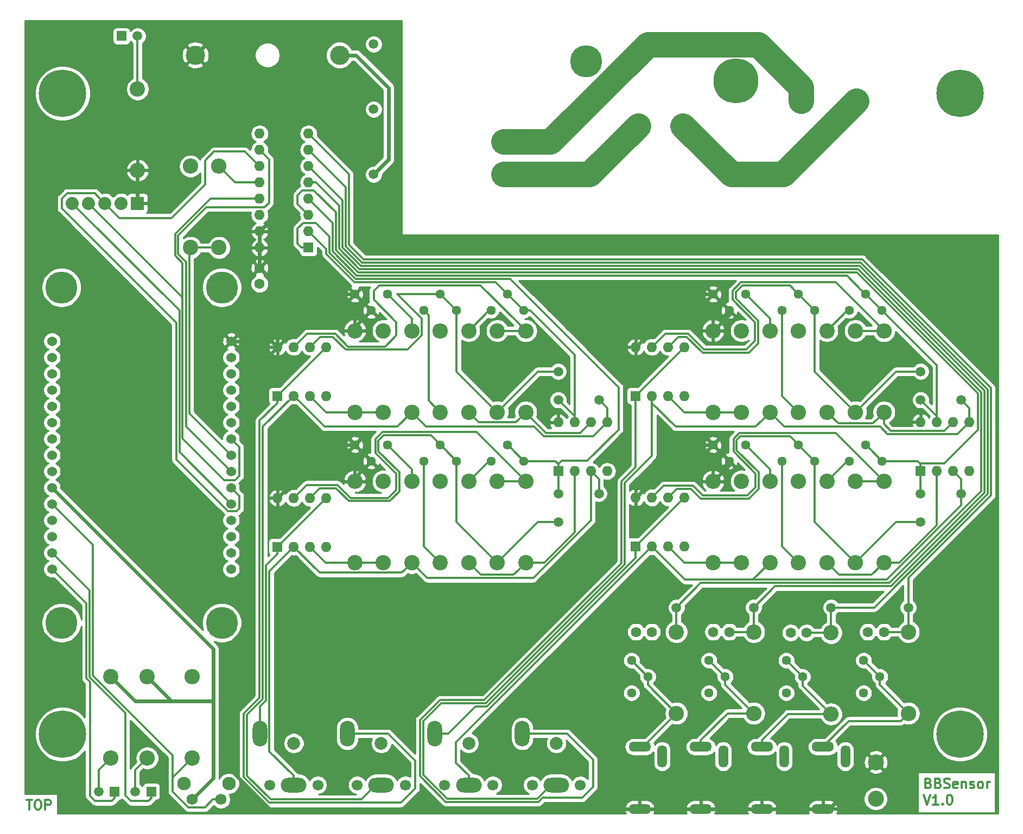
<source format=gtl>
G04 #@! TF.GenerationSoftware,KiCad,Pcbnew,(5.1.4)-1*
G04 #@! TF.CreationDate,2019-09-10T00:13:05+02:00*
G04 #@! TF.ProjectId,BBSensor,42425365-6e73-46f7-922e-6b696361645f,1.0*
G04 #@! TF.SameCoordinates,PXe4e1c0PY8677d40*
G04 #@! TF.FileFunction,Copper,L1,Top*
G04 #@! TF.FilePolarity,Positive*
%FSLAX46Y46*%
G04 Gerber Fmt 4.6, Leading zero omitted, Abs format (unit mm)*
G04 Created by KiCad (PCBNEW (5.1.4)-1) date 2019-09-10 00:13:05*
%MOMM*%
%LPD*%
G04 APERTURE LIST*
%ADD10C,0.300000*%
%ADD11C,3.000000*%
%ADD12C,5.000000*%
%ADD13C,7.000000*%
%ADD14O,2.032000X2.032000*%
%ADD15R,2.032000X2.032000*%
%ADD16O,1.600000X1.600000*%
%ADD17R,1.600000X1.600000*%
%ADD18C,1.500000*%
%ADD19C,1.524000*%
%ADD20O,2.400000X2.400000*%
%ADD21C,2.400000*%
%ADD22C,2.500000*%
%ADD23R,1.500000X1.500000*%
%ADD24O,1.500000X3.500000*%
%ADD25O,3.500000X1.500000*%
%ADD26C,1.440000*%
%ADD27O,2.300000X4.000000*%
%ADD28C,2.000000*%
%ADD29C,1.700000*%
%ADD30O,4.000000X2.300000*%
%ADD31C,2.100000*%
%ADD32C,1.750000*%
%ADD33C,1.600000*%
%ADD34C,7.400000*%
%ADD35C,0.600000*%
%ADD36C,4.000000*%
%ADD37C,0.254000*%
G04 APERTURE END LIST*
D10*
X142052142Y5382143D02*
X142266428Y5310715D01*
X142337857Y5239286D01*
X142409285Y5096429D01*
X142409285Y4882143D01*
X142337857Y4739286D01*
X142266428Y4667858D01*
X142123571Y4596429D01*
X141552142Y4596429D01*
X141552142Y6096429D01*
X142052142Y6096429D01*
X142195000Y6025000D01*
X142266428Y5953572D01*
X142337857Y5810715D01*
X142337857Y5667858D01*
X142266428Y5525000D01*
X142195000Y5453572D01*
X142052142Y5382143D01*
X141552142Y5382143D01*
X143552142Y5382143D02*
X143766428Y5310715D01*
X143837857Y5239286D01*
X143909285Y5096429D01*
X143909285Y4882143D01*
X143837857Y4739286D01*
X143766428Y4667858D01*
X143623571Y4596429D01*
X143052142Y4596429D01*
X143052142Y6096429D01*
X143552142Y6096429D01*
X143695000Y6025000D01*
X143766428Y5953572D01*
X143837857Y5810715D01*
X143837857Y5667858D01*
X143766428Y5525000D01*
X143695000Y5453572D01*
X143552142Y5382143D01*
X143052142Y5382143D01*
X144480714Y4667858D02*
X144695000Y4596429D01*
X145052142Y4596429D01*
X145195000Y4667858D01*
X145266428Y4739286D01*
X145337857Y4882143D01*
X145337857Y5025000D01*
X145266428Y5167858D01*
X145195000Y5239286D01*
X145052142Y5310715D01*
X144766428Y5382143D01*
X144623571Y5453572D01*
X144552142Y5525000D01*
X144480714Y5667858D01*
X144480714Y5810715D01*
X144552142Y5953572D01*
X144623571Y6025000D01*
X144766428Y6096429D01*
X145123571Y6096429D01*
X145337857Y6025000D01*
X146552142Y4667858D02*
X146409285Y4596429D01*
X146123571Y4596429D01*
X145980714Y4667858D01*
X145909285Y4810715D01*
X145909285Y5382143D01*
X145980714Y5525000D01*
X146123571Y5596429D01*
X146409285Y5596429D01*
X146552142Y5525000D01*
X146623571Y5382143D01*
X146623571Y5239286D01*
X145909285Y5096429D01*
X147266428Y5596429D02*
X147266428Y4596429D01*
X147266428Y5453572D02*
X147337857Y5525000D01*
X147480714Y5596429D01*
X147695000Y5596429D01*
X147837857Y5525000D01*
X147909285Y5382143D01*
X147909285Y4596429D01*
X148552142Y4667858D02*
X148695000Y4596429D01*
X148980714Y4596429D01*
X149123571Y4667858D01*
X149195000Y4810715D01*
X149195000Y4882143D01*
X149123571Y5025000D01*
X148980714Y5096429D01*
X148766428Y5096429D01*
X148623571Y5167858D01*
X148552142Y5310715D01*
X148552142Y5382143D01*
X148623571Y5525000D01*
X148766428Y5596429D01*
X148980714Y5596429D01*
X149123571Y5525000D01*
X150052142Y4596429D02*
X149909285Y4667858D01*
X149837857Y4739286D01*
X149766428Y4882143D01*
X149766428Y5310715D01*
X149837857Y5453572D01*
X149909285Y5525000D01*
X150052142Y5596429D01*
X150266428Y5596429D01*
X150409285Y5525000D01*
X150480714Y5453572D01*
X150552142Y5310715D01*
X150552142Y4882143D01*
X150480714Y4739286D01*
X150409285Y4667858D01*
X150266428Y4596429D01*
X150052142Y4596429D01*
X151195000Y4596429D02*
X151195000Y5596429D01*
X151195000Y5310715D02*
X151266428Y5453572D01*
X151337857Y5525000D01*
X151480714Y5596429D01*
X151623571Y5596429D01*
X141337857Y3546429D02*
X141837857Y2046429D01*
X142337857Y3546429D01*
X143623571Y2046429D02*
X142766428Y2046429D01*
X143195000Y2046429D02*
X143195000Y3546429D01*
X143052142Y3332143D01*
X142909285Y3189286D01*
X142766428Y3117858D01*
X144266428Y2189286D02*
X144337857Y2117858D01*
X144266428Y2046429D01*
X144195000Y2117858D01*
X144266428Y2189286D01*
X144266428Y2046429D01*
X145266428Y3546429D02*
X145409285Y3546429D01*
X145552142Y3475000D01*
X145623571Y3403572D01*
X145695000Y3260715D01*
X145766428Y2975000D01*
X145766428Y2617858D01*
X145695000Y2332143D01*
X145623571Y2189286D01*
X145552142Y2117858D01*
X145409285Y2046429D01*
X145266428Y2046429D01*
X145123571Y2117858D01*
X145052142Y2189286D01*
X144980714Y2332143D01*
X144909285Y2617858D01*
X144909285Y2975000D01*
X144980714Y3260715D01*
X145052142Y3403572D01*
X145123571Y3475000D01*
X145266428Y3546429D01*
X1337857Y2756429D02*
X2195000Y2756429D01*
X1766428Y1256429D02*
X1766428Y2756429D01*
X2980714Y2756429D02*
X3266428Y2756429D01*
X3409285Y2685000D01*
X3552142Y2542143D01*
X3623571Y2256429D01*
X3623571Y1756429D01*
X3552142Y1470715D01*
X3409285Y1327858D01*
X3266428Y1256429D01*
X2980714Y1256429D01*
X2837857Y1327858D01*
X2695000Y1470715D01*
X2623571Y1756429D01*
X2623571Y2256429D01*
X2695000Y2542143D01*
X2837857Y2685000D01*
X2980714Y2756429D01*
X4266428Y1256429D02*
X4266428Y2756429D01*
X4837857Y2756429D01*
X4980714Y2685000D01*
X5052142Y2613572D01*
X5123571Y2470715D01*
X5123571Y2256429D01*
X5052142Y2113572D01*
X4980714Y2042143D01*
X4837857Y1970715D01*
X4266428Y1970715D01*
D11*
X96750000Y107965000D03*
X103750000Y107965000D03*
X130800000Y111805000D03*
X122200000Y111805000D03*
D12*
X88600000Y117965000D03*
D13*
X112000000Y114965000D03*
D14*
X8495000Y95851500D03*
X11035000Y95851500D03*
X13575000Y95851500D03*
X16115000Y95851500D03*
D15*
X18655000Y95851500D03*
D16*
X84300000Y61672500D03*
X91920000Y54052500D03*
X86840000Y61672500D03*
X89380000Y54052500D03*
X89380000Y61672500D03*
X86840000Y54052500D03*
X91920000Y61672500D03*
D17*
X84300000Y54052500D03*
D18*
X140815000Y69610000D03*
X147165000Y65165000D03*
X140815000Y65165000D03*
X140815000Y46115000D03*
X147165000Y50560000D03*
X140815000Y50560000D03*
X84300000Y69610000D03*
X90650000Y65165000D03*
X84300000Y65165000D03*
X84300000Y46115000D03*
X90650000Y50560000D03*
X84300000Y50560000D03*
X138910000Y32780000D03*
X126845000Y32780000D03*
X114780000Y32780000D03*
X102715000Y32780000D03*
D12*
X6790000Y82715000D03*
X31790000Y82715000D03*
X6790000Y30395000D03*
X31790000Y30395000D03*
D19*
X5320000Y74325000D03*
X5320000Y38765000D03*
X5320000Y41305000D03*
X5320000Y43845000D03*
X5320000Y46385000D03*
X5320000Y48925000D03*
X5320000Y51465000D03*
X5320000Y56545000D03*
X5320000Y54005000D03*
X5320000Y61625000D03*
X5320000Y59085000D03*
X5320000Y64165000D03*
X5320000Y66705000D03*
X5320000Y71785000D03*
X5320000Y69245000D03*
X33260000Y74325000D03*
X33260000Y69245000D03*
X33260000Y71785000D03*
X33260000Y66705000D03*
X33260000Y64165000D03*
X33260000Y59085000D03*
X33260000Y61625000D03*
X33260000Y54005000D03*
X33260000Y56545000D03*
X33260000Y51465000D03*
X33260000Y48925000D03*
X33260000Y46385000D03*
X33260000Y43845000D03*
X33260000Y41305000D03*
X33260000Y38765000D03*
D20*
X26910000Y101630000D03*
D21*
X26910000Y88930000D03*
D20*
X31355000Y101630000D03*
D21*
X31355000Y88930000D03*
D22*
X133830000Y2935000D03*
X133830000Y8650000D03*
D18*
X18655000Y121950000D03*
D23*
X16155000Y121950000D03*
D24*
X100500000Y9547500D03*
D25*
X97000000Y11047500D03*
X97000000Y1347500D03*
D18*
X12585000Y4078000D03*
D23*
X15085000Y4078000D03*
D18*
X18300000Y4078000D03*
D23*
X20800000Y4078000D03*
D24*
X129075000Y9547500D03*
D25*
X125575000Y11047500D03*
X125575000Y1347500D03*
D24*
X119550000Y9547500D03*
D25*
X116050000Y11047500D03*
X116050000Y1347500D03*
D24*
X110025000Y9547500D03*
D25*
X106525000Y11047500D03*
X106525000Y1347500D03*
D26*
X131925000Y19445000D03*
X134465000Y21985000D03*
X131925000Y24525000D03*
X119860000Y19445000D03*
X122400000Y21985000D03*
X119860000Y24525000D03*
X107795000Y19445000D03*
X110335000Y21985000D03*
X107795000Y24525000D03*
X95730000Y19445000D03*
X98270000Y21985000D03*
X95730000Y24525000D03*
D16*
X140815000Y61736000D03*
X148435000Y54116000D03*
X143355000Y61736000D03*
X145895000Y54116000D03*
X145895000Y61736000D03*
X143355000Y54116000D03*
X148435000Y61736000D03*
D17*
X140815000Y54116000D03*
D16*
X96365000Y73420000D03*
X103985000Y65800000D03*
X98905000Y73420000D03*
X101445000Y65800000D03*
X101445000Y73420000D03*
X98905000Y65800000D03*
X103985000Y73420000D03*
D17*
X96365000Y65800000D03*
D16*
X96365000Y49925000D03*
X103985000Y42305000D03*
X98905000Y49925000D03*
X101445000Y42305000D03*
X101445000Y49925000D03*
X98905000Y42305000D03*
X103985000Y49925000D03*
D17*
X96365000Y42305000D03*
D16*
X40485000Y73420000D03*
X48105000Y65800000D03*
X43025000Y73420000D03*
X45565000Y65800000D03*
X45565000Y73420000D03*
X43025000Y65800000D03*
X48105000Y73420000D03*
D17*
X40485000Y65800000D03*
D16*
X40485000Y49861500D03*
X48105000Y42241500D03*
X43025000Y49861500D03*
X45565000Y42241500D03*
X45565000Y49861500D03*
X43025000Y42241500D03*
X48105000Y49861500D03*
D17*
X40485000Y42241500D03*
D16*
X37705000Y88930000D03*
X45325000Y106710000D03*
X37705000Y91470000D03*
X45325000Y104170000D03*
X37705000Y94010000D03*
X45325000Y101630000D03*
X37705000Y96550000D03*
X45325000Y99090000D03*
X37705000Y99090000D03*
X45325000Y96550000D03*
X37705000Y101630000D03*
X45325000Y94010000D03*
X37705000Y104170000D03*
X45325000Y91470000D03*
X37705000Y106710000D03*
D17*
X45325000Y88930000D03*
D27*
X78682500Y13094000D03*
D28*
X83982500Y11594000D03*
D29*
X87732500Y5094000D03*
X80232500Y5094000D03*
D30*
X83982500Y5094000D03*
D27*
X65030000Y13094000D03*
D28*
X70330000Y11594000D03*
D29*
X74080000Y5094000D03*
X66580000Y5094000D03*
D30*
X70330000Y5094000D03*
D27*
X51377500Y13094000D03*
D28*
X56677500Y11594000D03*
D29*
X60427500Y5094000D03*
X52927500Y5094000D03*
D30*
X56677500Y5094000D03*
D27*
X37725000Y13094000D03*
D28*
X43025000Y11594000D03*
D29*
X46775000Y5094000D03*
X39275000Y5094000D03*
D30*
X43025000Y5094000D03*
D31*
X32914000Y5314000D03*
D32*
X31664000Y2824000D03*
X27164000Y2824000D03*
D31*
X25904000Y5314000D03*
D26*
X124305000Y79135000D03*
X121765000Y81675000D03*
X119225000Y79135000D03*
X108430000Y81675000D03*
X110970000Y79135000D03*
X113510000Y81675000D03*
X134782500Y79135000D03*
X132242500Y81675000D03*
X129702500Y79135000D03*
X124305000Y55640000D03*
X121765000Y58180000D03*
X119225000Y55640000D03*
X108430000Y58180000D03*
X110970000Y55640000D03*
X113510000Y58180000D03*
X134782500Y55640000D03*
X132242500Y58180000D03*
X129702500Y55640000D03*
X68425000Y79135000D03*
X65885000Y81675000D03*
X63345000Y79135000D03*
X52550000Y81675000D03*
X55090000Y79135000D03*
X57630000Y81675000D03*
X78902500Y79135000D03*
X76362500Y81675000D03*
X73822500Y79135000D03*
X68425000Y55640000D03*
X65885000Y58180000D03*
X63345000Y55640000D03*
X52550000Y58180000D03*
X55090000Y55640000D03*
X57630000Y58180000D03*
X78902500Y55640000D03*
X76362500Y58180000D03*
X73822500Y55640000D03*
D20*
X121765000Y75960000D03*
D21*
X121765000Y63260000D03*
D20*
X130655000Y63260000D03*
D21*
X130655000Y75960000D03*
D20*
X135100000Y75960000D03*
D21*
X135100000Y63260000D03*
D20*
X126210000Y63260000D03*
D21*
X126210000Y75960000D03*
D20*
X112875000Y63260000D03*
D21*
X112875000Y75960000D03*
D20*
X108430000Y75960000D03*
D21*
X108430000Y63260000D03*
D20*
X117320000Y75960000D03*
D21*
X117320000Y63260000D03*
D20*
X121765000Y52465000D03*
D21*
X121765000Y39765000D03*
D20*
X130655000Y39765000D03*
D21*
X130655000Y52465000D03*
D20*
X135100000Y52465000D03*
D21*
X135100000Y39765000D03*
D20*
X126210000Y39765000D03*
D21*
X126210000Y52465000D03*
D20*
X112875000Y39765000D03*
D21*
X112875000Y52465000D03*
D20*
X108430000Y52465000D03*
D21*
X108430000Y39765000D03*
D20*
X117320000Y52465000D03*
D21*
X117320000Y39765000D03*
D20*
X65885000Y75960000D03*
D21*
X65885000Y63260000D03*
D20*
X74775000Y63260000D03*
D21*
X74775000Y75960000D03*
D20*
X79220000Y75960000D03*
D21*
X79220000Y63260000D03*
D20*
X70330000Y63260000D03*
D21*
X70330000Y75960000D03*
D20*
X56995000Y63260000D03*
D21*
X56995000Y75960000D03*
D20*
X52550000Y75960000D03*
D21*
X52550000Y63260000D03*
D20*
X61440000Y75960000D03*
D21*
X61440000Y63260000D03*
D20*
X65885000Y52465000D03*
D21*
X65885000Y39765000D03*
D20*
X74775000Y39765000D03*
D21*
X74775000Y52465000D03*
D20*
X79220000Y52465000D03*
D21*
X79220000Y39765000D03*
D20*
X70330000Y39765000D03*
D21*
X70330000Y52465000D03*
D20*
X56995000Y39765000D03*
D21*
X56995000Y52465000D03*
D20*
X52550000Y52465000D03*
D21*
X52550000Y39765000D03*
D20*
X61440000Y52465000D03*
D21*
X61440000Y39765000D03*
D20*
X138910000Y16270000D03*
D21*
X138910000Y28970000D03*
D20*
X126845000Y16143000D03*
D21*
X126845000Y28843000D03*
D20*
X114780000Y16270000D03*
D21*
X114780000Y28970000D03*
D20*
X102715000Y16270000D03*
D21*
X102715000Y28970000D03*
D20*
X27150000Y21985000D03*
D21*
X27150000Y9285000D03*
D20*
X20165000Y9285000D03*
D21*
X20165000Y21985000D03*
D20*
X14450000Y9285000D03*
D21*
X14450000Y21985000D03*
D20*
X18655000Y100995000D03*
D21*
X18655000Y113695000D03*
D18*
X55485000Y120680000D03*
X55485000Y110520000D03*
X55485000Y100360000D03*
X75805000Y105440000D03*
X75805000Y100360000D03*
D11*
X50172000Y118965500D03*
X27672000Y118965500D03*
D33*
X132600000Y28970000D03*
X135100000Y28970000D03*
X120535000Y28843000D03*
X123035000Y28843000D03*
X108470000Y28970000D03*
X110970000Y28970000D03*
X96405000Y28970000D03*
X98905000Y28970000D03*
X37705000Y83255000D03*
X37705000Y85755000D03*
D34*
X6965000Y13000000D03*
X146965000Y13000000D03*
X146965000Y113000000D03*
X6965000Y113000000D03*
D35*
X37705000Y91470000D02*
X37705000Y88930000D01*
X37705000Y88930000D02*
X37705000Y85755000D01*
X18655000Y95851500D02*
X18655000Y100995000D01*
X52550000Y76595000D02*
X55090000Y79135000D01*
X52550000Y75960000D02*
X52550000Y76595000D01*
X52550000Y81675000D02*
X55090000Y79135000D01*
X97000000Y1347500D02*
X106525000Y1347500D01*
X108875000Y1347500D02*
X116050000Y1347500D01*
X106525000Y1347500D02*
X108875000Y1347500D01*
X125575000Y1347500D02*
X116050000Y1347500D01*
X126527500Y1347500D02*
X125575000Y1347500D01*
X133830000Y8650000D02*
X126527500Y1347500D01*
X40500000Y73435000D02*
X40485000Y73420000D01*
X40500000Y94265000D02*
X40500000Y73435000D01*
X39117500Y92882500D02*
X40500000Y94265000D01*
X37705000Y91470000D02*
X39117500Y92882500D01*
X48740000Y81675000D02*
X52550000Y81675000D01*
X40485000Y73420000D02*
X48740000Y81675000D01*
X108430000Y81675000D02*
X110970000Y79135000D01*
X110970000Y78500000D02*
X108430000Y75960000D01*
X110970000Y79135000D02*
X110970000Y78500000D01*
X104620000Y81675000D02*
X108430000Y81675000D01*
X96365000Y73420000D02*
X104620000Y81675000D01*
X110970000Y55005000D02*
X108430000Y52465000D01*
X110970000Y55640000D02*
X110970000Y55005000D01*
X108430000Y58180000D02*
X110970000Y55640000D01*
X104620000Y58180000D02*
X108430000Y58180000D01*
X96365000Y49925000D02*
X104620000Y58180000D01*
X52550000Y53100000D02*
X55090000Y55640000D01*
X52550000Y52465000D02*
X52550000Y53100000D01*
X52550000Y58180000D02*
X55090000Y55640000D01*
X48803500Y58180000D02*
X52550000Y58180000D01*
X40485000Y49861500D02*
X48803500Y58180000D01*
X35736500Y28605000D02*
X32307500Y25176000D01*
X94650000Y1347500D02*
X97000000Y1347500D01*
X39269624Y1347500D02*
X94650000Y1347500D01*
X40485000Y73420000D02*
X35736500Y68671500D01*
X32307500Y8309624D02*
X39269624Y1347500D01*
X32307500Y25176000D02*
X32307500Y8309624D01*
X35736500Y68671500D02*
X35736500Y28605000D01*
X39580000Y74325000D02*
X40485000Y73420000D01*
X33260000Y74325000D02*
X39580000Y74325000D01*
D10*
X102715000Y31719340D02*
X102715000Y28970000D01*
X102715000Y32780000D02*
X102715000Y31719340D01*
X50111467Y95434903D02*
X46456370Y99090000D01*
X46456370Y99090000D02*
X45325000Y99090000D01*
X53276164Y85588470D02*
X50111467Y88753167D01*
X50111467Y88753167D02*
X50111467Y95434903D01*
X131072285Y85588469D02*
X53276164Y85588470D01*
X150282505Y66378249D02*
X131072285Y85588469D01*
X150282505Y50911371D02*
X150282505Y66378249D01*
X135977135Y36606001D02*
X150282505Y50911371D01*
X106541000Y36606000D02*
X135977135Y36606001D01*
X102715000Y32780000D02*
X106541000Y36606000D01*
X112101370Y28970000D02*
X114780000Y28970000D01*
X110970000Y28970000D02*
X112101370Y28970000D01*
X114780000Y31719340D02*
X114780000Y28970000D01*
X114780000Y32780000D02*
X114780000Y31719340D01*
X46124999Y100830001D02*
X45325000Y101630000D01*
X50611478Y96343520D02*
X46124999Y100830001D01*
X50611478Y88960278D02*
X50611478Y96343520D01*
X53483276Y86088480D02*
X50611478Y88960278D01*
X131279397Y86088479D02*
X53483276Y86088480D01*
X150782516Y66585360D02*
X131279397Y86088479D01*
X150782516Y50704260D02*
X150782516Y66585360D01*
X136184246Y36105990D02*
X150782516Y50704260D01*
X118105990Y36105990D02*
X136184246Y36105990D01*
X114780000Y32780000D02*
X118105990Y36105990D01*
X126845000Y31719340D02*
X126845000Y28843000D01*
X126845000Y32780000D02*
X126845000Y31719340D01*
X124166370Y28843000D02*
X126845000Y28843000D01*
X123035000Y28843000D02*
X124166370Y28843000D01*
X46124999Y103370001D02*
X45325000Y104170000D01*
X51111489Y98383511D02*
X46124999Y103370001D01*
X51111489Y89167389D02*
X51111489Y98383511D01*
X53690388Y86588490D02*
X51111489Y89167389D01*
X131486509Y86588489D02*
X53690388Y86588490D01*
X151282527Y66792471D02*
X131486509Y86588489D01*
X151282527Y50497149D02*
X151282527Y66792471D01*
X133565378Y32780000D02*
X151282527Y50497149D01*
X126845000Y32780000D02*
X133565378Y32780000D01*
X138910000Y31719340D02*
X138910000Y28970000D01*
X138910000Y32780000D02*
X138910000Y31719340D01*
X136231370Y28970000D02*
X138910000Y28970000D01*
X135100000Y28970000D02*
X136231370Y28970000D01*
X46124999Y105910001D02*
X45325000Y106710000D01*
X138910000Y32780000D02*
X138910000Y37417500D01*
X138910000Y37417500D02*
X151782538Y50290038D01*
X151782538Y50290038D02*
X151782538Y66999582D01*
X151782538Y66999582D02*
X131693620Y87088500D01*
X131693620Y87088500D02*
X53897500Y87088500D01*
X53897500Y87088500D02*
X51611500Y89374500D01*
X51611500Y89374500D02*
X51611500Y100423500D01*
X51611500Y100423500D02*
X46124999Y105910001D01*
X18655000Y120889340D02*
X18655000Y113695000D01*
X18655000Y121950000D02*
X18655000Y120889340D01*
X12585000Y7420000D02*
X14450000Y9285000D01*
X12585000Y4078000D02*
X12585000Y7420000D01*
X14627000Y2570000D02*
X15085000Y3028000D01*
X10669978Y33415022D02*
X10669978Y21713778D01*
X5320000Y38765000D02*
X10669978Y33415022D01*
X15085000Y3028000D02*
X15085000Y4078000D01*
X10669978Y21713778D02*
X11225500Y21158256D01*
X11225500Y21158256D02*
X11225500Y3395500D01*
X11225500Y3395500D02*
X12051000Y2570000D01*
X12051000Y2570000D02*
X14627000Y2570000D01*
X18300000Y7420000D02*
X20165000Y9285000D01*
X18300000Y4078000D02*
X18300000Y7420000D01*
X20800000Y4078000D02*
X20800000Y3028000D01*
X6081999Y40543001D02*
X5320000Y41305000D01*
X11169989Y35455011D02*
X6081999Y40543001D01*
X11169989Y21920889D02*
X11169989Y35455011D01*
X16750000Y16340878D02*
X11169989Y21920889D01*
X16750000Y3459000D02*
X16750000Y16340878D01*
X17639000Y2570000D02*
X16750000Y3459000D01*
X20342000Y2570000D02*
X17639000Y2570000D01*
X20800000Y3028000D02*
X20342000Y2570000D01*
D35*
X52754500Y118965500D02*
X50172000Y118965500D01*
X57834500Y113885500D02*
X52754500Y118965500D01*
X55485000Y100360000D02*
X57834500Y102709500D01*
X57834500Y102709500D02*
X57834500Y113885500D01*
D36*
X76865660Y105440000D02*
X75805000Y105440000D01*
X83031002Y105440000D02*
X76865660Y105440000D01*
X98256003Y120665001D02*
X83031002Y105440000D01*
X115461319Y120665001D02*
X98256003Y120665001D01*
X122200000Y113926320D02*
X115461319Y120665001D01*
X122200000Y111805000D02*
X122200000Y113926320D01*
D10*
X11987500Y97439000D02*
X12559001Y96867499D01*
X7669500Y97439000D02*
X11987500Y97439000D01*
X6844000Y95026000D02*
X6844000Y96613500D01*
X6844000Y96613500D02*
X7669500Y97439000D01*
X34530000Y50195000D02*
X34530000Y48233240D01*
X12559001Y96867499D02*
X13575000Y95851500D01*
X33260000Y51465000D02*
X34530000Y50195000D01*
X24687500Y77182500D02*
X6844000Y95026000D01*
X34530000Y48233240D02*
X34109759Y47812999D01*
X34109759Y47812999D02*
X32726239Y47812999D01*
X32726239Y47812999D02*
X24687500Y55851738D01*
X24687500Y55851738D02*
X24687500Y77182500D01*
X14590999Y94835501D02*
X13575000Y95851500D01*
X15861000Y93565500D02*
X14590999Y94835501D01*
X35419000Y103916000D02*
X30593000Y103916000D01*
X37705000Y101630000D02*
X35419000Y103916000D01*
X30593000Y103916000D02*
X29196000Y102519000D01*
X29196000Y102519000D02*
X29196000Y98772500D01*
X29196000Y98772500D02*
X23989000Y93565500D01*
X23989000Y93565500D02*
X15861000Y93565500D01*
X39165500Y102709500D02*
X38504999Y103370001D01*
X39165500Y95915000D02*
X39165500Y102709500D01*
X38467000Y95216500D02*
X39165500Y95915000D01*
X29386500Y95216500D02*
X38467000Y95216500D01*
X25005000Y90835000D02*
X29386500Y95216500D01*
X26219489Y86699511D02*
X25005000Y87914000D01*
X38504999Y103370001D02*
X37705000Y104170000D01*
X26219489Y61045511D02*
X26219489Y86699511D01*
X33260000Y54005000D02*
X26219489Y61045511D01*
X25005000Y87914000D02*
X25005000Y90835000D01*
X33895000Y99090000D02*
X37705000Y99090000D01*
X31355000Y101630000D02*
X33895000Y99090000D01*
X26910000Y88930000D02*
X31355000Y88930000D01*
X32498001Y57306999D02*
X33260000Y56545000D01*
X26719500Y63085500D02*
X32498001Y57306999D01*
X26910000Y88930000D02*
X26719500Y88739500D01*
X26719500Y88739500D02*
X26719500Y63085500D01*
X33895000Y52671500D02*
X32180500Y52671500D01*
X32180500Y52671500D02*
X25687520Y59164480D01*
X12050999Y94835501D02*
X11035000Y95851500D01*
X25687520Y59164480D02*
X25687520Y81198980D01*
X25687520Y81198980D02*
X12050999Y94835501D01*
X33260000Y59085000D02*
X34530000Y57815000D01*
X34530000Y53306500D02*
X33895000Y52671500D01*
X34530000Y57815000D02*
X34530000Y53306500D01*
X25687520Y86524358D02*
X24504989Y87706889D01*
X36573630Y96550000D02*
X37705000Y96550000D01*
X25687520Y81198980D02*
X25687520Y86524358D01*
X24504989Y87706889D02*
X24504990Y91042112D01*
X30012878Y96550000D02*
X36573630Y96550000D01*
X24504990Y91042112D02*
X30012878Y96550000D01*
X25187511Y56997489D02*
X25187511Y79158989D01*
X33260000Y48925000D02*
X25187511Y56997489D01*
X25187511Y79158989D02*
X9510999Y94835501D01*
X9510999Y94835501D02*
X8495000Y95851500D01*
D35*
X6081999Y50703001D02*
X5320000Y51465000D01*
X30466000Y26319000D02*
X6081999Y50703001D01*
X23959000Y18191000D02*
X30466000Y18191000D01*
X20165000Y21985000D02*
X23959000Y18191000D01*
X30466000Y18191000D02*
X30466000Y26319000D01*
X18244000Y18191000D02*
X14450000Y21985000D01*
X23959000Y18191000D02*
X18244000Y18191000D01*
X30466000Y6126000D02*
X30466000Y18191000D01*
X27164000Y2824000D02*
X30466000Y6126000D01*
D10*
X25950001Y8085001D02*
X27150000Y9285000D01*
X30426564Y2824000D02*
X29201563Y1598999D01*
X31664000Y2824000D02*
X30426564Y2824000D01*
X29201563Y1598999D02*
X26575999Y1598999D01*
X26575999Y1598999D02*
X24116000Y4058998D01*
X24116000Y4058998D02*
X24116000Y6251000D01*
X24116000Y6251000D02*
X25950001Y8085001D01*
X6081999Y48163001D02*
X5320000Y48925000D01*
X11670000Y42575000D02*
X6081999Y48163001D01*
X11670000Y22128000D02*
X11670000Y42575000D01*
X24116000Y9682000D02*
X11670000Y22128000D01*
X24116000Y6251000D02*
X24116000Y9682000D01*
X98236500Y21985000D02*
X98270000Y21985000D01*
X95730000Y24525000D02*
X95730000Y24491500D01*
X95730000Y24491500D02*
X98236500Y21985000D01*
X98270000Y20715000D02*
X102715000Y16270000D01*
X98270000Y21985000D02*
X98270000Y20715000D01*
X97492500Y11047500D02*
X97000000Y11047500D01*
X102715000Y16270000D02*
X97492500Y11047500D01*
X106525000Y12097500D02*
X106525000Y11047500D01*
X110697500Y16270000D02*
X106525000Y12097500D01*
X114780000Y16270000D02*
X110697500Y16270000D01*
X108514999Y23805001D02*
X110335000Y21985000D01*
X107795000Y24525000D02*
X108514999Y23805001D01*
X110335000Y20715000D02*
X114780000Y16270000D01*
X110335000Y21985000D02*
X110335000Y20715000D01*
X116050000Y12097500D02*
X116050000Y11047500D01*
X120095500Y16143000D02*
X116050000Y12097500D01*
X126845000Y16143000D02*
X120095500Y16143000D01*
X119860000Y24525000D02*
X122400000Y21985000D01*
X122400000Y20588000D02*
X126845000Y16143000D01*
X122400000Y21985000D02*
X122400000Y20588000D01*
X125575000Y11065000D02*
X125575000Y11047500D01*
X129580001Y15070001D02*
X125575000Y11065000D01*
X138910000Y16270000D02*
X137710001Y15070001D01*
X137710001Y15070001D02*
X129580001Y15070001D01*
X132644999Y23805001D02*
X134465000Y21985000D01*
X131925000Y24525000D02*
X132644999Y23805001D01*
X134465000Y20715000D02*
X138910000Y16270000D01*
X134465000Y21985000D02*
X134465000Y20715000D01*
X61440000Y54370000D02*
X61440000Y52465000D01*
X57630000Y58180000D02*
X61440000Y54370000D01*
X60240001Y38565001D02*
X61440000Y39765000D01*
X59889999Y38214999D02*
X60240001Y38565001D01*
X47051501Y38214999D02*
X59889999Y38214999D01*
X43025000Y42241500D02*
X47051501Y38214999D01*
X89380000Y46362380D02*
X89380000Y52086000D01*
X80393610Y37375990D02*
X89380000Y46362380D01*
X63829010Y37375990D02*
X80393610Y37375990D01*
X61440000Y39765000D02*
X63829010Y37375990D01*
X89380000Y54052500D02*
X89380000Y52086000D01*
X90650000Y52782500D02*
X90650000Y50560000D01*
X89380000Y54052500D02*
X90650000Y52782500D01*
X43025000Y6544000D02*
X43025000Y5094000D01*
X39229000Y10340000D02*
X43025000Y6544000D01*
X43025000Y42241500D02*
X39229000Y38445500D01*
X39229000Y38445500D02*
X39229000Y10340000D01*
X48041500Y39765000D02*
X52550000Y39765000D01*
X45565000Y42241500D02*
X48041500Y39765000D01*
X56995000Y39765000D02*
X52550000Y39765000D01*
X78020001Y38565001D02*
X79220000Y39765000D01*
X77331000Y37876000D02*
X78020001Y38565001D01*
X70330000Y39765000D02*
X72219000Y37876000D01*
X72219000Y37876000D02*
X77331000Y37876000D01*
X86840000Y52921130D02*
X86840000Y54052500D01*
X86840000Y44529500D02*
X86840000Y52921130D01*
X82091500Y39781000D02*
X86840000Y44529500D01*
X79220000Y39765000D02*
X79236000Y39781000D01*
X79236000Y39781000D02*
X82091500Y39781000D01*
X73505000Y55640000D02*
X73822500Y55640000D01*
X70330000Y52465000D02*
X73505000Y55640000D01*
X76472056Y52465000D02*
X79220000Y52465000D01*
X74775000Y52465000D02*
X76472056Y52465000D01*
X78020001Y53664999D02*
X79220000Y52465000D01*
X55746990Y59038112D02*
X56865389Y60156511D01*
X55746989Y56909389D02*
X55746990Y59038112D01*
X58977500Y53678878D02*
X55746989Y56909389D01*
X45065010Y51901510D02*
X49841490Y51901510D01*
X43025000Y49861500D02*
X45065010Y51901510D01*
X49841490Y51901510D02*
X51865500Y49877500D01*
X56865389Y60156511D02*
X71528489Y60156511D01*
X51865500Y49877500D02*
X57771000Y49877500D01*
X71528489Y60156511D02*
X78020001Y53664999D01*
X57771000Y49877500D02*
X58977500Y51084000D01*
X58977500Y51084000D02*
X58977500Y53678878D01*
X81125000Y46115000D02*
X84300000Y46115000D01*
X74775000Y39765000D02*
X81125000Y46115000D01*
X68425000Y46115000D02*
X74775000Y39765000D01*
X68425000Y55640000D02*
X68425000Y46115000D01*
X66604999Y57460001D02*
X68425000Y55640000D01*
X65885000Y58180000D02*
X66604999Y57460001D01*
X65165001Y58899999D02*
X65885000Y58180000D01*
X49634379Y51401499D02*
X51658389Y49377489D01*
X56247000Y58831000D02*
X57072500Y59656500D01*
X45565000Y49861500D02*
X47104999Y51401499D01*
X47104999Y51401499D02*
X49634379Y51401499D01*
X64408500Y59656500D02*
X65165001Y58899999D01*
X59477511Y50876889D02*
X59477510Y53885990D01*
X59477510Y53885990D02*
X56247000Y57116500D01*
X51658389Y49377489D02*
X57978112Y49377490D01*
X57978112Y49377490D02*
X59477511Y50876889D01*
X56247000Y57116500D02*
X56247000Y58831000D01*
X57072500Y59656500D02*
X64408500Y59656500D01*
X63345000Y42305000D02*
X65885000Y39765000D01*
X63345000Y55640000D02*
X63345000Y42305000D01*
X61440000Y77865000D02*
X61440000Y75960000D01*
X57630000Y81675000D02*
X61440000Y77865000D01*
X91920000Y63895000D02*
X90650000Y65165000D01*
X91920000Y61672500D02*
X91920000Y63895000D01*
X43824999Y65000001D02*
X43025000Y65800000D01*
X47825000Y61000000D02*
X43824999Y65000001D01*
X61440000Y63260000D02*
X59180000Y61000000D01*
X59180000Y61000000D02*
X47825000Y61000000D01*
X91120001Y60872501D02*
X91920000Y61672500D01*
X89747489Y59499989D02*
X91120001Y60872501D01*
X82000011Y59499989D02*
X89747489Y59499989D01*
X80500000Y61000000D02*
X82000011Y59499989D01*
X61440000Y63260000D02*
X63700000Y61000000D01*
X63700000Y61000000D02*
X80500000Y61000000D01*
X55827500Y5094000D02*
X56677500Y5094000D01*
X53557500Y2824000D02*
X55827500Y5094000D01*
X35736500Y6507000D02*
X39419500Y2824000D01*
X35736500Y16032000D02*
X35736500Y6507000D01*
X39419500Y2824000D02*
X53557500Y2824000D01*
X38205010Y18500510D02*
X35736500Y16032000D01*
X38205011Y60980011D02*
X38205010Y18500510D01*
X43025000Y65800000D02*
X38205011Y60980011D01*
X48105000Y63260000D02*
X52550000Y63260000D01*
X45565000Y65800000D02*
X48105000Y63260000D01*
X56995000Y63260000D02*
X52550000Y63260000D01*
X78020001Y62060001D02*
X79220000Y63260000D01*
X77669999Y61709999D02*
X78020001Y62060001D01*
X71880001Y61709999D02*
X77669999Y61709999D01*
X70330000Y63260000D02*
X71880001Y61709999D01*
X88580001Y60872501D02*
X89380000Y61672500D01*
X87707500Y60000000D02*
X88580001Y60872501D01*
X82385249Y60000000D02*
X87707500Y60000000D01*
X79220000Y63260000D02*
X79220000Y63165249D01*
X79220000Y63165249D02*
X82385249Y60000000D01*
X73505000Y79135000D02*
X73822500Y79135000D01*
X70330000Y75960000D02*
X73505000Y79135000D01*
X76472056Y75960000D02*
X79220000Y75960000D01*
X74775000Y75960000D02*
X76472056Y75960000D01*
X43025000Y73420000D02*
X45105010Y75500010D01*
X45105010Y75500010D02*
X49499990Y75500010D01*
X49499990Y75500010D02*
X51499989Y73500011D01*
X51499989Y73500011D02*
X57292889Y73500011D01*
X57292889Y73500011D02*
X58999989Y75207111D01*
X58999989Y75207111D02*
X58999989Y77292889D01*
X72115553Y83064447D02*
X78020001Y77159999D01*
X78020001Y77159999D02*
X79220000Y75960000D01*
X56340145Y83064447D02*
X72115553Y83064447D01*
X55499989Y82224291D02*
X56340145Y83064447D01*
X55499989Y80792889D02*
X55499989Y82224291D01*
X58999989Y77292889D02*
X55499989Y80792889D01*
X68425000Y69610000D02*
X74775000Y63260000D01*
X68425000Y79135000D02*
X68425000Y69610000D01*
X65885000Y81675000D02*
X68425000Y79135000D01*
X81125000Y69610000D02*
X84300000Y69610000D01*
X74775000Y63260000D02*
X81125000Y69610000D01*
X49108000Y74999999D02*
X51107999Y73000000D01*
X60774002Y73000000D02*
X62990001Y75215999D01*
X51107999Y73000000D02*
X60774002Y73000000D01*
X59213602Y81675000D02*
X65885000Y81675000D01*
X45565000Y73420000D02*
X47144999Y74999999D01*
X62990001Y77898601D02*
X59213602Y81675000D01*
X47144999Y74999999D02*
X49108000Y74999999D01*
X62990001Y75215999D02*
X62990001Y77898601D01*
X64064999Y65080001D02*
X64064999Y78415001D01*
X64064999Y78415001D02*
X63345000Y79135000D01*
X65885000Y63260000D02*
X64064999Y65080001D01*
X117320000Y54370000D02*
X117320000Y52465000D01*
X113510000Y58180000D02*
X117320000Y54370000D01*
X147165000Y52846000D02*
X147165000Y50560000D01*
X145895000Y54116000D02*
X147165000Y52846000D01*
X70330000Y6544000D02*
X70330000Y5094000D01*
X68312000Y8562000D02*
X70330000Y6544000D01*
X98905000Y42305000D02*
X68312000Y11712000D01*
X68312000Y11712000D02*
X68312000Y8562000D01*
X147165000Y49499340D02*
X147165000Y50560000D01*
X112436511Y37106011D02*
X135559133Y37106011D01*
X135559133Y37106011D02*
X147165000Y48711878D01*
X147165000Y48711878D02*
X147165000Y49499340D01*
X98905000Y42305000D02*
X98905000Y42271500D01*
X98905000Y42271500D02*
X104070489Y37106011D01*
X114661011Y37106011D02*
X112436511Y37106011D01*
X117320000Y39765000D02*
X114661011Y37106011D01*
X104070489Y37106011D02*
X112436511Y37106011D01*
X103985000Y39765000D02*
X108430000Y39765000D01*
X101445000Y42305000D02*
X103985000Y39765000D01*
X111177944Y39765000D02*
X108430000Y39765000D01*
X112875000Y39765000D02*
X111177944Y39765000D01*
X133211000Y37876000D02*
X135100000Y39765000D01*
X126210000Y39765000D02*
X128099000Y37876000D01*
X128099000Y37876000D02*
X133211000Y37876000D01*
X143355000Y52984630D02*
X143355000Y54116000D01*
X143355000Y45609000D02*
X143355000Y52984630D01*
X135100000Y39765000D02*
X137511000Y39765000D01*
X137511000Y39765000D02*
X143355000Y45609000D01*
X129385000Y55640000D02*
X129702500Y55640000D01*
X126210000Y52465000D02*
X129385000Y55640000D01*
X132352056Y52465000D02*
X135100000Y52465000D01*
X130655000Y52465000D02*
X132352056Y52465000D01*
X105340490Y51774510D02*
X106864489Y50250511D01*
X111626989Y57099889D02*
X111626990Y59101612D01*
X115048000Y51528500D02*
X115048000Y53678878D01*
X133900001Y53664999D02*
X135100000Y52465000D01*
X115048000Y53678878D02*
X111626989Y57099889D01*
X100754510Y51774510D02*
X105340490Y51774510D01*
X98905000Y49925000D02*
X100754510Y51774510D01*
X127598989Y59966011D02*
X133900001Y53664999D01*
X112491389Y59966011D02*
X127598989Y59966011D01*
X106864489Y50250511D02*
X113770011Y50250511D01*
X113770011Y50250511D02*
X115048000Y51528500D01*
X111626990Y59101612D02*
X112491389Y59966011D01*
X124305000Y46115000D02*
X124305000Y55640000D01*
X130655000Y39765000D02*
X124305000Y46115000D01*
X137005000Y46115000D02*
X140815000Y46115000D01*
X130655000Y39765000D02*
X137005000Y46115000D01*
X121765000Y58180000D02*
X124305000Y55640000D01*
X112127000Y58894500D02*
X112698500Y59466000D01*
X115556000Y51274500D02*
X115556000Y53878000D01*
X114032000Y49750500D02*
X115556000Y51274500D01*
X121045001Y58899999D02*
X121765000Y58180000D01*
X120479000Y59466000D02*
X121045001Y58899999D01*
X112698500Y59466000D02*
X120479000Y59466000D01*
X115556000Y53878000D02*
X112127000Y57307000D01*
X105015000Y51274500D02*
X106539000Y49750500D01*
X101445000Y49925000D02*
X102794500Y51274500D01*
X112127000Y57307000D02*
X112127000Y58894500D01*
X102794500Y51274500D02*
X105015000Y51274500D01*
X106539000Y49750500D02*
X114032000Y49750500D01*
X119225000Y54621767D02*
X119225000Y55640000D01*
X119225000Y42275000D02*
X119225000Y54621767D01*
X121765000Y39765000D02*
X121735000Y39765000D01*
X121735000Y39765000D02*
X119225000Y42275000D01*
X117320000Y77865000D02*
X117320000Y75960000D01*
X113510000Y81675000D02*
X117320000Y77865000D01*
X148435000Y63895000D02*
X147165000Y65165000D01*
X148435000Y61736000D02*
X148435000Y63895000D01*
X116120001Y62060001D02*
X117320000Y63260000D01*
X115060000Y61000000D02*
X116120001Y62060001D01*
X102573630Y61000000D02*
X115060000Y61000000D01*
X98905000Y64668630D02*
X102573630Y61000000D01*
X147635001Y60936001D02*
X148435000Y61736000D01*
X146546000Y59847000D02*
X147635001Y60936001D01*
X135653000Y59847000D02*
X146546000Y59847000D01*
X134500000Y61000000D02*
X135653000Y59847000D01*
X117320000Y63260000D02*
X119580000Y61000000D01*
X119580000Y61000000D02*
X134500000Y61000000D01*
X98905000Y64668630D02*
X98905000Y65800000D01*
X98905000Y56467500D02*
X98905000Y64668630D01*
X94664500Y52227000D02*
X98905000Y56467500D01*
X66042611Y17817989D02*
X72964111Y17817989D01*
X83982500Y5094000D02*
X83132500Y5094000D01*
X72964111Y17817989D02*
X94664500Y39518378D01*
X83132500Y5094000D02*
X80989500Y2951000D01*
X80989500Y2951000D02*
X66946998Y2951000D01*
X66946998Y2951000D02*
X63232000Y6665998D01*
X94664500Y39518378D02*
X94664500Y52227000D01*
X63232000Y6665998D02*
X63232000Y15007378D01*
X63232000Y15007378D02*
X66042611Y17817989D01*
X103985000Y63260000D02*
X108430000Y63260000D01*
X101445000Y65800000D02*
X103985000Y63260000D01*
X108430000Y63260000D02*
X112875000Y63260000D01*
X133900001Y62060001D02*
X135100000Y63260000D01*
X133340000Y61500000D02*
X133900001Y62060001D01*
X126210000Y63260000D02*
X127970000Y61500000D01*
X127970000Y61500000D02*
X133340000Y61500000D01*
X145095001Y60936001D02*
X145895000Y61736000D01*
X144514000Y60355000D02*
X145095001Y60936001D01*
X136145000Y60355000D02*
X144514000Y60355000D01*
X135100000Y63260000D02*
X135100000Y61400000D01*
X135100000Y61400000D02*
X136145000Y60355000D01*
X129385000Y79135000D02*
X129702500Y79135000D01*
X126210000Y75960000D02*
X129385000Y79135000D01*
X132352056Y75960000D02*
X135100000Y75960000D01*
X130655000Y75960000D02*
X132352056Y75960000D01*
X113604512Y73000011D02*
X114999989Y74395488D01*
X114999989Y74395488D02*
X114999989Y77292889D01*
X111499990Y82207112D02*
X112792889Y83500011D01*
X112792889Y83500011D02*
X127559989Y83500011D01*
X133900001Y77159999D02*
X135100000Y75960000D01*
X127559989Y83500011D02*
X133900001Y77159999D01*
X98905000Y73420000D02*
X100985009Y75500009D01*
X107047988Y73000011D02*
X113604512Y73000011D01*
X104547990Y75500009D02*
X107047988Y73000011D01*
X114999989Y77292889D02*
X111499989Y80792889D01*
X100985009Y75500009D02*
X104547990Y75500009D01*
X111499989Y80792889D02*
X111499990Y82207112D01*
X124305000Y69610000D02*
X130655000Y63260000D01*
X124305000Y79135000D02*
X124305000Y69610000D01*
X121765000Y81675000D02*
X124305000Y79135000D01*
X137005000Y69610000D02*
X140815000Y69610000D01*
X130655000Y63260000D02*
X137005000Y69610000D01*
X121045001Y82394999D02*
X121765000Y81675000D01*
X113000000Y83000000D02*
X120440000Y83000000D01*
X120440000Y83000000D02*
X121045001Y82394999D01*
X112000000Y81000000D02*
X112000000Y82000000D01*
X115500000Y77500000D02*
X112000000Y81000000D01*
X114000000Y72500000D02*
X115500000Y74000000D01*
X115500000Y74000000D02*
X115500000Y77500000D01*
X106840877Y72500000D02*
X114000000Y72500000D01*
X112000000Y82000000D02*
X113000000Y83000000D01*
X104340878Y74999999D02*
X106840877Y72500000D01*
X101445000Y73420000D02*
X103024999Y74999999D01*
X103024999Y74999999D02*
X104340878Y74999999D01*
X119225000Y65800000D02*
X121765000Y63260000D01*
X119225000Y79135000D02*
X119225000Y65800000D01*
X84300000Y52952500D02*
X84300000Y50560000D01*
X84300000Y54052500D02*
X84300000Y52952500D01*
X83812500Y55640000D02*
X84300000Y55152500D01*
X78902500Y55640000D02*
X83812500Y55640000D01*
X77082499Y57460001D02*
X78902500Y55640000D01*
X76362500Y58180000D02*
X77082499Y57460001D01*
X84300000Y54052500D02*
X84300000Y55152500D01*
X84300000Y55152500D02*
X84803500Y55656000D01*
X84803500Y55656000D02*
X88822500Y55656000D01*
X43610500Y89544500D02*
X44225000Y88930000D01*
X88822500Y55656000D02*
X93712000Y60545500D01*
X43610500Y91914500D02*
X43610500Y89544500D01*
X44499500Y92803500D02*
X43610500Y91914500D01*
X46468000Y92803500D02*
X44499500Y92803500D01*
X48611434Y90660066D02*
X46468000Y92803500D01*
X48611434Y88131834D02*
X48611434Y90660066D01*
X52678799Y84064469D02*
X48611434Y88131834D01*
X76797031Y84064469D02*
X52678799Y84064469D01*
X93712000Y67149500D02*
X76797031Y84064469D01*
X93712000Y60545500D02*
X93712000Y67149500D01*
X44225000Y88930000D02*
X45325000Y88930000D01*
X78902500Y79135000D02*
X76362500Y81675000D01*
X86840000Y62803870D02*
X86840000Y61672500D01*
X86840000Y72215733D02*
X86840000Y62803870D01*
X79920733Y79135000D02*
X86840000Y72215733D01*
X78902500Y79135000D02*
X79920733Y79135000D01*
X86840000Y62625000D02*
X86840000Y61672500D01*
X84300000Y65165000D02*
X86840000Y62625000D01*
X74473042Y83564458D02*
X52471687Y83564459D01*
X52471687Y83564459D02*
X48111423Y87924723D01*
X48111423Y87924723D02*
X48111423Y88683575D01*
X46124999Y90670001D02*
X45325000Y91470000D01*
X48111423Y88683575D02*
X46124999Y90670001D01*
X76362500Y81675000D02*
X74473042Y83564458D01*
X140815000Y53016000D02*
X140815000Y50560000D01*
X140815000Y54116000D02*
X140815000Y53016000D01*
X140391000Y55640000D02*
X140815000Y55216000D01*
X134782500Y55640000D02*
X140391000Y55640000D01*
X132962499Y57460001D02*
X134782500Y55640000D01*
X132242500Y58180000D02*
X132962499Y57460001D01*
X140815000Y54116000D02*
X140815000Y55216000D01*
X149782494Y66171138D02*
X130865173Y85088459D01*
X130865173Y85088459D02*
X53069052Y85088460D01*
X53069052Y85088460D02*
X49611456Y88546056D01*
X140815000Y55216000D02*
X140865001Y55266001D01*
X140865001Y55266001D02*
X144503001Y55266001D01*
X149782494Y60545494D02*
X149782494Y66171138D01*
X144503001Y55266001D02*
X149782494Y60545494D01*
X44525001Y94809999D02*
X45325000Y94010000D01*
X43610500Y95724500D02*
X44525001Y94809999D01*
X43610500Y97121500D02*
X43610500Y95724500D01*
X44372500Y97883500D02*
X43610500Y97121500D01*
X46150500Y97883500D02*
X44372500Y97883500D01*
X49611456Y94422542D02*
X46150500Y97883500D01*
X49611456Y88546056D02*
X49611456Y94422542D01*
X132962499Y80955001D02*
X134782500Y79135000D01*
X132242500Y81675000D02*
X132962499Y80955001D01*
X143355000Y70562500D02*
X143355000Y61736000D01*
X134782500Y79135000D02*
X143355000Y70562500D01*
X143355000Y62625000D02*
X143355000Y61736000D01*
X140815000Y65165000D02*
X143355000Y62625000D01*
X45325000Y96550000D02*
X49111445Y92763555D01*
X49111445Y92763555D02*
X49111445Y88338945D01*
X49111445Y88338945D02*
X52861942Y84588450D01*
X52861942Y84588450D02*
X52989046Y84588449D01*
X52989046Y84588449D02*
X129329051Y84588449D01*
X129329051Y84588449D02*
X131522501Y82394999D01*
X131522501Y82394999D02*
X132242500Y81675000D01*
X40485000Y42241500D02*
X48105000Y49861500D01*
X37725000Y17313378D02*
X38705020Y18293400D01*
X38705020Y18293400D02*
X38705020Y39361520D01*
X40485000Y41141500D02*
X40485000Y42241500D01*
X38705020Y39361520D02*
X40485000Y41141500D01*
X37725000Y13094000D02*
X37725000Y17313378D01*
X40485000Y65800000D02*
X48105000Y73420000D01*
X35236489Y16239111D02*
X35236490Y6299888D01*
X39212389Y2323989D02*
X59747489Y2323989D01*
X57724500Y13094000D02*
X52827500Y13094000D01*
X61962000Y4538500D02*
X61962000Y8856500D01*
X52827500Y13094000D02*
X51377500Y13094000D01*
X61962000Y8856500D02*
X57724500Y13094000D01*
X40485000Y65800000D02*
X40485000Y64700000D01*
X59747489Y2323989D02*
X61962000Y4538500D01*
X35236490Y6299888D02*
X39212389Y2323989D01*
X37705000Y18707622D02*
X35236489Y16239111D01*
X40485000Y64700000D02*
X37705000Y61920000D01*
X37705000Y61920000D02*
X37705000Y18707622D01*
X103985000Y49925000D02*
X96365000Y42305000D01*
X73171222Y17317978D02*
X71375978Y17317978D01*
X71375978Y17317978D02*
X67152000Y13094000D01*
X66480000Y13094000D02*
X65030000Y13094000D01*
X67152000Y13094000D02*
X66480000Y13094000D01*
X96365000Y42305000D02*
X96365000Y40511756D01*
X96365000Y40511756D02*
X73171222Y17317978D01*
X96365000Y65800000D02*
X103985000Y73420000D01*
X85664500Y13094000D02*
X80132500Y13094000D01*
X89711500Y9047000D02*
X85664500Y13094000D01*
X89711500Y4792500D02*
X89711500Y9047000D01*
X88012980Y3093980D02*
X89711500Y4792500D01*
X66739887Y2450989D02*
X81196611Y2450989D01*
X62731989Y6458887D02*
X66739887Y2450989D01*
X62731989Y15214489D02*
X62731989Y6458887D01*
X72757000Y18318000D02*
X65835500Y18318000D01*
X65835500Y18318000D02*
X62731989Y15214489D01*
X94156500Y39717500D02*
X72757000Y18318000D01*
X94156500Y52438498D02*
X94156500Y39717500D01*
X96365000Y65800000D02*
X96365000Y54646998D01*
X81839602Y3093980D02*
X88012980Y3093980D01*
X81196611Y2450989D02*
X81839602Y3093980D01*
X96365000Y54646998D02*
X94156500Y52438498D01*
X80132500Y13094000D02*
X78682500Y13094000D01*
D36*
X119355000Y100360000D02*
X130800000Y111805000D01*
X103750000Y107965000D02*
X111355000Y100360000D01*
X111355000Y100360000D02*
X119355000Y100360000D01*
X89145000Y100360000D02*
X96750000Y107965000D01*
X75805000Y100360000D02*
X89145000Y100360000D01*
D37*
G36*
X59873000Y91000000D02*
G01*
X59875440Y90975224D01*
X59882667Y90951399D01*
X59894403Y90929443D01*
X59910197Y90910197D01*
X59929443Y90894403D01*
X59951399Y90882667D01*
X59975224Y90875440D01*
X60000000Y90873000D01*
X152873000Y90873000D01*
X152873000Y660000D01*
X127781120Y660000D01*
X127797142Y683632D01*
X127903173Y934816D01*
X127917318Y1006315D01*
X127794656Y1220500D01*
X125702000Y1220500D01*
X125702000Y1200500D01*
X125448000Y1200500D01*
X125448000Y1220500D01*
X123355344Y1220500D01*
X123232682Y1006315D01*
X123246827Y934816D01*
X123352858Y683632D01*
X123368880Y660000D01*
X118256120Y660000D01*
X118272142Y683632D01*
X118378173Y934816D01*
X118392318Y1006315D01*
X118269656Y1220500D01*
X116177000Y1220500D01*
X116177000Y1200500D01*
X115923000Y1200500D01*
X115923000Y1220500D01*
X113830344Y1220500D01*
X113707682Y1006315D01*
X113721827Y934816D01*
X113827858Y683632D01*
X113843880Y660000D01*
X108731120Y660000D01*
X108747142Y683632D01*
X108853173Y934816D01*
X108867318Y1006315D01*
X108744656Y1220500D01*
X106652000Y1220500D01*
X106652000Y1200500D01*
X106398000Y1200500D01*
X106398000Y1220500D01*
X104305344Y1220500D01*
X104182682Y1006315D01*
X104196827Y934816D01*
X104302858Y683632D01*
X104318880Y660000D01*
X99206120Y660000D01*
X99222142Y683632D01*
X99328173Y934816D01*
X99342318Y1006315D01*
X99219656Y1220500D01*
X97127000Y1220500D01*
X97127000Y1200500D01*
X96873000Y1200500D01*
X96873000Y1220500D01*
X94780344Y1220500D01*
X94657682Y1006315D01*
X94671827Y934816D01*
X94777858Y683632D01*
X94793880Y660000D01*
X6149286Y660000D01*
X6149286Y3725000D01*
X1127000Y3725000D01*
X1127000Y13426960D01*
X2630000Y13426960D01*
X2630000Y12573040D01*
X2796592Y11735527D01*
X3123373Y10946608D01*
X3597786Y10236599D01*
X4201599Y9632786D01*
X4911608Y9158373D01*
X5700527Y8831592D01*
X6538040Y8665000D01*
X7391960Y8665000D01*
X8229473Y8831592D01*
X9018392Y9158373D01*
X9728401Y9632786D01*
X10332214Y10236599D01*
X10440501Y10398661D01*
X10440501Y3434063D01*
X10436703Y3395500D01*
X10451859Y3241614D01*
X10496746Y3093641D01*
X10530677Y3030160D01*
X10569639Y2957267D01*
X10583733Y2940094D01*
X10643155Y2867688D01*
X10643159Y2867684D01*
X10667737Y2837736D01*
X10697685Y2813158D01*
X11468657Y2042185D01*
X11493236Y2012236D01*
X11523184Y1987658D01*
X11523187Y1987655D01*
X11552559Y1963550D01*
X11612767Y1914138D01*
X11749140Y1841246D01*
X11862672Y1806806D01*
X11897112Y1796359D01*
X11909611Y1795128D01*
X12012439Y1785000D01*
X12012446Y1785000D01*
X12050999Y1781203D01*
X12089552Y1785000D01*
X14588447Y1785000D01*
X14627000Y1781203D01*
X14665553Y1785000D01*
X14665561Y1785000D01*
X14780887Y1796359D01*
X14928860Y1841246D01*
X15065233Y1914138D01*
X15184764Y2012236D01*
X15209347Y2042190D01*
X15612806Y2445650D01*
X15642764Y2470236D01*
X15740862Y2589767D01*
X15794399Y2689928D01*
X15835000Y2689928D01*
X15959482Y2702188D01*
X16079180Y2738498D01*
X16189494Y2797463D01*
X16250947Y2847896D01*
X17056653Y2042190D01*
X17081236Y2012236D01*
X17200767Y1914138D01*
X17337138Y1841247D01*
X17337140Y1841246D01*
X17485113Y1796358D01*
X17560026Y1788980D01*
X17600439Y1785000D01*
X17600444Y1785000D01*
X17639000Y1781203D01*
X17677556Y1785000D01*
X20303447Y1785000D01*
X20342000Y1781203D01*
X20380553Y1785000D01*
X20380561Y1785000D01*
X20495887Y1796359D01*
X20643860Y1841246D01*
X20780233Y1914138D01*
X20899764Y2012236D01*
X20924347Y2042190D01*
X21327805Y2445649D01*
X21357764Y2470236D01*
X21455862Y2589767D01*
X21509399Y2689928D01*
X21550000Y2689928D01*
X21674482Y2702188D01*
X21794180Y2738498D01*
X21904494Y2797463D01*
X22001185Y2876815D01*
X22080537Y2973506D01*
X22139502Y3083820D01*
X22175812Y3203518D01*
X22188072Y3328000D01*
X22188072Y4828000D01*
X22175812Y4952482D01*
X22139502Y5072180D01*
X22080537Y5182494D01*
X22001185Y5279185D01*
X21904494Y5358537D01*
X21794180Y5417502D01*
X21674482Y5453812D01*
X21550000Y5466072D01*
X20050000Y5466072D01*
X19925518Y5453812D01*
X19805820Y5417502D01*
X19695506Y5358537D01*
X19598815Y5279185D01*
X19519463Y5182494D01*
X19460498Y5072180D01*
X19424188Y4952482D01*
X19418693Y4896690D01*
X19375799Y4960886D01*
X19182886Y5153799D01*
X19085000Y5219204D01*
X19085000Y7094843D01*
X19545509Y7555352D01*
X19805277Y7476552D01*
X20074861Y7450000D01*
X20255139Y7450000D01*
X20524723Y7476552D01*
X20870622Y7581479D01*
X21189404Y7751871D01*
X21468819Y7981181D01*
X21698129Y8260596D01*
X21868521Y8579378D01*
X21973448Y8925277D01*
X22008878Y9285000D01*
X21973448Y9644723D01*
X21868521Y9990622D01*
X21698129Y10309404D01*
X21468819Y10588819D01*
X21189404Y10818129D01*
X20870622Y10988521D01*
X20524723Y11093448D01*
X20255139Y11120000D01*
X20074861Y11120000D01*
X19805277Y11093448D01*
X19459378Y10988521D01*
X19140596Y10818129D01*
X18861181Y10588819D01*
X18631871Y10309404D01*
X18461479Y9990622D01*
X18356552Y9644723D01*
X18321122Y9285000D01*
X18356552Y8925277D01*
X18435352Y8665509D01*
X17772185Y8002342D01*
X17742237Y7977764D01*
X17717659Y7947816D01*
X17717655Y7947812D01*
X17703951Y7931113D01*
X17644139Y7858233D01*
X17606791Y7788359D01*
X17571246Y7721859D01*
X17535000Y7602372D01*
X17535000Y15152842D01*
X23331001Y9356841D01*
X23331000Y6289553D01*
X23327203Y6251000D01*
X23331000Y6212447D01*
X23331000Y6212440D01*
X23331001Y6212430D01*
X23331000Y4097551D01*
X23327203Y4058998D01*
X23331000Y4020445D01*
X23331000Y4020438D01*
X23342359Y3905112D01*
X23387246Y3757139D01*
X23460138Y3620766D01*
X23558236Y3501234D01*
X23588190Y3476651D01*
X25993657Y1071183D01*
X26018235Y1041235D01*
X26048183Y1016657D01*
X26048186Y1016654D01*
X26077558Y992549D01*
X26137766Y943137D01*
X26274139Y870245D01*
X26422112Y825357D01*
X26497025Y817979D01*
X26537438Y813999D01*
X26537443Y813999D01*
X26575999Y810202D01*
X26614554Y813999D01*
X29163010Y813999D01*
X29201563Y810202D01*
X29240116Y813999D01*
X29240124Y813999D01*
X29355450Y825358D01*
X29503423Y870245D01*
X29639796Y943137D01*
X29759327Y1041235D01*
X29783910Y1071189D01*
X30532630Y1819908D01*
X30701431Y1651107D01*
X30948747Y1485856D01*
X31223549Y1372029D01*
X31515278Y1314000D01*
X31812722Y1314000D01*
X32104451Y1372029D01*
X32379253Y1485856D01*
X32626569Y1651107D01*
X32836893Y1861431D01*
X33002144Y2108747D01*
X33115971Y2383549D01*
X33174000Y2675278D01*
X33174000Y2972722D01*
X33115971Y3264451D01*
X33002144Y3539253D01*
X32942177Y3629000D01*
X33079958Y3629000D01*
X33405496Y3693754D01*
X33712147Y3820772D01*
X33988125Y4005175D01*
X34222825Y4239875D01*
X34407228Y4515853D01*
X34534246Y4822504D01*
X34599000Y5148042D01*
X34599000Y5479958D01*
X34534246Y5805496D01*
X34407228Y6112147D01*
X34222825Y6388125D01*
X33988125Y6622825D01*
X33712147Y6807228D01*
X33405496Y6934246D01*
X33079958Y6999000D01*
X32748042Y6999000D01*
X32422504Y6934246D01*
X32115853Y6807228D01*
X31839875Y6622825D01*
X31605175Y6388125D01*
X31420772Y6112147D01*
X31398977Y6059529D01*
X31401000Y6080068D01*
X31401000Y6080069D01*
X31405524Y6125999D01*
X31401000Y6171931D01*
X31401000Y16239111D01*
X34447692Y16239111D01*
X34451489Y16200558D01*
X34451491Y6338451D01*
X34447693Y6299888D01*
X34462849Y6146002D01*
X34507736Y5998029D01*
X34533867Y5949141D01*
X34580629Y5861655D01*
X34612555Y5822754D01*
X34654145Y5772076D01*
X34654149Y5772072D01*
X34678727Y5742124D01*
X34708675Y5717546D01*
X38630047Y1796173D01*
X38654625Y1766225D01*
X38684573Y1741647D01*
X38684576Y1741644D01*
X38708226Y1722235D01*
X38774156Y1668127D01*
X38910529Y1595235D01*
X39024061Y1560795D01*
X39058501Y1550348D01*
X39072879Y1548932D01*
X39173828Y1538989D01*
X39173835Y1538989D01*
X39212388Y1535192D01*
X39250941Y1538989D01*
X59708936Y1538989D01*
X59747489Y1535192D01*
X59786042Y1538989D01*
X59786050Y1538989D01*
X59901376Y1550348D01*
X60049349Y1595235D01*
X60185722Y1668127D01*
X60305253Y1766225D01*
X60329836Y1796179D01*
X62489817Y3956159D01*
X62519764Y3980736D01*
X62617862Y4100267D01*
X62690754Y4236640D01*
X62735641Y4384613D01*
X62747000Y4499939D01*
X62747000Y4499946D01*
X62750797Y4538499D01*
X62747000Y4577052D01*
X62747000Y5333719D01*
X66157540Y1923179D01*
X66182123Y1893225D01*
X66301654Y1795127D01*
X66401715Y1741644D01*
X66438027Y1722235D01*
X66586000Y1677347D01*
X66660913Y1669969D01*
X66701326Y1665989D01*
X66701331Y1665989D01*
X66739887Y1662192D01*
X66778443Y1665989D01*
X81158058Y1665989D01*
X81196611Y1662192D01*
X81235164Y1665989D01*
X81235172Y1665989D01*
X81350498Y1677348D01*
X81387871Y1688685D01*
X94657682Y1688685D01*
X94780344Y1474500D01*
X96873000Y1474500D01*
X96873000Y2732500D01*
X97127000Y2732500D01*
X97127000Y1474500D01*
X99219656Y1474500D01*
X99342318Y1688685D01*
X104182682Y1688685D01*
X104305344Y1474500D01*
X106398000Y1474500D01*
X106398000Y2732500D01*
X106652000Y2732500D01*
X106652000Y1474500D01*
X108744656Y1474500D01*
X108867318Y1688685D01*
X113707682Y1688685D01*
X113830344Y1474500D01*
X115923000Y1474500D01*
X115923000Y2732500D01*
X116177000Y2732500D01*
X116177000Y1474500D01*
X118269656Y1474500D01*
X118392318Y1688685D01*
X123232682Y1688685D01*
X123355344Y1474500D01*
X125448000Y1474500D01*
X125448000Y2732500D01*
X125702000Y2732500D01*
X125702000Y1474500D01*
X127794656Y1474500D01*
X127917318Y1688685D01*
X127903173Y1760184D01*
X127797142Y2011368D01*
X127644145Y2237040D01*
X127450061Y2428528D01*
X127222349Y2578472D01*
X126969760Y2681111D01*
X126702000Y2732500D01*
X125702000Y2732500D01*
X125448000Y2732500D01*
X124448000Y2732500D01*
X124180240Y2681111D01*
X123927651Y2578472D01*
X123699939Y2428528D01*
X123505855Y2237040D01*
X123352858Y2011368D01*
X123246827Y1760184D01*
X123232682Y1688685D01*
X118392318Y1688685D01*
X118378173Y1760184D01*
X118272142Y2011368D01*
X118119145Y2237040D01*
X117925061Y2428528D01*
X117697349Y2578472D01*
X117444760Y2681111D01*
X117177000Y2732500D01*
X116177000Y2732500D01*
X115923000Y2732500D01*
X114923000Y2732500D01*
X114655240Y2681111D01*
X114402651Y2578472D01*
X114174939Y2428528D01*
X113980855Y2237040D01*
X113827858Y2011368D01*
X113721827Y1760184D01*
X113707682Y1688685D01*
X108867318Y1688685D01*
X108853173Y1760184D01*
X108747142Y2011368D01*
X108594145Y2237040D01*
X108400061Y2428528D01*
X108172349Y2578472D01*
X107919760Y2681111D01*
X107652000Y2732500D01*
X106652000Y2732500D01*
X106398000Y2732500D01*
X105398000Y2732500D01*
X105130240Y2681111D01*
X104877651Y2578472D01*
X104649939Y2428528D01*
X104455855Y2237040D01*
X104302858Y2011368D01*
X104196827Y1760184D01*
X104182682Y1688685D01*
X99342318Y1688685D01*
X99328173Y1760184D01*
X99222142Y2011368D01*
X99069145Y2237040D01*
X98875061Y2428528D01*
X98647349Y2578472D01*
X98394760Y2681111D01*
X98127000Y2732500D01*
X97127000Y2732500D01*
X96873000Y2732500D01*
X95873000Y2732500D01*
X95605240Y2681111D01*
X95352651Y2578472D01*
X95124939Y2428528D01*
X94930855Y2237040D01*
X94777858Y2011368D01*
X94671827Y1760184D01*
X94657682Y1688685D01*
X81387871Y1688685D01*
X81498471Y1722235D01*
X81634844Y1795127D01*
X81754375Y1893225D01*
X81778958Y1923179D01*
X82164759Y2308980D01*
X87974427Y2308980D01*
X88012980Y2305183D01*
X88051533Y2308980D01*
X88051541Y2308980D01*
X88166867Y2320339D01*
X88314840Y2365226D01*
X88451213Y2438118D01*
X88570744Y2536216D01*
X88595327Y2566170D01*
X89149813Y3120656D01*
X131945000Y3120656D01*
X131945000Y2749344D01*
X132017439Y2385166D01*
X132159534Y2042118D01*
X132365825Y1733382D01*
X132628382Y1470825D01*
X132937118Y1264534D01*
X133280166Y1122439D01*
X133644344Y1050000D01*
X134015656Y1050000D01*
X134379834Y1122439D01*
X134722882Y1264534D01*
X135031618Y1470825D01*
X135294175Y1733382D01*
X135500466Y2042118D01*
X135642561Y2385166D01*
X135715000Y2749344D01*
X135715000Y3120656D01*
X135642561Y3484834D01*
X135500466Y3827882D01*
X135294175Y4136618D01*
X135031618Y4399175D01*
X134722882Y4605466D01*
X134379834Y4747561D01*
X134015656Y4820000D01*
X133644344Y4820000D01*
X133280166Y4747561D01*
X132937118Y4605466D01*
X132628382Y4399175D01*
X132365825Y4136618D01*
X132159534Y3827882D01*
X132017439Y3484834D01*
X131945000Y3120656D01*
X89149813Y3120656D01*
X90239317Y4210159D01*
X90269264Y4234736D01*
X90367362Y4354267D01*
X90440254Y4490640D01*
X90485141Y4638613D01*
X90496500Y4753939D01*
X90496500Y4753946D01*
X90500297Y4792499D01*
X90496500Y4831052D01*
X90496500Y9008448D01*
X90500297Y9047001D01*
X90496500Y9085554D01*
X90496500Y9085561D01*
X90485141Y9200887D01*
X90440254Y9348860D01*
X90367362Y9485233D01*
X90269264Y9604764D01*
X90239316Y9629342D01*
X86246845Y13621812D01*
X86222264Y13651764D01*
X86102733Y13749862D01*
X85966360Y13822754D01*
X85818387Y13867641D01*
X85703061Y13879000D01*
X85703053Y13879000D01*
X85664500Y13882797D01*
X85625947Y13879000D01*
X80467500Y13879000D01*
X80467500Y14031683D01*
X80441672Y14293921D01*
X80339604Y14630395D01*
X80173854Y14940491D01*
X79950792Y15212292D01*
X79678991Y15435354D01*
X79368895Y15601104D01*
X79032421Y15703172D01*
X78682500Y15737636D01*
X78332580Y15703172D01*
X77996106Y15601104D01*
X77686010Y15435354D01*
X77414209Y15212292D01*
X77191147Y14940491D01*
X77025397Y14630395D01*
X76923329Y14293921D01*
X76897500Y14031683D01*
X76897500Y12156318D01*
X76923328Y11894080D01*
X77025396Y11557606D01*
X77191146Y11247510D01*
X77414208Y10975708D01*
X77686009Y10752646D01*
X77996105Y10586896D01*
X78332579Y10484828D01*
X78682500Y10450364D01*
X79032420Y10484828D01*
X79368894Y10586896D01*
X79678990Y10752646D01*
X79950792Y10975708D01*
X80173854Y11247509D01*
X80339604Y11557605D01*
X80441672Y11894079D01*
X80467500Y12156317D01*
X80467500Y12309000D01*
X82508952Y12309000D01*
X82410332Y12070912D01*
X82347500Y11755033D01*
X82347500Y11432967D01*
X82410332Y11117088D01*
X82533582Y10819537D01*
X82712513Y10551748D01*
X82940248Y10324013D01*
X83208037Y10145082D01*
X83505588Y10021832D01*
X83821467Y9959000D01*
X84143533Y9959000D01*
X84459412Y10021832D01*
X84756963Y10145082D01*
X85024752Y10324013D01*
X85252487Y10551748D01*
X85431418Y10819537D01*
X85554668Y11117088D01*
X85617500Y11432967D01*
X85617500Y11755033D01*
X85554668Y12070912D01*
X85538572Y12109771D01*
X88926501Y8721841D01*
X88926500Y5979982D01*
X88885975Y6040632D01*
X88679132Y6247475D01*
X88435911Y6409990D01*
X88165658Y6521932D01*
X87878760Y6579000D01*
X87586240Y6579000D01*
X87299342Y6521932D01*
X87029089Y6409990D01*
X86785868Y6247475D01*
X86579025Y6040632D01*
X86452066Y5850624D01*
X86323854Y6090491D01*
X86100792Y6362292D01*
X85828991Y6585354D01*
X85518895Y6751104D01*
X85182421Y6853172D01*
X84920183Y6879000D01*
X83044817Y6879000D01*
X82782579Y6853172D01*
X82446105Y6751104D01*
X82136009Y6585354D01*
X81864208Y6362292D01*
X81641146Y6090491D01*
X81512934Y5850624D01*
X81385975Y6040632D01*
X81179132Y6247475D01*
X80935911Y6409990D01*
X80665658Y6521932D01*
X80378760Y6579000D01*
X80086240Y6579000D01*
X79799342Y6521932D01*
X79529089Y6409990D01*
X79285868Y6247475D01*
X79079025Y6040632D01*
X78916510Y5797411D01*
X78804568Y5527158D01*
X78747500Y5240260D01*
X78747500Y4947740D01*
X78804568Y4660842D01*
X78916510Y4390589D01*
X79079025Y4147368D01*
X79285868Y3940525D01*
X79529089Y3778010D01*
X79630511Y3736000D01*
X74681989Y3736000D01*
X74783411Y3778010D01*
X75026632Y3940525D01*
X75233475Y4147368D01*
X75395990Y4390589D01*
X75507932Y4660842D01*
X75565000Y4947740D01*
X75565000Y5240260D01*
X75507932Y5527158D01*
X75395990Y5797411D01*
X75233475Y6040632D01*
X75026632Y6247475D01*
X74783411Y6409990D01*
X74513158Y6521932D01*
X74226260Y6579000D01*
X73933740Y6579000D01*
X73646842Y6521932D01*
X73376589Y6409990D01*
X73133368Y6247475D01*
X72926525Y6040632D01*
X72799566Y5850624D01*
X72671354Y6090491D01*
X72448292Y6362292D01*
X72176491Y6585354D01*
X71866395Y6751104D01*
X71529921Y6853172D01*
X71267683Y6879000D01*
X71041041Y6879000D01*
X70985862Y6982233D01*
X70917506Y7065524D01*
X70912345Y7071813D01*
X70912342Y7071816D01*
X70887764Y7101764D01*
X70857817Y7126341D01*
X69097000Y8887157D01*
X69097000Y10514761D01*
X69287748Y10324013D01*
X69555537Y10145082D01*
X69853088Y10021832D01*
X70168967Y9959000D01*
X70491033Y9959000D01*
X70806912Y10021832D01*
X71104463Y10145082D01*
X71372252Y10324013D01*
X71599987Y10551748D01*
X71778918Y10819537D01*
X71902168Y11117088D01*
X71965000Y11432967D01*
X71965000Y11755033D01*
X71902168Y12070912D01*
X71778918Y12368463D01*
X71599987Y12636252D01*
X71372252Y12863987D01*
X71104463Y13042918D01*
X70855994Y13145837D01*
X77288613Y19578456D01*
X94375000Y19578456D01*
X94375000Y19311544D01*
X94427072Y19049761D01*
X94529215Y18803167D01*
X94677503Y18581238D01*
X94866238Y18392503D01*
X95088167Y18244215D01*
X95334761Y18142072D01*
X95596544Y18090000D01*
X95863456Y18090000D01*
X96125239Y18142072D01*
X96371833Y18244215D01*
X96593762Y18392503D01*
X96782497Y18581238D01*
X96930785Y18803167D01*
X97032928Y19049761D01*
X97085000Y19311544D01*
X97085000Y19578456D01*
X97032928Y19840239D01*
X96930785Y20086833D01*
X96782497Y20308762D01*
X96593762Y20497497D01*
X96371833Y20645785D01*
X96125239Y20747928D01*
X95863456Y20800000D01*
X95596544Y20800000D01*
X95334761Y20747928D01*
X95088167Y20645785D01*
X94866238Y20497497D01*
X94677503Y20308762D01*
X94529215Y20086833D01*
X94427072Y19840239D01*
X94375000Y19578456D01*
X77288613Y19578456D01*
X82368613Y24658456D01*
X94375000Y24658456D01*
X94375000Y24391544D01*
X94427072Y24129761D01*
X94529215Y23883167D01*
X94677503Y23661238D01*
X94866238Y23472503D01*
X95088167Y23324215D01*
X95334761Y23222072D01*
X95596544Y23170000D01*
X95863456Y23170000D01*
X95928420Y23182922D01*
X96927922Y22183420D01*
X96915000Y22118456D01*
X96915000Y21851544D01*
X96967072Y21589761D01*
X97069215Y21343167D01*
X97217503Y21121238D01*
X97406238Y20932503D01*
X97485001Y20879875D01*
X97485001Y20753562D01*
X97481203Y20715000D01*
X97496359Y20561114D01*
X97541246Y20413141D01*
X97541247Y20413140D01*
X97614139Y20276767D01*
X97654690Y20227356D01*
X97687655Y20187188D01*
X97687659Y20187184D01*
X97712237Y20157236D01*
X97742185Y20132658D01*
X100985351Y16889491D01*
X100906552Y16629723D01*
X100871122Y16270000D01*
X100906552Y15910277D01*
X100985351Y15650509D01*
X97767343Y12432500D01*
X95931963Y12432500D01*
X95728493Y12412460D01*
X95467419Y12333264D01*
X95226812Y12204657D01*
X95015919Y12031581D01*
X94842843Y11820688D01*
X94714236Y11580081D01*
X94635040Y11319007D01*
X94608299Y11047500D01*
X94635040Y10775993D01*
X94714236Y10514919D01*
X94842843Y10274312D01*
X95015919Y10063419D01*
X95226812Y9890343D01*
X95467419Y9761736D01*
X95728493Y9682540D01*
X95931963Y9662500D01*
X98068037Y9662500D01*
X98271507Y9682540D01*
X98532581Y9761736D01*
X98773188Y9890343D01*
X98984081Y10063419D01*
X99115001Y10222945D01*
X99115000Y8479464D01*
X99135040Y8275994D01*
X99214236Y8014920D01*
X99342843Y7774313D01*
X99515919Y7563420D01*
X99726812Y7390343D01*
X99967419Y7261736D01*
X100228493Y7182540D01*
X100500000Y7155799D01*
X100771506Y7182540D01*
X101032580Y7261736D01*
X101273187Y7390343D01*
X101484080Y7563419D01*
X101657157Y7774312D01*
X101785764Y8014919D01*
X101864960Y8275993D01*
X101885000Y8479463D01*
X101885000Y10615537D01*
X101864960Y10819007D01*
X101795648Y11047500D01*
X104133299Y11047500D01*
X104160040Y10775993D01*
X104239236Y10514919D01*
X104367843Y10274312D01*
X104540919Y10063419D01*
X104751812Y9890343D01*
X104992419Y9761736D01*
X105253493Y9682540D01*
X105456963Y9662500D01*
X107593037Y9662500D01*
X107796507Y9682540D01*
X108057581Y9761736D01*
X108298188Y9890343D01*
X108509081Y10063419D01*
X108640001Y10222945D01*
X108640000Y8479464D01*
X108660040Y8275994D01*
X108739236Y8014920D01*
X108867843Y7774313D01*
X109040919Y7563420D01*
X109251812Y7390343D01*
X109492419Y7261736D01*
X109753493Y7182540D01*
X110025000Y7155799D01*
X110296506Y7182540D01*
X110557580Y7261736D01*
X110798187Y7390343D01*
X111009080Y7563419D01*
X111182157Y7774312D01*
X111310764Y8014919D01*
X111389960Y8275993D01*
X111410000Y8479463D01*
X111410000Y10615537D01*
X111389960Y10819007D01*
X111320648Y11047500D01*
X113658299Y11047500D01*
X113685040Y10775993D01*
X113764236Y10514919D01*
X113892843Y10274312D01*
X114065919Y10063419D01*
X114276812Y9890343D01*
X114517419Y9761736D01*
X114778493Y9682540D01*
X114981963Y9662500D01*
X117118037Y9662500D01*
X117321507Y9682540D01*
X117582581Y9761736D01*
X117823188Y9890343D01*
X118034081Y10063419D01*
X118165001Y10222945D01*
X118165000Y8479464D01*
X118185040Y8275994D01*
X118264236Y8014920D01*
X118392843Y7774313D01*
X118565919Y7563420D01*
X118776812Y7390343D01*
X119017419Y7261736D01*
X119278493Y7182540D01*
X119550000Y7155799D01*
X119821506Y7182540D01*
X120082580Y7261736D01*
X120323187Y7390343D01*
X120534080Y7563419D01*
X120707157Y7774312D01*
X120835764Y8014919D01*
X120914960Y8275993D01*
X120935000Y8479463D01*
X120935000Y10615537D01*
X120914960Y10819007D01*
X120845648Y11047500D01*
X123183299Y11047500D01*
X123210040Y10775993D01*
X123289236Y10514919D01*
X123417843Y10274312D01*
X123590919Y10063419D01*
X123801812Y9890343D01*
X124042419Y9761736D01*
X124303493Y9682540D01*
X124506963Y9662500D01*
X126643037Y9662500D01*
X126846507Y9682540D01*
X127107581Y9761736D01*
X127348188Y9890343D01*
X127559081Y10063419D01*
X127690001Y10222945D01*
X127690000Y8479464D01*
X127710040Y8275994D01*
X127789236Y8014920D01*
X127917843Y7774313D01*
X128090919Y7563420D01*
X128301812Y7390343D01*
X128542419Y7261736D01*
X128803493Y7182540D01*
X129075000Y7155799D01*
X129346506Y7182540D01*
X129607580Y7261736D01*
X129747257Y7336395D01*
X132696000Y7336395D01*
X132821914Y7046423D01*
X133154126Y6880567D01*
X133512312Y6782710D01*
X133882706Y6756611D01*
X134251075Y6803275D01*
X134603262Y6920906D01*
X134838086Y7046423D01*
X134846152Y7065000D01*
X140365000Y7065000D01*
X140365000Y695000D01*
X152506429Y695000D01*
X152506429Y7065000D01*
X140365000Y7065000D01*
X134846152Y7065000D01*
X134964000Y7336395D01*
X133830000Y8470395D01*
X132696000Y7336395D01*
X129747257Y7336395D01*
X129848187Y7390343D01*
X130059080Y7563419D01*
X130232157Y7774312D01*
X130360764Y8014919D01*
X130439960Y8275993D01*
X130460000Y8479463D01*
X130460000Y8597294D01*
X131936611Y8597294D01*
X131983275Y8228925D01*
X132100906Y7876738D01*
X132226423Y7641914D01*
X132516395Y7516000D01*
X133650395Y8650000D01*
X134009605Y8650000D01*
X135143605Y7516000D01*
X135433577Y7641914D01*
X135599433Y7974126D01*
X135697290Y8332312D01*
X135723389Y8702706D01*
X135676725Y9071075D01*
X135559094Y9423262D01*
X135433577Y9658086D01*
X135143605Y9784000D01*
X134009605Y8650000D01*
X133650395Y8650000D01*
X132516395Y9784000D01*
X132226423Y9658086D01*
X132060567Y9325874D01*
X131962710Y8967688D01*
X131936611Y8597294D01*
X130460000Y8597294D01*
X130460000Y9963605D01*
X132696000Y9963605D01*
X133830000Y8829605D01*
X134964000Y9963605D01*
X134838086Y10253577D01*
X134505874Y10419433D01*
X134147688Y10517290D01*
X133777294Y10543389D01*
X133408925Y10496725D01*
X133056738Y10379094D01*
X132821914Y10253577D01*
X132696000Y9963605D01*
X130460000Y9963605D01*
X130460000Y10615537D01*
X130439960Y10819007D01*
X130360764Y11080081D01*
X130232157Y11320688D01*
X130059081Y11531581D01*
X129848188Y11704657D01*
X129607581Y11833264D01*
X129346507Y11912460D01*
X129075000Y11939201D01*
X128803494Y11912460D01*
X128542420Y11833264D01*
X128301813Y11704657D01*
X128090920Y11531581D01*
X127933619Y11339910D01*
X127860764Y11580081D01*
X127732157Y11820688D01*
X127600847Y11980690D01*
X129047117Y13426960D01*
X142630000Y13426960D01*
X142630000Y12573040D01*
X142796592Y11735527D01*
X143123373Y10946608D01*
X143597786Y10236599D01*
X144201599Y9632786D01*
X144911608Y9158373D01*
X145700527Y8831592D01*
X146538040Y8665000D01*
X147391960Y8665000D01*
X148229473Y8831592D01*
X149018392Y9158373D01*
X149728401Y9632786D01*
X150332214Y10236599D01*
X150806627Y10946608D01*
X151133408Y11735527D01*
X151300000Y12573040D01*
X151300000Y13426960D01*
X151133408Y14264473D01*
X150806627Y15053392D01*
X150332214Y15763401D01*
X149728401Y16367214D01*
X149018392Y16841627D01*
X148229473Y17168408D01*
X147391960Y17335000D01*
X146538040Y17335000D01*
X145700527Y17168408D01*
X144911608Y16841627D01*
X144201599Y16367214D01*
X143597786Y15763401D01*
X143123373Y15053392D01*
X142796592Y14264473D01*
X142630000Y13426960D01*
X129047117Y13426960D01*
X129905158Y14285001D01*
X137671448Y14285001D01*
X137710001Y14281204D01*
X137748554Y14285001D01*
X137748562Y14285001D01*
X137863888Y14296360D01*
X138011861Y14341247D01*
X138148234Y14414139D01*
X138267765Y14512237D01*
X138290773Y14540272D01*
X138550277Y14461552D01*
X138819861Y14435000D01*
X139000139Y14435000D01*
X139269723Y14461552D01*
X139615622Y14566479D01*
X139934404Y14736871D01*
X140213819Y14966181D01*
X140443129Y15245596D01*
X140613521Y15564378D01*
X140718448Y15910277D01*
X140753878Y16270000D01*
X140718448Y16629723D01*
X140613521Y16975622D01*
X140443129Y17294404D01*
X140213819Y17573819D01*
X139934404Y17803129D01*
X139615622Y17973521D01*
X139269723Y18078448D01*
X139000139Y18105000D01*
X138819861Y18105000D01*
X138550277Y18078448D01*
X138290509Y17999649D01*
X135343208Y20946949D01*
X135517497Y21121238D01*
X135665785Y21343167D01*
X135767928Y21589761D01*
X135820000Y21851544D01*
X135820000Y22118456D01*
X135767928Y22380239D01*
X135665785Y22626833D01*
X135517497Y22848762D01*
X135328762Y23037497D01*
X135106833Y23185785D01*
X134860239Y23287928D01*
X134598456Y23340000D01*
X134331544Y23340000D01*
X134238638Y23321520D01*
X133261520Y24298637D01*
X133280000Y24391544D01*
X133280000Y24658456D01*
X133227928Y24920239D01*
X133125785Y25166833D01*
X132977497Y25388762D01*
X132788762Y25577497D01*
X132566833Y25725785D01*
X132320239Y25827928D01*
X132058456Y25880000D01*
X131791544Y25880000D01*
X131529761Y25827928D01*
X131283167Y25725785D01*
X131061238Y25577497D01*
X130872503Y25388762D01*
X130724215Y25166833D01*
X130622072Y24920239D01*
X130570000Y24658456D01*
X130570000Y24391544D01*
X130622072Y24129761D01*
X130724215Y23883167D01*
X130872503Y23661238D01*
X131061238Y23472503D01*
X131283167Y23324215D01*
X131529761Y23222072D01*
X131791544Y23170000D01*
X132058456Y23170000D01*
X132151363Y23188480D01*
X133128480Y22211362D01*
X133110000Y22118456D01*
X133110000Y21851544D01*
X133162072Y21589761D01*
X133264215Y21343167D01*
X133412503Y21121238D01*
X133601238Y20932503D01*
X133680001Y20879875D01*
X133680001Y20753562D01*
X133676203Y20715000D01*
X133691359Y20561114D01*
X133736246Y20413141D01*
X133736247Y20413140D01*
X133809139Y20276767D01*
X133849690Y20227356D01*
X133882655Y20187188D01*
X133882659Y20187184D01*
X133907237Y20157236D01*
X133937185Y20132658D01*
X137180351Y16889491D01*
X137101552Y16629723D01*
X137066122Y16270000D01*
X137101552Y15910277D01*
X137118320Y15855001D01*
X129618557Y15855001D01*
X129580001Y15858798D01*
X129541445Y15855001D01*
X129541440Y15855001D01*
X129501027Y15851021D01*
X129426114Y15843643D01*
X129285143Y15800879D01*
X129278141Y15798755D01*
X129141768Y15725863D01*
X129022237Y15627765D01*
X128997656Y15597813D01*
X125832343Y12432500D01*
X124506963Y12432500D01*
X124303493Y12412460D01*
X124042419Y12333264D01*
X123801812Y12204657D01*
X123590919Y12031581D01*
X123417843Y11820688D01*
X123289236Y11580081D01*
X123210040Y11319007D01*
X123183299Y11047500D01*
X120845648Y11047500D01*
X120835764Y11080081D01*
X120707157Y11320688D01*
X120534081Y11531581D01*
X120323188Y11704657D01*
X120082581Y11833264D01*
X119821507Y11912460D01*
X119550000Y11939201D01*
X119278494Y11912460D01*
X119017420Y11833264D01*
X118776813Y11704657D01*
X118565920Y11531581D01*
X118408619Y11339910D01*
X118335764Y11580081D01*
X118207157Y11820688D01*
X118034081Y12031581D01*
X117823188Y12204657D01*
X117582581Y12333264D01*
X117439365Y12376708D01*
X120420658Y15358000D01*
X125183907Y15358000D01*
X125311871Y15118596D01*
X125541181Y14839181D01*
X125820596Y14609871D01*
X126139378Y14439479D01*
X126485277Y14334552D01*
X126754861Y14308000D01*
X126935139Y14308000D01*
X127204723Y14334552D01*
X127550622Y14439479D01*
X127869404Y14609871D01*
X128148819Y14839181D01*
X128378129Y15118596D01*
X128548521Y15437378D01*
X128653448Y15783277D01*
X128688878Y16143000D01*
X128653448Y16502723D01*
X128548521Y16848622D01*
X128378129Y17167404D01*
X128148819Y17446819D01*
X127869404Y17676129D01*
X127550622Y17846521D01*
X127204723Y17951448D01*
X126935139Y17978000D01*
X126754861Y17978000D01*
X126485277Y17951448D01*
X126225509Y17872649D01*
X124519702Y19578456D01*
X130570000Y19578456D01*
X130570000Y19311544D01*
X130622072Y19049761D01*
X130724215Y18803167D01*
X130872503Y18581238D01*
X131061238Y18392503D01*
X131283167Y18244215D01*
X131529761Y18142072D01*
X131791544Y18090000D01*
X132058456Y18090000D01*
X132320239Y18142072D01*
X132566833Y18244215D01*
X132788762Y18392503D01*
X132977497Y18581238D01*
X133125785Y18803167D01*
X133227928Y19049761D01*
X133280000Y19311544D01*
X133280000Y19578456D01*
X133227928Y19840239D01*
X133125785Y20086833D01*
X132977497Y20308762D01*
X132788762Y20497497D01*
X132566833Y20645785D01*
X132320239Y20747928D01*
X132058456Y20800000D01*
X131791544Y20800000D01*
X131529761Y20747928D01*
X131283167Y20645785D01*
X131061238Y20497497D01*
X130872503Y20308762D01*
X130724215Y20086833D01*
X130622072Y19840239D01*
X130570000Y19578456D01*
X124519702Y19578456D01*
X123204951Y20893207D01*
X123263762Y20932503D01*
X123452497Y21121238D01*
X123600785Y21343167D01*
X123702928Y21589761D01*
X123755000Y21851544D01*
X123755000Y22118456D01*
X123702928Y22380239D01*
X123600785Y22626833D01*
X123452497Y22848762D01*
X123263762Y23037497D01*
X123041833Y23185785D01*
X122795239Y23287928D01*
X122533456Y23340000D01*
X122266544Y23340000D01*
X122173638Y23321520D01*
X121196520Y24298638D01*
X121215000Y24391544D01*
X121215000Y24658456D01*
X121162928Y24920239D01*
X121060785Y25166833D01*
X120912497Y25388762D01*
X120723762Y25577497D01*
X120501833Y25725785D01*
X120255239Y25827928D01*
X119993456Y25880000D01*
X119726544Y25880000D01*
X119464761Y25827928D01*
X119218167Y25725785D01*
X118996238Y25577497D01*
X118807503Y25388762D01*
X118659215Y25166833D01*
X118557072Y24920239D01*
X118505000Y24658456D01*
X118505000Y24391544D01*
X118557072Y24129761D01*
X118659215Y23883167D01*
X118807503Y23661238D01*
X118996238Y23472503D01*
X119218167Y23324215D01*
X119464761Y23222072D01*
X119726544Y23170000D01*
X119993456Y23170000D01*
X120086362Y23188480D01*
X121063480Y22211362D01*
X121045000Y22118456D01*
X121045000Y21851544D01*
X121097072Y21589761D01*
X121199215Y21343167D01*
X121347503Y21121238D01*
X121536238Y20932503D01*
X121615001Y20879875D01*
X121615001Y20626562D01*
X121611203Y20588000D01*
X121626359Y20434114D01*
X121671246Y20286141D01*
X121671247Y20286140D01*
X121744139Y20149767D01*
X121784690Y20100356D01*
X121817655Y20060188D01*
X121817659Y20060184D01*
X121842237Y20030236D01*
X121872185Y20005658D01*
X124949842Y16928000D01*
X120134055Y16928000D01*
X120095500Y16931797D01*
X120056944Y16928000D01*
X120056939Y16928000D01*
X120016526Y16924020D01*
X119941613Y16916642D01*
X119804822Y16875146D01*
X119793640Y16871754D01*
X119657267Y16798862D01*
X119633201Y16779111D01*
X119567687Y16725345D01*
X119567684Y16725342D01*
X119537736Y16700764D01*
X119513158Y16670816D01*
X115522190Y12679847D01*
X115492236Y12655264D01*
X115394138Y12535732D01*
X115338960Y12432500D01*
X114981963Y12432500D01*
X114778493Y12412460D01*
X114517419Y12333264D01*
X114276812Y12204657D01*
X114065919Y12031581D01*
X113892843Y11820688D01*
X113764236Y11580081D01*
X113685040Y11319007D01*
X113658299Y11047500D01*
X111320648Y11047500D01*
X111310764Y11080081D01*
X111182157Y11320688D01*
X111009081Y11531581D01*
X110798188Y11704657D01*
X110557581Y11833264D01*
X110296507Y11912460D01*
X110025000Y11939201D01*
X109753494Y11912460D01*
X109492420Y11833264D01*
X109251813Y11704657D01*
X109040920Y11531581D01*
X108883619Y11339910D01*
X108810764Y11580081D01*
X108682157Y11820688D01*
X108509081Y12031581D01*
X108298188Y12204657D01*
X108057581Y12333264D01*
X107914365Y12376708D01*
X111022658Y15485000D01*
X113118907Y15485000D01*
X113246871Y15245596D01*
X113476181Y14966181D01*
X113755596Y14736871D01*
X114074378Y14566479D01*
X114420277Y14461552D01*
X114689861Y14435000D01*
X114870139Y14435000D01*
X115139723Y14461552D01*
X115485622Y14566479D01*
X115804404Y14736871D01*
X116083819Y14966181D01*
X116313129Y15245596D01*
X116483521Y15564378D01*
X116588448Y15910277D01*
X116623878Y16270000D01*
X116588448Y16629723D01*
X116483521Y16975622D01*
X116313129Y17294404D01*
X116083819Y17573819D01*
X115804404Y17803129D01*
X115485622Y17973521D01*
X115139723Y18078448D01*
X114870139Y18105000D01*
X114689861Y18105000D01*
X114420277Y18078448D01*
X114160509Y17999649D01*
X112581702Y19578456D01*
X118505000Y19578456D01*
X118505000Y19311544D01*
X118557072Y19049761D01*
X118659215Y18803167D01*
X118807503Y18581238D01*
X118996238Y18392503D01*
X119218167Y18244215D01*
X119464761Y18142072D01*
X119726544Y18090000D01*
X119993456Y18090000D01*
X120255239Y18142072D01*
X120501833Y18244215D01*
X120723762Y18392503D01*
X120912497Y18581238D01*
X121060785Y18803167D01*
X121162928Y19049761D01*
X121215000Y19311544D01*
X121215000Y19578456D01*
X121162928Y19840239D01*
X121060785Y20086833D01*
X120912497Y20308762D01*
X120723762Y20497497D01*
X120501833Y20645785D01*
X120255239Y20747928D01*
X119993456Y20800000D01*
X119726544Y20800000D01*
X119464761Y20747928D01*
X119218167Y20645785D01*
X118996238Y20497497D01*
X118807503Y20308762D01*
X118659215Y20086833D01*
X118557072Y19840239D01*
X118505000Y19578456D01*
X112581702Y19578456D01*
X111213208Y20946949D01*
X111387497Y21121238D01*
X111535785Y21343167D01*
X111637928Y21589761D01*
X111690000Y21851544D01*
X111690000Y22118456D01*
X111637928Y22380239D01*
X111535785Y22626833D01*
X111387497Y22848762D01*
X111198762Y23037497D01*
X110976833Y23185785D01*
X110730239Y23287928D01*
X110468456Y23340000D01*
X110201544Y23340000D01*
X110108638Y23321520D01*
X109131520Y24298637D01*
X109150000Y24391544D01*
X109150000Y24658456D01*
X109097928Y24920239D01*
X108995785Y25166833D01*
X108847497Y25388762D01*
X108658762Y25577497D01*
X108436833Y25725785D01*
X108190239Y25827928D01*
X107928456Y25880000D01*
X107661544Y25880000D01*
X107399761Y25827928D01*
X107153167Y25725785D01*
X106931238Y25577497D01*
X106742503Y25388762D01*
X106594215Y25166833D01*
X106492072Y24920239D01*
X106440000Y24658456D01*
X106440000Y24391544D01*
X106492072Y24129761D01*
X106594215Y23883167D01*
X106742503Y23661238D01*
X106931238Y23472503D01*
X107153167Y23324215D01*
X107399761Y23222072D01*
X107661544Y23170000D01*
X107928456Y23170000D01*
X108021363Y23188480D01*
X108998480Y22211362D01*
X108980000Y22118456D01*
X108980000Y21851544D01*
X109032072Y21589761D01*
X109134215Y21343167D01*
X109282503Y21121238D01*
X109471238Y20932503D01*
X109550001Y20879875D01*
X109550001Y20753562D01*
X109546203Y20715000D01*
X109561359Y20561114D01*
X109606246Y20413141D01*
X109606247Y20413140D01*
X109679139Y20276767D01*
X109719690Y20227356D01*
X109752655Y20187188D01*
X109752659Y20187184D01*
X109777237Y20157236D01*
X109807185Y20132658D01*
X112884842Y17055000D01*
X110736052Y17055000D01*
X110697499Y17058797D01*
X110658946Y17055000D01*
X110658939Y17055000D01*
X110557990Y17045057D01*
X110543612Y17043641D01*
X110441785Y17012752D01*
X110395640Y16998754D01*
X110259267Y16925862D01*
X110221628Y16894972D01*
X110169687Y16852345D01*
X110169684Y16852342D01*
X110139736Y16827764D01*
X110115158Y16797816D01*
X105997190Y12679847D01*
X105967236Y12655264D01*
X105869138Y12535732D01*
X105813960Y12432500D01*
X105456963Y12432500D01*
X105253493Y12412460D01*
X104992419Y12333264D01*
X104751812Y12204657D01*
X104540919Y12031581D01*
X104367843Y11820688D01*
X104239236Y11580081D01*
X104160040Y11319007D01*
X104133299Y11047500D01*
X101795648Y11047500D01*
X101785764Y11080081D01*
X101657157Y11320688D01*
X101484081Y11531581D01*
X101273188Y11704657D01*
X101032581Y11833264D01*
X100771507Y11912460D01*
X100500000Y11939201D01*
X100228494Y11912460D01*
X99967420Y11833264D01*
X99726813Y11704657D01*
X99515920Y11531581D01*
X99358619Y11339910D01*
X99285764Y11580081D01*
X99233332Y11678175D01*
X102095509Y14540351D01*
X102355277Y14461552D01*
X102624861Y14435000D01*
X102805139Y14435000D01*
X103074723Y14461552D01*
X103420622Y14566479D01*
X103739404Y14736871D01*
X104018819Y14966181D01*
X104248129Y15245596D01*
X104418521Y15564378D01*
X104523448Y15910277D01*
X104558878Y16270000D01*
X104523448Y16629723D01*
X104418521Y16975622D01*
X104248129Y17294404D01*
X104018819Y17573819D01*
X103739404Y17803129D01*
X103420622Y17973521D01*
X103074723Y18078448D01*
X102805139Y18105000D01*
X102624861Y18105000D01*
X102355277Y18078448D01*
X102095509Y17999649D01*
X100516702Y19578456D01*
X106440000Y19578456D01*
X106440000Y19311544D01*
X106492072Y19049761D01*
X106594215Y18803167D01*
X106742503Y18581238D01*
X106931238Y18392503D01*
X107153167Y18244215D01*
X107399761Y18142072D01*
X107661544Y18090000D01*
X107928456Y18090000D01*
X108190239Y18142072D01*
X108436833Y18244215D01*
X108658762Y18392503D01*
X108847497Y18581238D01*
X108995785Y18803167D01*
X109097928Y19049761D01*
X109150000Y19311544D01*
X109150000Y19578456D01*
X109097928Y19840239D01*
X108995785Y20086833D01*
X108847497Y20308762D01*
X108658762Y20497497D01*
X108436833Y20645785D01*
X108190239Y20747928D01*
X107928456Y20800000D01*
X107661544Y20800000D01*
X107399761Y20747928D01*
X107153167Y20645785D01*
X106931238Y20497497D01*
X106742503Y20308762D01*
X106594215Y20086833D01*
X106492072Y19840239D01*
X106440000Y19578456D01*
X100516702Y19578456D01*
X99148208Y20946949D01*
X99322497Y21121238D01*
X99470785Y21343167D01*
X99572928Y21589761D01*
X99625000Y21851544D01*
X99625000Y22118456D01*
X99572928Y22380239D01*
X99470785Y22626833D01*
X99322497Y22848762D01*
X99133762Y23037497D01*
X98911833Y23185785D01*
X98665239Y23287928D01*
X98403456Y23340000D01*
X98136544Y23340000D01*
X98015696Y23315962D01*
X97060962Y24270696D01*
X97085000Y24391544D01*
X97085000Y24658456D01*
X97032928Y24920239D01*
X96930785Y25166833D01*
X96782497Y25388762D01*
X96593762Y25577497D01*
X96371833Y25725785D01*
X96125239Y25827928D01*
X95863456Y25880000D01*
X95596544Y25880000D01*
X95334761Y25827928D01*
X95088167Y25725785D01*
X94866238Y25577497D01*
X94677503Y25388762D01*
X94529215Y25166833D01*
X94427072Y24920239D01*
X94375000Y24658456D01*
X82368613Y24658456D01*
X86821492Y29111335D01*
X94970000Y29111335D01*
X94970000Y28828665D01*
X95025147Y28551426D01*
X95133320Y28290273D01*
X95290363Y28055241D01*
X95490241Y27855363D01*
X95725273Y27698320D01*
X95986426Y27590147D01*
X96263665Y27535000D01*
X96546335Y27535000D01*
X96823574Y27590147D01*
X97084727Y27698320D01*
X97319759Y27855363D01*
X97519637Y28055241D01*
X97655000Y28257827D01*
X97790363Y28055241D01*
X97990241Y27855363D01*
X98225273Y27698320D01*
X98486426Y27590147D01*
X98763665Y27535000D01*
X99046335Y27535000D01*
X99323574Y27590147D01*
X99584727Y27698320D01*
X99819759Y27855363D01*
X100019637Y28055241D01*
X100176680Y28290273D01*
X100284853Y28551426D01*
X100340000Y28828665D01*
X100340000Y29111335D01*
X100284853Y29388574D01*
X100176680Y29649727D01*
X100019637Y29884759D01*
X99819759Y30084637D01*
X99584727Y30241680D01*
X99323574Y30349853D01*
X99046335Y30405000D01*
X98763665Y30405000D01*
X98486426Y30349853D01*
X98225273Y30241680D01*
X97990241Y30084637D01*
X97790363Y29884759D01*
X97655000Y29682173D01*
X97519637Y29884759D01*
X97319759Y30084637D01*
X97084727Y30241680D01*
X96823574Y30349853D01*
X96546335Y30405000D01*
X96263665Y30405000D01*
X95986426Y30349853D01*
X95725273Y30241680D01*
X95490241Y30084637D01*
X95290363Y29884759D01*
X95133320Y29649727D01*
X95025147Y29388574D01*
X94970000Y29111335D01*
X86821492Y29111335D01*
X98606221Y40896064D01*
X98623691Y40890764D01*
X98834508Y40870000D01*
X98975492Y40870000D01*
X99176541Y40889802D01*
X103488142Y36578201D01*
X103512725Y36548247D01*
X103632256Y36450149D01*
X103768629Y36377257D01*
X103916602Y36332369D01*
X103991515Y36324991D01*
X104031928Y36321011D01*
X104031933Y36321011D01*
X104070489Y36317214D01*
X104109045Y36321011D01*
X105145853Y36321011D01*
X102966875Y34142033D01*
X102851411Y34165000D01*
X102578589Y34165000D01*
X102311011Y34111775D01*
X102058957Y34007371D01*
X101832114Y33855799D01*
X101639201Y33662886D01*
X101487629Y33436043D01*
X101383225Y33183989D01*
X101330000Y32916411D01*
X101330000Y32643589D01*
X101383225Y32376011D01*
X101487629Y32123957D01*
X101639201Y31897114D01*
X101832114Y31704201D01*
X101930000Y31638795D01*
X101930000Y30631032D01*
X101845801Y30596156D01*
X101545256Y30395338D01*
X101289662Y30139744D01*
X101088844Y29839199D01*
X100950518Y29505250D01*
X100880000Y29150732D01*
X100880000Y28789268D01*
X100950518Y28434750D01*
X101088844Y28100801D01*
X101289662Y27800256D01*
X101545256Y27544662D01*
X101845801Y27343844D01*
X102179750Y27205518D01*
X102534268Y27135000D01*
X102895732Y27135000D01*
X103250250Y27205518D01*
X103584199Y27343844D01*
X103884744Y27544662D01*
X104140338Y27800256D01*
X104341156Y28100801D01*
X104479482Y28434750D01*
X104550000Y28789268D01*
X104550000Y29150732D01*
X104479482Y29505250D01*
X104341156Y29839199D01*
X104140338Y30139744D01*
X103884744Y30395338D01*
X103584199Y30596156D01*
X103500000Y30631032D01*
X103500000Y31638796D01*
X103597886Y31704201D01*
X103790799Y31897114D01*
X103942371Y32123957D01*
X104046775Y32376011D01*
X104100000Y32643589D01*
X104100000Y32916411D01*
X104077033Y33031875D01*
X106866158Y35821000D01*
X116710843Y35821001D01*
X115031875Y34142033D01*
X114916411Y34165000D01*
X114643589Y34165000D01*
X114376011Y34111775D01*
X114123957Y34007371D01*
X113897114Y33855799D01*
X113704201Y33662886D01*
X113552629Y33436043D01*
X113448225Y33183989D01*
X113395000Y32916411D01*
X113395000Y32643589D01*
X113448225Y32376011D01*
X113552629Y32123957D01*
X113704201Y31897114D01*
X113897114Y31704201D01*
X113995000Y31638795D01*
X113995000Y30631032D01*
X113910801Y30596156D01*
X113610256Y30395338D01*
X113354662Y30139744D01*
X113153844Y29839199D01*
X113118968Y29755000D01*
X112171339Y29755000D01*
X112084637Y29884759D01*
X111884759Y30084637D01*
X111649727Y30241680D01*
X111388574Y30349853D01*
X111111335Y30405000D01*
X110828665Y30405000D01*
X110551426Y30349853D01*
X110290273Y30241680D01*
X110055241Y30084637D01*
X109855363Y29884759D01*
X109720000Y29682173D01*
X109584637Y29884759D01*
X109384759Y30084637D01*
X109149727Y30241680D01*
X108888574Y30349853D01*
X108611335Y30405000D01*
X108328665Y30405000D01*
X108051426Y30349853D01*
X107790273Y30241680D01*
X107555241Y30084637D01*
X107355363Y29884759D01*
X107198320Y29649727D01*
X107090147Y29388574D01*
X107035000Y29111335D01*
X107035000Y28828665D01*
X107090147Y28551426D01*
X107198320Y28290273D01*
X107355363Y28055241D01*
X107555241Y27855363D01*
X107790273Y27698320D01*
X108051426Y27590147D01*
X108328665Y27535000D01*
X108611335Y27535000D01*
X108888574Y27590147D01*
X109149727Y27698320D01*
X109384759Y27855363D01*
X109584637Y28055241D01*
X109720000Y28257827D01*
X109855363Y28055241D01*
X110055241Y27855363D01*
X110290273Y27698320D01*
X110551426Y27590147D01*
X110828665Y27535000D01*
X111111335Y27535000D01*
X111388574Y27590147D01*
X111649727Y27698320D01*
X111884759Y27855363D01*
X112084637Y28055241D01*
X112171339Y28185000D01*
X113118968Y28185000D01*
X113153844Y28100801D01*
X113354662Y27800256D01*
X113610256Y27544662D01*
X113910801Y27343844D01*
X114244750Y27205518D01*
X114599268Y27135000D01*
X114960732Y27135000D01*
X115315250Y27205518D01*
X115649199Y27343844D01*
X115949744Y27544662D01*
X116205338Y27800256D01*
X116406156Y28100801D01*
X116544482Y28434750D01*
X116615000Y28789268D01*
X116615000Y29150732D01*
X116544482Y29505250D01*
X116406156Y29839199D01*
X116205338Y30139744D01*
X115949744Y30395338D01*
X115649199Y30596156D01*
X115565000Y30631032D01*
X115565000Y31638796D01*
X115662886Y31704201D01*
X115855799Y31897114D01*
X116007371Y32123957D01*
X116111775Y32376011D01*
X116165000Y32643589D01*
X116165000Y32916411D01*
X116142033Y33031875D01*
X118431148Y35320990D01*
X134996211Y35320990D01*
X133240221Y33565000D01*
X127986204Y33565000D01*
X127920799Y33662886D01*
X127727886Y33855799D01*
X127501043Y34007371D01*
X127248989Y34111775D01*
X126981411Y34165000D01*
X126708589Y34165000D01*
X126441011Y34111775D01*
X126188957Y34007371D01*
X125962114Y33855799D01*
X125769201Y33662886D01*
X125617629Y33436043D01*
X125513225Y33183989D01*
X125460000Y32916411D01*
X125460000Y32643589D01*
X125513225Y32376011D01*
X125617629Y32123957D01*
X125769201Y31897114D01*
X125962114Y31704201D01*
X126060000Y31638795D01*
X126060000Y30504032D01*
X125975801Y30469156D01*
X125675256Y30268338D01*
X125419662Y30012744D01*
X125218844Y29712199D01*
X125183968Y29628000D01*
X124236339Y29628000D01*
X124149637Y29757759D01*
X123949759Y29957637D01*
X123714727Y30114680D01*
X123453574Y30222853D01*
X123176335Y30278000D01*
X122893665Y30278000D01*
X122616426Y30222853D01*
X122355273Y30114680D01*
X122120241Y29957637D01*
X121920363Y29757759D01*
X121785000Y29555173D01*
X121649637Y29757759D01*
X121449759Y29957637D01*
X121214727Y30114680D01*
X120953574Y30222853D01*
X120676335Y30278000D01*
X120393665Y30278000D01*
X120116426Y30222853D01*
X119855273Y30114680D01*
X119620241Y29957637D01*
X119420363Y29757759D01*
X119263320Y29522727D01*
X119155147Y29261574D01*
X119100000Y28984335D01*
X119100000Y28701665D01*
X119155147Y28424426D01*
X119263320Y28163273D01*
X119420363Y27928241D01*
X119620241Y27728363D01*
X119855273Y27571320D01*
X120116426Y27463147D01*
X120393665Y27408000D01*
X120676335Y27408000D01*
X120953574Y27463147D01*
X121214727Y27571320D01*
X121449759Y27728363D01*
X121649637Y27928241D01*
X121785000Y28130827D01*
X121920363Y27928241D01*
X122120241Y27728363D01*
X122355273Y27571320D01*
X122616426Y27463147D01*
X122893665Y27408000D01*
X123176335Y27408000D01*
X123453574Y27463147D01*
X123714727Y27571320D01*
X123949759Y27728363D01*
X124149637Y27928241D01*
X124236339Y28058000D01*
X125183968Y28058000D01*
X125218844Y27973801D01*
X125419662Y27673256D01*
X125675256Y27417662D01*
X125975801Y27216844D01*
X126309750Y27078518D01*
X126664268Y27008000D01*
X127025732Y27008000D01*
X127380250Y27078518D01*
X127714199Y27216844D01*
X128014744Y27417662D01*
X128270338Y27673256D01*
X128471156Y27973801D01*
X128609482Y28307750D01*
X128680000Y28662268D01*
X128680000Y29023732D01*
X128609482Y29378250D01*
X128471156Y29712199D01*
X128270338Y30012744D01*
X128014744Y30268338D01*
X127714199Y30469156D01*
X127630000Y30504032D01*
X127630000Y31638796D01*
X127727886Y31704201D01*
X127920799Y31897114D01*
X127986204Y31995000D01*
X133526825Y31995000D01*
X133565378Y31991203D01*
X133603931Y31995000D01*
X133603939Y31995000D01*
X133719265Y32006359D01*
X133867238Y32051246D01*
X134003611Y32124138D01*
X134123142Y32222236D01*
X134147725Y32252190D01*
X138125001Y36229466D01*
X138125000Y33921205D01*
X138027114Y33855799D01*
X137834201Y33662886D01*
X137682629Y33436043D01*
X137578225Y33183989D01*
X137525000Y32916411D01*
X137525000Y32643589D01*
X137578225Y32376011D01*
X137682629Y32123957D01*
X137834201Y31897114D01*
X138027114Y31704201D01*
X138125000Y31638795D01*
X138125000Y30631032D01*
X138040801Y30596156D01*
X137740256Y30395338D01*
X137484662Y30139744D01*
X137283844Y29839199D01*
X137248968Y29755000D01*
X136301339Y29755000D01*
X136214637Y29884759D01*
X136014759Y30084637D01*
X135779727Y30241680D01*
X135518574Y30349853D01*
X135241335Y30405000D01*
X134958665Y30405000D01*
X134681426Y30349853D01*
X134420273Y30241680D01*
X134185241Y30084637D01*
X133985363Y29884759D01*
X133850000Y29682173D01*
X133714637Y29884759D01*
X133514759Y30084637D01*
X133279727Y30241680D01*
X133018574Y30349853D01*
X132741335Y30405000D01*
X132458665Y30405000D01*
X132181426Y30349853D01*
X131920273Y30241680D01*
X131685241Y30084637D01*
X131485363Y29884759D01*
X131328320Y29649727D01*
X131220147Y29388574D01*
X131165000Y29111335D01*
X131165000Y28828665D01*
X131220147Y28551426D01*
X131328320Y28290273D01*
X131485363Y28055241D01*
X131685241Y27855363D01*
X131920273Y27698320D01*
X132181426Y27590147D01*
X132458665Y27535000D01*
X132741335Y27535000D01*
X133018574Y27590147D01*
X133279727Y27698320D01*
X133514759Y27855363D01*
X133714637Y28055241D01*
X133850000Y28257827D01*
X133985363Y28055241D01*
X134185241Y27855363D01*
X134420273Y27698320D01*
X134681426Y27590147D01*
X134958665Y27535000D01*
X135241335Y27535000D01*
X135518574Y27590147D01*
X135779727Y27698320D01*
X136014759Y27855363D01*
X136214637Y28055241D01*
X136301339Y28185000D01*
X137248968Y28185000D01*
X137283844Y28100801D01*
X137484662Y27800256D01*
X137740256Y27544662D01*
X138040801Y27343844D01*
X138374750Y27205518D01*
X138729268Y27135000D01*
X139090732Y27135000D01*
X139445250Y27205518D01*
X139779199Y27343844D01*
X140079744Y27544662D01*
X140335338Y27800256D01*
X140536156Y28100801D01*
X140674482Y28434750D01*
X140745000Y28789268D01*
X140745000Y29150732D01*
X140674482Y29505250D01*
X140536156Y29839199D01*
X140335338Y30139744D01*
X140079744Y30395338D01*
X139779199Y30596156D01*
X139695000Y30631032D01*
X139695000Y31638796D01*
X139792886Y31704201D01*
X139985799Y31897114D01*
X140137371Y32123957D01*
X140241775Y32376011D01*
X140295000Y32643589D01*
X140295000Y32916411D01*
X140241775Y33183989D01*
X140137371Y33436043D01*
X139985799Y33662886D01*
X139792886Y33855799D01*
X139695000Y33921204D01*
X139695000Y37092343D01*
X152310349Y49707692D01*
X152340302Y49732274D01*
X152438400Y49851805D01*
X152511292Y49988178D01*
X152511390Y49988500D01*
X152556180Y50136151D01*
X152565113Y50226859D01*
X152567538Y50251477D01*
X152567538Y50251482D01*
X152571335Y50290038D01*
X152567538Y50328594D01*
X152567538Y66961030D01*
X152571335Y66999583D01*
X152567538Y67038136D01*
X152567538Y67038143D01*
X152556179Y67153469D01*
X152511292Y67301442D01*
X152438400Y67437815D01*
X152388988Y67498023D01*
X152364883Y67527395D01*
X152364880Y67527398D01*
X152340302Y67557346D01*
X152310354Y67581924D01*
X132275967Y87616310D01*
X132251384Y87646264D01*
X132131853Y87744362D01*
X131995480Y87817254D01*
X131847507Y87862141D01*
X131732181Y87873500D01*
X131732173Y87873500D01*
X131693620Y87877297D01*
X131655067Y87873500D01*
X54222658Y87873500D01*
X52396500Y89699657D01*
X52396500Y100384948D01*
X52400297Y100423501D01*
X52396500Y100462054D01*
X52396500Y100462061D01*
X52385141Y100577387D01*
X52383380Y100583194D01*
X52340254Y100725360D01*
X52267362Y100861733D01*
X52169264Y100981264D01*
X52139316Y101005842D01*
X46733936Y106411221D01*
X46739236Y106428691D01*
X46766943Y106710000D01*
X46739236Y106991309D01*
X46657182Y107261808D01*
X46523932Y107511101D01*
X46344608Y107729608D01*
X46126101Y107908932D01*
X45876808Y108042182D01*
X45606309Y108124236D01*
X45395492Y108145000D01*
X45254508Y108145000D01*
X45043691Y108124236D01*
X44773192Y108042182D01*
X44523899Y107908932D01*
X44305392Y107729608D01*
X44126068Y107511101D01*
X43992818Y107261808D01*
X43910764Y106991309D01*
X43883057Y106710000D01*
X43910764Y106428691D01*
X43992818Y106158192D01*
X44126068Y105908899D01*
X44305392Y105690392D01*
X44523899Y105511068D01*
X44656858Y105440000D01*
X44523899Y105368932D01*
X44305392Y105189608D01*
X44126068Y104971101D01*
X43992818Y104721808D01*
X43910764Y104451309D01*
X43883057Y104170000D01*
X43910764Y103888691D01*
X43992818Y103618192D01*
X44126068Y103368899D01*
X44305392Y103150392D01*
X44523899Y102971068D01*
X44656858Y102900000D01*
X44523899Y102828932D01*
X44305392Y102649608D01*
X44126068Y102431101D01*
X43992818Y102181808D01*
X43910764Y101911309D01*
X43883057Y101630000D01*
X43910764Y101348691D01*
X43992818Y101078192D01*
X44126068Y100828899D01*
X44305392Y100610392D01*
X44523899Y100431068D01*
X44656858Y100360000D01*
X44523899Y100288932D01*
X44305392Y100109608D01*
X44126068Y99891101D01*
X43992818Y99641808D01*
X43910764Y99371309D01*
X43883057Y99090000D01*
X43910764Y98808691D01*
X43984344Y98566128D01*
X43934267Y98539362D01*
X43814736Y98441264D01*
X43790153Y98411310D01*
X43082690Y97703847D01*
X43052736Y97679264D01*
X42954638Y97559732D01*
X42881746Y97423359D01*
X42836859Y97275386D01*
X42825500Y97160060D01*
X42825500Y97160053D01*
X42821703Y97121500D01*
X42825500Y97082947D01*
X42825501Y95763062D01*
X42821703Y95724500D01*
X42836859Y95570614D01*
X42881746Y95422641D01*
X42905489Y95378221D01*
X42954639Y95286267D01*
X42964926Y95273733D01*
X43028155Y95196688D01*
X43028159Y95196684D01*
X43052737Y95166736D01*
X43082685Y95142158D01*
X43916064Y94308779D01*
X43910764Y94291309D01*
X43883057Y94010000D01*
X43910764Y93728691D01*
X43992818Y93458192D01*
X44013254Y93419958D01*
X43941736Y93361264D01*
X43917153Y93331310D01*
X43082690Y92496847D01*
X43052736Y92472264D01*
X42954638Y92352732D01*
X42881746Y92216359D01*
X42836859Y92068386D01*
X42825500Y91953060D01*
X42825500Y91953053D01*
X42821703Y91914500D01*
X42825500Y91875947D01*
X42825501Y89583063D01*
X42821703Y89544500D01*
X42836859Y89390614D01*
X42881746Y89242641D01*
X42915677Y89179160D01*
X42954639Y89106267D01*
X42995072Y89057000D01*
X43028155Y89016688D01*
X43028159Y89016684D01*
X43052737Y88986736D01*
X43082685Y88962158D01*
X43642657Y88402185D01*
X43667236Y88372236D01*
X43697184Y88347658D01*
X43697187Y88347655D01*
X43726559Y88323550D01*
X43786767Y88274138D01*
X43886928Y88220601D01*
X43886928Y88130000D01*
X43899188Y88005518D01*
X43935498Y87885820D01*
X43994463Y87775506D01*
X44073815Y87678815D01*
X44170506Y87599463D01*
X44280820Y87540498D01*
X44400518Y87504188D01*
X44525000Y87491928D01*
X46125000Y87491928D01*
X46249482Y87504188D01*
X46369180Y87540498D01*
X46479494Y87599463D01*
X46576185Y87678815D01*
X46655537Y87775506D01*
X46714502Y87885820D01*
X46750812Y88005518D01*
X46763072Y88130000D01*
X46763072Y88921770D01*
X47326423Y88358418D01*
X47326423Y87963276D01*
X47322626Y87924723D01*
X47326423Y87886170D01*
X47326423Y87886163D01*
X47337782Y87770837D01*
X47382669Y87622864D01*
X47455561Y87486491D01*
X47553659Y87366959D01*
X47583613Y87342376D01*
X51889349Y83036639D01*
X51913923Y83006696D01*
X51943866Y82982122D01*
X51943874Y82982114D01*
X51992453Y82942247D01*
X52016244Y82922722D01*
X51961647Y82902875D01*
X51855932Y82846368D01*
X51794045Y82610560D01*
X52550000Y81854605D01*
X53305955Y82610560D01*
X53261628Y82779460D01*
X54940096Y82779460D01*
X54917648Y82752107D01*
X54917644Y82752103D01*
X54896526Y82726370D01*
X54844128Y82662524D01*
X54824721Y82626215D01*
X54771235Y82526150D01*
X54726348Y82378177D01*
X54711192Y82224291D01*
X54714990Y82185729D01*
X54714989Y80831442D01*
X54711192Y80792889D01*
X54714989Y80754336D01*
X54714989Y80754329D01*
X54726348Y80639003D01*
X54771235Y80491030D01*
X54788075Y80459524D01*
X54752499Y80454063D01*
X54501647Y80362875D01*
X54395932Y80306368D01*
X54334045Y80070560D01*
X55090000Y79314605D01*
X55104143Y79328747D01*
X55283748Y79149142D01*
X55269605Y79135000D01*
X56025560Y78379045D01*
X56261368Y78440932D01*
X56374266Y78682790D01*
X56399005Y78783715D01*
X57440358Y77742363D01*
X57175732Y77795000D01*
X56814268Y77795000D01*
X56459750Y77724482D01*
X56125801Y77586156D01*
X55825256Y77385338D01*
X55569662Y77129744D01*
X55368844Y76829199D01*
X55230518Y76495250D01*
X55160000Y76140732D01*
X55160000Y75779268D01*
X55230518Y75424750D01*
X55368844Y75090801D01*
X55569662Y74790256D01*
X55825256Y74534662D01*
X56125801Y74333844D01*
X56243694Y74285011D01*
X53282896Y74285011D01*
X53523257Y74404361D01*
X53808046Y74624125D01*
X54044489Y74895226D01*
X54223500Y75207246D01*
X54338199Y75548194D01*
X54221854Y75833000D01*
X52677000Y75833000D01*
X52677000Y75813000D01*
X52423000Y75813000D01*
X52423000Y75833000D01*
X50878146Y75833000D01*
X50761801Y75548194D01*
X50863111Y75247046D01*
X50082337Y76027820D01*
X50057754Y76057774D01*
X49938223Y76155872D01*
X49801850Y76228764D01*
X49653877Y76273651D01*
X49538551Y76285010D01*
X49538543Y76285010D01*
X49499990Y76288807D01*
X49461437Y76285010D01*
X45143562Y76285010D01*
X45105009Y76288807D01*
X45066456Y76285010D01*
X45066449Y76285010D01*
X44965500Y76275067D01*
X44951122Y76273651D01*
X44916682Y76263204D01*
X44803150Y76228764D01*
X44666777Y76155872D01*
X44615619Y76113887D01*
X44577197Y76082355D01*
X44577196Y76082354D01*
X44547246Y76057774D01*
X44522668Y76027826D01*
X43323779Y74828937D01*
X43306309Y74834236D01*
X43095492Y74855000D01*
X42954508Y74855000D01*
X42743691Y74834236D01*
X42473192Y74752182D01*
X42223899Y74618932D01*
X42005392Y74439608D01*
X41826068Y74221101D01*
X41752421Y74083318D01*
X41637385Y74275131D01*
X41448414Y74483519D01*
X41222420Y74651037D01*
X40968087Y74771246D01*
X40834039Y74811904D01*
X40612000Y74689915D01*
X40612000Y73547000D01*
X40632000Y73547000D01*
X40632000Y73293000D01*
X40612000Y73293000D01*
X40612000Y72150085D01*
X40834039Y72028096D01*
X40968087Y72068754D01*
X41222420Y72188963D01*
X41448414Y72356481D01*
X41637385Y72564869D01*
X41752421Y72756682D01*
X41826068Y72618899D01*
X42005392Y72400392D01*
X42223899Y72221068D01*
X42473192Y72087818D01*
X42743691Y72005764D01*
X42954508Y71985000D01*
X43095492Y71985000D01*
X43306309Y72005764D01*
X43576808Y72087818D01*
X43826101Y72221068D01*
X44044608Y72400392D01*
X44223932Y72618899D01*
X44295000Y72751858D01*
X44366068Y72618899D01*
X44545392Y72400392D01*
X44763899Y72221068D01*
X45013192Y72087818D01*
X45283691Y72005764D01*
X45494508Y71985000D01*
X45559842Y71985000D01*
X40812915Y67238072D01*
X39685000Y67238072D01*
X39560518Y67225812D01*
X39440820Y67189502D01*
X39330506Y67130537D01*
X39233815Y67051185D01*
X39154463Y66954494D01*
X39095498Y66844180D01*
X39059188Y66724482D01*
X39046928Y66600000D01*
X39046928Y65000000D01*
X39059188Y64875518D01*
X39095498Y64755820D01*
X39154463Y64645506D01*
X39229237Y64554394D01*
X37177190Y62502347D01*
X37147236Y62477764D01*
X37049138Y62358232D01*
X36976246Y62221859D01*
X36931359Y62073886D01*
X36920000Y61958560D01*
X36920000Y61958553D01*
X36916203Y61920000D01*
X36920000Y61881447D01*
X36920001Y19032780D01*
X34708673Y16821452D01*
X34678725Y16796874D01*
X34654147Y16766926D01*
X34654144Y16766923D01*
X34648638Y16760214D01*
X34580627Y16677343D01*
X34507735Y16540970D01*
X34462848Y16392997D01*
X34451489Y16277671D01*
X34451489Y16277664D01*
X34447692Y16239111D01*
X31401000Y16239111D01*
X31401000Y18145069D01*
X31405524Y18191000D01*
X31401000Y18236932D01*
X31401000Y26273068D01*
X31405524Y26319000D01*
X31387471Y26502292D01*
X31334007Y26678540D01*
X31247186Y26840972D01*
X31130344Y26983344D01*
X31094659Y27012630D01*
X30621637Y27485652D01*
X30875554Y27380476D01*
X31481229Y27260000D01*
X32098771Y27260000D01*
X32704446Y27380476D01*
X33274979Y27616799D01*
X33788446Y27959886D01*
X34225114Y28396554D01*
X34568201Y28910021D01*
X34804524Y29480554D01*
X34925000Y30086229D01*
X34925000Y30703771D01*
X34804524Y31309446D01*
X34568201Y31879979D01*
X34225114Y32393446D01*
X33788446Y32830114D01*
X33274979Y33173201D01*
X32704446Y33409524D01*
X32098771Y33530000D01*
X31481229Y33530000D01*
X30875554Y33409524D01*
X30305021Y33173201D01*
X29791554Y32830114D01*
X29354886Y32393446D01*
X29011799Y31879979D01*
X28775476Y31309446D01*
X28655000Y30703771D01*
X28655000Y30086229D01*
X28775476Y29480554D01*
X28880652Y29226637D01*
X6775627Y51331662D01*
X6775622Y51331668D01*
X6717000Y51390290D01*
X6717000Y51602592D01*
X6663314Y51872490D01*
X6558005Y52126727D01*
X6405120Y52355535D01*
X6210535Y52550120D01*
X5981727Y52703005D01*
X5904485Y52735000D01*
X5981727Y52766995D01*
X6210535Y52919880D01*
X6405120Y53114465D01*
X6558005Y53343273D01*
X6663314Y53597510D01*
X6717000Y53867408D01*
X6717000Y54142592D01*
X6663314Y54412490D01*
X6558005Y54666727D01*
X6405120Y54895535D01*
X6210535Y55090120D01*
X5981727Y55243005D01*
X5904485Y55275000D01*
X5981727Y55306995D01*
X6210535Y55459880D01*
X6405120Y55654465D01*
X6558005Y55883273D01*
X6663314Y56137510D01*
X6717000Y56407408D01*
X6717000Y56682592D01*
X6663314Y56952490D01*
X6558005Y57206727D01*
X6405120Y57435535D01*
X6210535Y57630120D01*
X5981727Y57783005D01*
X5904485Y57815000D01*
X5981727Y57846995D01*
X6210535Y57999880D01*
X6405120Y58194465D01*
X6558005Y58423273D01*
X6663314Y58677510D01*
X6717000Y58947408D01*
X6717000Y59222592D01*
X6663314Y59492490D01*
X6558005Y59746727D01*
X6405120Y59975535D01*
X6210535Y60170120D01*
X5981727Y60323005D01*
X5904485Y60355000D01*
X5981727Y60386995D01*
X6210535Y60539880D01*
X6405120Y60734465D01*
X6558005Y60963273D01*
X6663314Y61217510D01*
X6717000Y61487408D01*
X6717000Y61762592D01*
X6663314Y62032490D01*
X6558005Y62286727D01*
X6405120Y62515535D01*
X6210535Y62710120D01*
X5981727Y62863005D01*
X5904485Y62895000D01*
X5981727Y62926995D01*
X6210535Y63079880D01*
X6405120Y63274465D01*
X6558005Y63503273D01*
X6663314Y63757510D01*
X6717000Y64027408D01*
X6717000Y64302592D01*
X6663314Y64572490D01*
X6558005Y64826727D01*
X6405120Y65055535D01*
X6210535Y65250120D01*
X5981727Y65403005D01*
X5904485Y65435000D01*
X5981727Y65466995D01*
X6210535Y65619880D01*
X6405120Y65814465D01*
X6558005Y66043273D01*
X6663314Y66297510D01*
X6717000Y66567408D01*
X6717000Y66842592D01*
X6663314Y67112490D01*
X6558005Y67366727D01*
X6405120Y67595535D01*
X6210535Y67790120D01*
X5981727Y67943005D01*
X5904485Y67975000D01*
X5981727Y68006995D01*
X6210535Y68159880D01*
X6405120Y68354465D01*
X6558005Y68583273D01*
X6663314Y68837510D01*
X6717000Y69107408D01*
X6717000Y69382592D01*
X6663314Y69652490D01*
X6558005Y69906727D01*
X6405120Y70135535D01*
X6210535Y70330120D01*
X5981727Y70483005D01*
X5904485Y70515000D01*
X5981727Y70546995D01*
X6210535Y70699880D01*
X6405120Y70894465D01*
X6558005Y71123273D01*
X6663314Y71377510D01*
X6717000Y71647408D01*
X6717000Y71922592D01*
X6663314Y72192490D01*
X6558005Y72446727D01*
X6405120Y72675535D01*
X6210535Y72870120D01*
X5981727Y73023005D01*
X5904485Y73055000D01*
X5981727Y73086995D01*
X6210535Y73239880D01*
X6405120Y73434465D01*
X6558005Y73663273D01*
X6663314Y73917510D01*
X6717000Y74187408D01*
X6717000Y74462592D01*
X6663314Y74732490D01*
X6558005Y74986727D01*
X6405120Y75215535D01*
X6210535Y75410120D01*
X5981727Y75563005D01*
X5727490Y75668314D01*
X5457592Y75722000D01*
X5182408Y75722000D01*
X4912510Y75668314D01*
X4658273Y75563005D01*
X4429465Y75410120D01*
X4234880Y75215535D01*
X4081995Y74986727D01*
X3976686Y74732490D01*
X3923000Y74462592D01*
X3923000Y74187408D01*
X3976686Y73917510D01*
X4081995Y73663273D01*
X4234880Y73434465D01*
X4429465Y73239880D01*
X4658273Y73086995D01*
X4735515Y73055000D01*
X4658273Y73023005D01*
X4429465Y72870120D01*
X4234880Y72675535D01*
X4081995Y72446727D01*
X3976686Y72192490D01*
X3923000Y71922592D01*
X3923000Y71647408D01*
X3976686Y71377510D01*
X4081995Y71123273D01*
X4234880Y70894465D01*
X4429465Y70699880D01*
X4658273Y70546995D01*
X4735515Y70515000D01*
X4658273Y70483005D01*
X4429465Y70330120D01*
X4234880Y70135535D01*
X4081995Y69906727D01*
X3976686Y69652490D01*
X3923000Y69382592D01*
X3923000Y69107408D01*
X3976686Y68837510D01*
X4081995Y68583273D01*
X4234880Y68354465D01*
X4429465Y68159880D01*
X4658273Y68006995D01*
X4735515Y67975000D01*
X4658273Y67943005D01*
X4429465Y67790120D01*
X4234880Y67595535D01*
X4081995Y67366727D01*
X3976686Y67112490D01*
X3923000Y66842592D01*
X3923000Y66567408D01*
X3976686Y66297510D01*
X4081995Y66043273D01*
X4234880Y65814465D01*
X4429465Y65619880D01*
X4658273Y65466995D01*
X4735515Y65435000D01*
X4658273Y65403005D01*
X4429465Y65250120D01*
X4234880Y65055535D01*
X4081995Y64826727D01*
X3976686Y64572490D01*
X3923000Y64302592D01*
X3923000Y64027408D01*
X3976686Y63757510D01*
X4081995Y63503273D01*
X4234880Y63274465D01*
X4429465Y63079880D01*
X4658273Y62926995D01*
X4735515Y62895000D01*
X4658273Y62863005D01*
X4429465Y62710120D01*
X4234880Y62515535D01*
X4081995Y62286727D01*
X3976686Y62032490D01*
X3923000Y61762592D01*
X3923000Y61487408D01*
X3976686Y61217510D01*
X4081995Y60963273D01*
X4234880Y60734465D01*
X4429465Y60539880D01*
X4658273Y60386995D01*
X4735515Y60355000D01*
X4658273Y60323005D01*
X4429465Y60170120D01*
X4234880Y59975535D01*
X4081995Y59746727D01*
X3976686Y59492490D01*
X3923000Y59222592D01*
X3923000Y58947408D01*
X3976686Y58677510D01*
X4081995Y58423273D01*
X4234880Y58194465D01*
X4429465Y57999880D01*
X4658273Y57846995D01*
X4735515Y57815000D01*
X4658273Y57783005D01*
X4429465Y57630120D01*
X4234880Y57435535D01*
X4081995Y57206727D01*
X3976686Y56952490D01*
X3923000Y56682592D01*
X3923000Y56407408D01*
X3976686Y56137510D01*
X4081995Y55883273D01*
X4234880Y55654465D01*
X4429465Y55459880D01*
X4658273Y55306995D01*
X4735515Y55275000D01*
X4658273Y55243005D01*
X4429465Y55090120D01*
X4234880Y54895535D01*
X4081995Y54666727D01*
X3976686Y54412490D01*
X3923000Y54142592D01*
X3923000Y53867408D01*
X3976686Y53597510D01*
X4081995Y53343273D01*
X4234880Y53114465D01*
X4429465Y52919880D01*
X4658273Y52766995D01*
X4735515Y52735000D01*
X4658273Y52703005D01*
X4429465Y52550120D01*
X4234880Y52355535D01*
X4081995Y52126727D01*
X3976686Y51872490D01*
X3923000Y51602592D01*
X3923000Y51327408D01*
X3976686Y51057510D01*
X4081995Y50803273D01*
X4234880Y50574465D01*
X4429465Y50379880D01*
X4658273Y50226995D01*
X4735515Y50195000D01*
X4658273Y50163005D01*
X4429465Y50010120D01*
X4234880Y49815535D01*
X4081995Y49586727D01*
X3976686Y49332490D01*
X3923000Y49062592D01*
X3923000Y48787408D01*
X3976686Y48517510D01*
X4081995Y48263273D01*
X4234880Y48034465D01*
X4429465Y47839880D01*
X4658273Y47686995D01*
X4735515Y47655000D01*
X4658273Y47623005D01*
X4429465Y47470120D01*
X4234880Y47275535D01*
X4081995Y47046727D01*
X3976686Y46792490D01*
X3923000Y46522592D01*
X3923000Y46247408D01*
X3976686Y45977510D01*
X4081995Y45723273D01*
X4234880Y45494465D01*
X4429465Y45299880D01*
X4658273Y45146995D01*
X4735515Y45115000D01*
X4658273Y45083005D01*
X4429465Y44930120D01*
X4234880Y44735535D01*
X4081995Y44506727D01*
X3976686Y44252490D01*
X3923000Y43982592D01*
X3923000Y43707408D01*
X3976686Y43437510D01*
X4081995Y43183273D01*
X4234880Y42954465D01*
X4429465Y42759880D01*
X4658273Y42606995D01*
X4735515Y42575000D01*
X4658273Y42543005D01*
X4429465Y42390120D01*
X4234880Y42195535D01*
X4081995Y41966727D01*
X3976686Y41712490D01*
X3923000Y41442592D01*
X3923000Y41167408D01*
X3976686Y40897510D01*
X4081995Y40643273D01*
X4234880Y40414465D01*
X4429465Y40219880D01*
X4658273Y40066995D01*
X4735515Y40035000D01*
X4658273Y40003005D01*
X4429465Y39850120D01*
X4234880Y39655535D01*
X4081995Y39426727D01*
X3976686Y39172490D01*
X3923000Y38902592D01*
X3923000Y38627408D01*
X3976686Y38357510D01*
X4081995Y38103273D01*
X4234880Y37874465D01*
X4429465Y37679880D01*
X4658273Y37526995D01*
X4912510Y37421686D01*
X5182408Y37368000D01*
X5457592Y37368000D01*
X5582081Y37392762D01*
X9884978Y33089864D01*
X9884978Y30904975D01*
X9804524Y31309446D01*
X9568201Y31879979D01*
X9225114Y32393446D01*
X8788446Y32830114D01*
X8274979Y33173201D01*
X7704446Y33409524D01*
X7098771Y33530000D01*
X6481229Y33530000D01*
X5875554Y33409524D01*
X5305021Y33173201D01*
X4791554Y32830114D01*
X4354886Y32393446D01*
X4011799Y31879979D01*
X3775476Y31309446D01*
X3655000Y30703771D01*
X3655000Y30086229D01*
X3775476Y29480554D01*
X4011799Y28910021D01*
X4354886Y28396554D01*
X4791554Y27959886D01*
X5305021Y27616799D01*
X5875554Y27380476D01*
X6481229Y27260000D01*
X7098771Y27260000D01*
X7704446Y27380476D01*
X8274979Y27616799D01*
X8788446Y27959886D01*
X9225114Y28396554D01*
X9568201Y28910021D01*
X9804524Y29480554D01*
X9884978Y29885026D01*
X9884979Y21752341D01*
X9881181Y21713778D01*
X9896337Y21559892D01*
X9941224Y21411919D01*
X9959997Y21376797D01*
X10014117Y21275545D01*
X10029955Y21256247D01*
X10087633Y21185966D01*
X10087637Y21185962D01*
X10112215Y21156014D01*
X10142163Y21131436D01*
X10440500Y20833099D01*
X10440500Y15601339D01*
X10332214Y15763401D01*
X9728401Y16367214D01*
X9018392Y16841627D01*
X8229473Y17168408D01*
X7391960Y17335000D01*
X6538040Y17335000D01*
X5700527Y17168408D01*
X4911608Y16841627D01*
X4201599Y16367214D01*
X3597786Y15763401D01*
X3123373Y15053392D01*
X2796592Y14264473D01*
X2630000Y13426960D01*
X1127000Y13426960D01*
X1127000Y83023771D01*
X3655000Y83023771D01*
X3655000Y82406229D01*
X3775476Y81800554D01*
X4011799Y81230021D01*
X4354886Y80716554D01*
X4791554Y80279886D01*
X5305021Y79936799D01*
X5875554Y79700476D01*
X6481229Y79580000D01*
X7098771Y79580000D01*
X7704446Y79700476D01*
X8274979Y79936799D01*
X8788446Y80279886D01*
X9225114Y80716554D01*
X9568201Y81230021D01*
X9804524Y81800554D01*
X9925000Y82406229D01*
X9925000Y83023771D01*
X9804524Y83629446D01*
X9568201Y84199979D01*
X9225114Y84713446D01*
X8788446Y85150114D01*
X8274979Y85493201D01*
X7704446Y85729524D01*
X7098771Y85850000D01*
X6481229Y85850000D01*
X5875554Y85729524D01*
X5305021Y85493201D01*
X4791554Y85150114D01*
X4354886Y84713446D01*
X4011799Y84199979D01*
X3775476Y83629446D01*
X3655000Y83023771D01*
X1127000Y83023771D01*
X1127000Y96613500D01*
X6055203Y96613500D01*
X6059001Y96574938D01*
X6059000Y95064553D01*
X6055203Y95026000D01*
X6059000Y94987447D01*
X6059000Y94987440D01*
X6070359Y94872114D01*
X6115246Y94724141D01*
X6188138Y94587768D01*
X6286236Y94468236D01*
X6316190Y94443653D01*
X23902501Y76857342D01*
X23902500Y55890291D01*
X23898703Y55851738D01*
X23902500Y55813185D01*
X23902500Y55813178D01*
X23913859Y55697852D01*
X23958746Y55549879D01*
X24031638Y55413506D01*
X24129736Y55293974D01*
X24159690Y55269391D01*
X32143892Y47285189D01*
X32164529Y47260043D01*
X32021995Y47046727D01*
X31916686Y46792490D01*
X31863000Y46522592D01*
X31863000Y46247408D01*
X31916686Y45977510D01*
X32021995Y45723273D01*
X32174880Y45494465D01*
X32369465Y45299880D01*
X32598273Y45146995D01*
X32675515Y45115000D01*
X32598273Y45083005D01*
X32369465Y44930120D01*
X32174880Y44735535D01*
X32021995Y44506727D01*
X31916686Y44252490D01*
X31863000Y43982592D01*
X31863000Y43707408D01*
X31916686Y43437510D01*
X32021995Y43183273D01*
X32174880Y42954465D01*
X32369465Y42759880D01*
X32598273Y42606995D01*
X32675515Y42575000D01*
X32598273Y42543005D01*
X32369465Y42390120D01*
X32174880Y42195535D01*
X32021995Y41966727D01*
X31916686Y41712490D01*
X31863000Y41442592D01*
X31863000Y41167408D01*
X31916686Y40897510D01*
X32021995Y40643273D01*
X32174880Y40414465D01*
X32369465Y40219880D01*
X32598273Y40066995D01*
X32675515Y40035000D01*
X32598273Y40003005D01*
X32369465Y39850120D01*
X32174880Y39655535D01*
X32021995Y39426727D01*
X31916686Y39172490D01*
X31863000Y38902592D01*
X31863000Y38627408D01*
X31916686Y38357510D01*
X32021995Y38103273D01*
X32174880Y37874465D01*
X32369465Y37679880D01*
X32598273Y37526995D01*
X32852510Y37421686D01*
X33122408Y37368000D01*
X33397592Y37368000D01*
X33667490Y37421686D01*
X33921727Y37526995D01*
X34150535Y37679880D01*
X34345120Y37874465D01*
X34498005Y38103273D01*
X34603314Y38357510D01*
X34657000Y38627408D01*
X34657000Y38902592D01*
X34603314Y39172490D01*
X34498005Y39426727D01*
X34345120Y39655535D01*
X34150535Y39850120D01*
X33921727Y40003005D01*
X33844485Y40035000D01*
X33921727Y40066995D01*
X34150535Y40219880D01*
X34345120Y40414465D01*
X34498005Y40643273D01*
X34603314Y40897510D01*
X34657000Y41167408D01*
X34657000Y41442592D01*
X34603314Y41712490D01*
X34498005Y41966727D01*
X34345120Y42195535D01*
X34150535Y42390120D01*
X33921727Y42543005D01*
X33844485Y42575000D01*
X33921727Y42606995D01*
X34150535Y42759880D01*
X34345120Y42954465D01*
X34498005Y43183273D01*
X34603314Y43437510D01*
X34657000Y43707408D01*
X34657000Y43982592D01*
X34603314Y44252490D01*
X34498005Y44506727D01*
X34345120Y44735535D01*
X34150535Y44930120D01*
X33921727Y45083005D01*
X33844485Y45115000D01*
X33921727Y45146995D01*
X34150535Y45299880D01*
X34345120Y45494465D01*
X34498005Y45723273D01*
X34603314Y45977510D01*
X34657000Y46247408D01*
X34657000Y46522592D01*
X34603314Y46792490D01*
X34498005Y47046727D01*
X34456800Y47108394D01*
X34547992Y47157137D01*
X34667523Y47255235D01*
X34692106Y47285189D01*
X35057805Y47650889D01*
X35087764Y47675476D01*
X35185862Y47795007D01*
X35258754Y47931380D01*
X35260834Y47938237D01*
X35303642Y48079353D01*
X35311880Y48163002D01*
X35315000Y48194679D01*
X35315000Y48194684D01*
X35318797Y48233240D01*
X35315000Y48271796D01*
X35315000Y50156448D01*
X35318797Y50195001D01*
X35315000Y50233554D01*
X35315000Y50233561D01*
X35303641Y50348887D01*
X35258754Y50496860D01*
X35185862Y50633233D01*
X35087764Y50752764D01*
X35057817Y50777341D01*
X34632238Y51202920D01*
X34657000Y51327408D01*
X34657000Y51602592D01*
X34603314Y51872490D01*
X34498005Y52126727D01*
X34482936Y52149279D01*
X35057810Y52724153D01*
X35087764Y52748736D01*
X35185862Y52868267D01*
X35258754Y53004640D01*
X35273897Y53054560D01*
X35303642Y53152613D01*
X35313662Y53254359D01*
X35315000Y53267939D01*
X35315000Y53267944D01*
X35318797Y53306500D01*
X35315000Y53345056D01*
X35315000Y57776448D01*
X35318797Y57815001D01*
X35315000Y57853554D01*
X35315000Y57853561D01*
X35303641Y57968887D01*
X35258754Y58116860D01*
X35185862Y58253233D01*
X35119671Y58333886D01*
X35112345Y58342813D01*
X35112342Y58342816D01*
X35087764Y58372764D01*
X35057817Y58397341D01*
X34632238Y58822920D01*
X34657000Y58947408D01*
X34657000Y59222592D01*
X34603314Y59492490D01*
X34498005Y59746727D01*
X34345120Y59975535D01*
X34150535Y60170120D01*
X33921727Y60323005D01*
X33844485Y60355000D01*
X33921727Y60386995D01*
X34150535Y60539880D01*
X34345120Y60734465D01*
X34498005Y60963273D01*
X34603314Y61217510D01*
X34657000Y61487408D01*
X34657000Y61762592D01*
X34603314Y62032490D01*
X34498005Y62286727D01*
X34345120Y62515535D01*
X34150535Y62710120D01*
X33921727Y62863005D01*
X33844485Y62895000D01*
X33921727Y62926995D01*
X34150535Y63079880D01*
X34345120Y63274465D01*
X34498005Y63503273D01*
X34603314Y63757510D01*
X34657000Y64027408D01*
X34657000Y64302592D01*
X34603314Y64572490D01*
X34498005Y64826727D01*
X34345120Y65055535D01*
X34150535Y65250120D01*
X33921727Y65403005D01*
X33844485Y65435000D01*
X33921727Y65466995D01*
X34150535Y65619880D01*
X34345120Y65814465D01*
X34498005Y66043273D01*
X34603314Y66297510D01*
X34657000Y66567408D01*
X34657000Y66842592D01*
X34603314Y67112490D01*
X34498005Y67366727D01*
X34345120Y67595535D01*
X34150535Y67790120D01*
X33921727Y67943005D01*
X33844485Y67975000D01*
X33921727Y68006995D01*
X34150535Y68159880D01*
X34345120Y68354465D01*
X34498005Y68583273D01*
X34603314Y68837510D01*
X34657000Y69107408D01*
X34657000Y69382592D01*
X34603314Y69652490D01*
X34498005Y69906727D01*
X34345120Y70135535D01*
X34150535Y70330120D01*
X33921727Y70483005D01*
X33844485Y70515000D01*
X33921727Y70546995D01*
X34150535Y70699880D01*
X34345120Y70894465D01*
X34498005Y71123273D01*
X34603314Y71377510D01*
X34657000Y71647408D01*
X34657000Y71922592D01*
X34603314Y72192490D01*
X34498005Y72446727D01*
X34345120Y72675535D01*
X34150535Y72870120D01*
X33921727Y73023005D01*
X33850057Y73052692D01*
X33863023Y73057364D01*
X33888459Y73070960D01*
X39093091Y73070960D01*
X39187930Y72806119D01*
X39332615Y72564869D01*
X39521586Y72356481D01*
X39747580Y72188963D01*
X40001913Y72068754D01*
X40135961Y72028096D01*
X40358000Y72150085D01*
X40358000Y73293000D01*
X39214376Y73293000D01*
X39093091Y73070960D01*
X33888459Y73070960D01*
X33978980Y73119344D01*
X34045960Y73359435D01*
X33260000Y74145395D01*
X32474040Y73359435D01*
X32541020Y73119344D01*
X32676760Y73055515D01*
X32598273Y73023005D01*
X32369465Y72870120D01*
X32174880Y72675535D01*
X32021995Y72446727D01*
X31916686Y72192490D01*
X31863000Y71922592D01*
X31863000Y71647408D01*
X31916686Y71377510D01*
X32021995Y71123273D01*
X32174880Y70894465D01*
X32369465Y70699880D01*
X32598273Y70546995D01*
X32675515Y70515000D01*
X32598273Y70483005D01*
X32369465Y70330120D01*
X32174880Y70135535D01*
X32021995Y69906727D01*
X31916686Y69652490D01*
X31863000Y69382592D01*
X31863000Y69107408D01*
X31916686Y68837510D01*
X32021995Y68583273D01*
X32174880Y68354465D01*
X32369465Y68159880D01*
X32598273Y68006995D01*
X32675515Y67975000D01*
X32598273Y67943005D01*
X32369465Y67790120D01*
X32174880Y67595535D01*
X32021995Y67366727D01*
X31916686Y67112490D01*
X31863000Y66842592D01*
X31863000Y66567408D01*
X31916686Y66297510D01*
X32021995Y66043273D01*
X32174880Y65814465D01*
X32369465Y65619880D01*
X32598273Y65466995D01*
X32675515Y65435000D01*
X32598273Y65403005D01*
X32369465Y65250120D01*
X32174880Y65055535D01*
X32021995Y64826727D01*
X31916686Y64572490D01*
X31863000Y64302592D01*
X31863000Y64027408D01*
X31916686Y63757510D01*
X32021995Y63503273D01*
X32174880Y63274465D01*
X32369465Y63079880D01*
X32598273Y62926995D01*
X32675515Y62895000D01*
X32598273Y62863005D01*
X32369465Y62710120D01*
X32174880Y62515535D01*
X32021995Y62286727D01*
X31916686Y62032490D01*
X31863000Y61762592D01*
X31863000Y61487408D01*
X31916686Y61217510D01*
X32021995Y60963273D01*
X32174880Y60734465D01*
X32369465Y60539880D01*
X32598273Y60386995D01*
X32675515Y60355000D01*
X32598273Y60323005D01*
X32369465Y60170120D01*
X32174880Y59975535D01*
X32021995Y59746727D01*
X31916686Y59492490D01*
X31863000Y59222592D01*
X31863000Y59052158D01*
X27504500Y63410657D01*
X27504500Y74252983D01*
X31858090Y74252983D01*
X31899078Y73980867D01*
X31992364Y73721977D01*
X32054344Y73606020D01*
X32294435Y73539040D01*
X33080395Y74325000D01*
X33439605Y74325000D01*
X34225565Y73539040D01*
X34465656Y73606020D01*
X34542312Y73769040D01*
X39093091Y73769040D01*
X39214376Y73547000D01*
X40358000Y73547000D01*
X40358000Y74689915D01*
X40135961Y74811904D01*
X40001913Y74771246D01*
X39747580Y74651037D01*
X39521586Y74483519D01*
X39332615Y74275131D01*
X39187930Y74033881D01*
X39093091Y73769040D01*
X34542312Y73769040D01*
X34582756Y73855048D01*
X34649023Y74122135D01*
X34661910Y74397017D01*
X34620922Y74669133D01*
X34527636Y74928023D01*
X34465656Y75043980D01*
X34225565Y75110960D01*
X33439605Y74325000D01*
X33080395Y74325000D01*
X32294435Y75110960D01*
X32054344Y75043980D01*
X31937244Y74794952D01*
X31870977Y74527865D01*
X31858090Y74252983D01*
X27504500Y74252983D01*
X27504500Y75290565D01*
X32474040Y75290565D01*
X33260000Y74504605D01*
X34045960Y75290565D01*
X33978980Y75530656D01*
X33729952Y75647756D01*
X33462865Y75714023D01*
X33187983Y75726910D01*
X32915867Y75685922D01*
X32656977Y75592636D01*
X32541020Y75530656D01*
X32474040Y75290565D01*
X27504500Y75290565D01*
X27504500Y76371806D01*
X50761801Y76371806D01*
X50878146Y76087000D01*
X52423000Y76087000D01*
X52423000Y77631432D01*
X52677000Y77631432D01*
X52677000Y76087000D01*
X54221854Y76087000D01*
X54338199Y76371806D01*
X54223500Y76712754D01*
X54044489Y77024774D01*
X53808046Y77295875D01*
X53523257Y77515639D01*
X53201066Y77675621D01*
X52961805Y77748195D01*
X52677000Y77631432D01*
X52423000Y77631432D01*
X52138195Y77748195D01*
X51898934Y77675621D01*
X51576743Y77515639D01*
X51291954Y77295875D01*
X51055511Y77024774D01*
X50876500Y76712754D01*
X50761801Y76371806D01*
X27504500Y76371806D01*
X27504500Y78199440D01*
X54334045Y78199440D01*
X54395932Y77963632D01*
X54637790Y77850734D01*
X54897027Y77787189D01*
X55163680Y77775439D01*
X55427501Y77815937D01*
X55678353Y77907125D01*
X55784068Y77963632D01*
X55845955Y78199440D01*
X55090000Y78955395D01*
X54334045Y78199440D01*
X27504500Y78199440D01*
X27504500Y79061320D01*
X53730439Y79061320D01*
X53770937Y78797499D01*
X53862125Y78546647D01*
X53918632Y78440932D01*
X54154440Y78379045D01*
X54910395Y79135000D01*
X54154440Y79890955D01*
X53918632Y79829068D01*
X53805734Y79587210D01*
X53742189Y79327973D01*
X53730439Y79061320D01*
X27504500Y79061320D01*
X27504500Y83023771D01*
X28655000Y83023771D01*
X28655000Y82406229D01*
X28775476Y81800554D01*
X29011799Y81230021D01*
X29354886Y80716554D01*
X29791554Y80279886D01*
X30305021Y79936799D01*
X30875554Y79700476D01*
X31481229Y79580000D01*
X32098771Y79580000D01*
X32704446Y79700476D01*
X33274979Y79936799D01*
X33788446Y80279886D01*
X34225114Y80716554D01*
X34240405Y80739440D01*
X51794045Y80739440D01*
X51855932Y80503632D01*
X52097790Y80390734D01*
X52357027Y80327189D01*
X52623680Y80315439D01*
X52887501Y80355937D01*
X53138353Y80447125D01*
X53244068Y80503632D01*
X53305955Y80739440D01*
X52550000Y81495395D01*
X51794045Y80739440D01*
X34240405Y80739440D01*
X34568201Y81230021D01*
X34721998Y81601320D01*
X51190439Y81601320D01*
X51230937Y81337499D01*
X51322125Y81086647D01*
X51378632Y80980932D01*
X51614440Y80919045D01*
X52370395Y81675000D01*
X52729605Y81675000D01*
X53485560Y80919045D01*
X53721368Y80980932D01*
X53834266Y81222790D01*
X53897811Y81482027D01*
X53909561Y81748680D01*
X53869063Y82012501D01*
X53777875Y82263353D01*
X53721368Y82369068D01*
X53485560Y82430955D01*
X52729605Y81675000D01*
X52370395Y81675000D01*
X51614440Y82430955D01*
X51378632Y82369068D01*
X51265734Y82127210D01*
X51202189Y81867973D01*
X51190439Y81601320D01*
X34721998Y81601320D01*
X34804524Y81800554D01*
X34925000Y82406229D01*
X34925000Y83023771D01*
X34850893Y83396335D01*
X36270000Y83396335D01*
X36270000Y83113665D01*
X36325147Y82836426D01*
X36433320Y82575273D01*
X36590363Y82340241D01*
X36790241Y82140363D01*
X37025273Y81983320D01*
X37286426Y81875147D01*
X37563665Y81820000D01*
X37846335Y81820000D01*
X38123574Y81875147D01*
X38384727Y81983320D01*
X38619759Y82140363D01*
X38819637Y82340241D01*
X38976680Y82575273D01*
X39084853Y82836426D01*
X39140000Y83113665D01*
X39140000Y83396335D01*
X39084853Y83673574D01*
X38976680Y83934727D01*
X38819637Y84169759D01*
X38619759Y84369637D01*
X38419131Y84503692D01*
X38446514Y84518329D01*
X38518097Y84762298D01*
X37705000Y85575395D01*
X36891903Y84762298D01*
X36963486Y84518329D01*
X36992341Y84504676D01*
X36790241Y84369637D01*
X36590363Y84169759D01*
X36433320Y83934727D01*
X36325147Y83673574D01*
X36270000Y83396335D01*
X34850893Y83396335D01*
X34804524Y83629446D01*
X34568201Y84199979D01*
X34225114Y84713446D01*
X33788446Y85150114D01*
X33274979Y85493201D01*
X32813173Y85684488D01*
X36264783Y85684488D01*
X36306213Y85404870D01*
X36401397Y85138708D01*
X36468329Y85013486D01*
X36712298Y84941903D01*
X37525395Y85755000D01*
X37884605Y85755000D01*
X38697702Y84941903D01*
X38941671Y85013486D01*
X39062571Y85268996D01*
X39131300Y85543184D01*
X39145217Y85825512D01*
X39103787Y86105130D01*
X39008603Y86371292D01*
X38941671Y86496514D01*
X38697702Y86568097D01*
X37884605Y85755000D01*
X37525395Y85755000D01*
X36712298Y86568097D01*
X36468329Y86496514D01*
X36347429Y86241004D01*
X36278700Y85966816D01*
X36264783Y85684488D01*
X32813173Y85684488D01*
X32704446Y85729524D01*
X32098771Y85850000D01*
X31481229Y85850000D01*
X30875554Y85729524D01*
X30305021Y85493201D01*
X29791554Y85150114D01*
X29354886Y84713446D01*
X29011799Y84199979D01*
X28775476Y83629446D01*
X28655000Y83023771D01*
X27504500Y83023771D01*
X27504500Y86747702D01*
X36891903Y86747702D01*
X37705000Y85934605D01*
X38518097Y86747702D01*
X38446514Y86991671D01*
X38191004Y87112571D01*
X37916816Y87181300D01*
X37634488Y87195217D01*
X37354870Y87153787D01*
X37088708Y87058603D01*
X36963486Y86991671D01*
X36891903Y86747702D01*
X27504500Y86747702D01*
X27504500Y87190060D01*
X27779199Y87303844D01*
X28079744Y87504662D01*
X28335338Y87760256D01*
X28536156Y88060801D01*
X28571032Y88145000D01*
X29693968Y88145000D01*
X29728844Y88060801D01*
X29929662Y87760256D01*
X30185256Y87504662D01*
X30485801Y87303844D01*
X30819750Y87165518D01*
X31174268Y87095000D01*
X31535732Y87095000D01*
X31890250Y87165518D01*
X32224199Y87303844D01*
X32524744Y87504662D01*
X32780338Y87760256D01*
X32981156Y88060801D01*
X33119482Y88394750D01*
X33156521Y88580961D01*
X36313096Y88580961D01*
X36353754Y88446913D01*
X36473963Y88192580D01*
X36641481Y87966586D01*
X36849869Y87777615D01*
X37091119Y87632930D01*
X37355960Y87538091D01*
X37578000Y87659376D01*
X37578000Y88803000D01*
X37832000Y88803000D01*
X37832000Y87659376D01*
X38054040Y87538091D01*
X38318881Y87632930D01*
X38560131Y87777615D01*
X38768519Y87966586D01*
X38936037Y88192580D01*
X39056246Y88446913D01*
X39096904Y88580961D01*
X38974915Y88803000D01*
X37832000Y88803000D01*
X37578000Y88803000D01*
X36435085Y88803000D01*
X36313096Y88580961D01*
X33156521Y88580961D01*
X33190000Y88749268D01*
X33190000Y89110732D01*
X33119482Y89465250D01*
X32981156Y89799199D01*
X32780338Y90099744D01*
X32524744Y90355338D01*
X32224199Y90556156D01*
X31890250Y90694482D01*
X31535732Y90765000D01*
X31174268Y90765000D01*
X30819750Y90694482D01*
X30485801Y90556156D01*
X30185256Y90355338D01*
X29929662Y90099744D01*
X29728844Y89799199D01*
X29693968Y89715000D01*
X28571032Y89715000D01*
X28536156Y89799199D01*
X28335338Y90099744D01*
X28079744Y90355338D01*
X27779199Y90556156D01*
X27445250Y90694482D01*
X27090732Y90765000D01*
X26729268Y90765000D01*
X26374750Y90694482D01*
X26040801Y90556156D01*
X25790000Y90388576D01*
X25790000Y90509843D01*
X26401118Y91120961D01*
X36313096Y91120961D01*
X36353754Y90986913D01*
X36473963Y90732580D01*
X36641481Y90506586D01*
X36849869Y90317615D01*
X37045982Y90200000D01*
X36849869Y90082385D01*
X36641481Y89893414D01*
X36473963Y89667420D01*
X36353754Y89413087D01*
X36313096Y89279039D01*
X36435085Y89057000D01*
X37578000Y89057000D01*
X37578000Y91343000D01*
X37832000Y91343000D01*
X37832000Y89057000D01*
X38974915Y89057000D01*
X39096904Y89279039D01*
X39056246Y89413087D01*
X38936037Y89667420D01*
X38768519Y89893414D01*
X38560131Y90082385D01*
X38364018Y90200000D01*
X38560131Y90317615D01*
X38768519Y90506586D01*
X38936037Y90732580D01*
X39056246Y90986913D01*
X39096904Y91120961D01*
X38974915Y91343000D01*
X37832000Y91343000D01*
X37578000Y91343000D01*
X36435085Y91343000D01*
X36313096Y91120961D01*
X26401118Y91120961D01*
X29711657Y94431500D01*
X36333290Y94431500D01*
X36290764Y94291309D01*
X36263057Y94010000D01*
X36290764Y93728691D01*
X36372818Y93458192D01*
X36506068Y93208899D01*
X36685392Y92990392D01*
X36903899Y92811068D01*
X37041682Y92737421D01*
X36849869Y92622385D01*
X36641481Y92433414D01*
X36473963Y92207420D01*
X36353754Y91953087D01*
X36313096Y91819039D01*
X36435085Y91597000D01*
X37578000Y91597000D01*
X37578000Y91617000D01*
X37832000Y91617000D01*
X37832000Y91597000D01*
X38974915Y91597000D01*
X39096904Y91819039D01*
X39056246Y91953087D01*
X38936037Y92207420D01*
X38768519Y92433414D01*
X38560131Y92622385D01*
X38368318Y92737421D01*
X38506101Y92811068D01*
X38724608Y92990392D01*
X38903932Y93208899D01*
X39037182Y93458192D01*
X39119236Y93728691D01*
X39146943Y94010000D01*
X39119236Y94291309D01*
X39037182Y94561808D01*
X38997384Y94636265D01*
X39024764Y94658736D01*
X39049347Y94688689D01*
X39693316Y95332659D01*
X39723264Y95357236D01*
X39751728Y95391918D01*
X39779813Y95426140D01*
X39821362Y95476767D01*
X39894254Y95613140D01*
X39904709Y95647606D01*
X39939141Y95761112D01*
X39940643Y95776359D01*
X39950500Y95876439D01*
X39950500Y95876446D01*
X39954297Y95914999D01*
X39950500Y95953552D01*
X39950500Y102670948D01*
X39954297Y102709501D01*
X39950500Y102748054D01*
X39950500Y102748061D01*
X39939141Y102863387D01*
X39894254Y103011360D01*
X39821362Y103147733D01*
X39723264Y103267264D01*
X39693315Y103291843D01*
X39113936Y103871221D01*
X39119236Y103888691D01*
X39146943Y104170000D01*
X39119236Y104451309D01*
X39037182Y104721808D01*
X38903932Y104971101D01*
X38724608Y105189608D01*
X38506101Y105368932D01*
X38373142Y105440000D01*
X38506101Y105511068D01*
X38724608Y105690392D01*
X38903932Y105908899D01*
X39037182Y106158192D01*
X39119236Y106428691D01*
X39146943Y106710000D01*
X39119236Y106991309D01*
X39037182Y107261808D01*
X38903932Y107511101D01*
X38724608Y107729608D01*
X38506101Y107908932D01*
X38256808Y108042182D01*
X37986309Y108124236D01*
X37775492Y108145000D01*
X37634508Y108145000D01*
X37423691Y108124236D01*
X37153192Y108042182D01*
X36903899Y107908932D01*
X36685392Y107729608D01*
X36506068Y107511101D01*
X36372818Y107261808D01*
X36290764Y106991309D01*
X36263057Y106710000D01*
X36290764Y106428691D01*
X36372818Y106158192D01*
X36506068Y105908899D01*
X36685392Y105690392D01*
X36903899Y105511068D01*
X37036858Y105440000D01*
X36903899Y105368932D01*
X36685392Y105189608D01*
X36506068Y104971101D01*
X36372818Y104721808D01*
X36290764Y104451309D01*
X36264142Y104181015D01*
X36001347Y104443810D01*
X35976764Y104473764D01*
X35857233Y104571862D01*
X35720860Y104644754D01*
X35572887Y104689641D01*
X35457561Y104701000D01*
X35457553Y104701000D01*
X35419000Y104704797D01*
X35380447Y104701000D01*
X30631552Y104701000D01*
X30592999Y104704797D01*
X30554446Y104701000D01*
X30554439Y104701000D01*
X30453490Y104691057D01*
X30439112Y104689641D01*
X30404672Y104679194D01*
X30291140Y104644754D01*
X30154767Y104571862D01*
X30094559Y104522450D01*
X30065187Y104498345D01*
X30065184Y104498342D01*
X30035236Y104473764D01*
X30010658Y104443816D01*
X28668190Y103101347D01*
X28638236Y103076764D01*
X28540138Y102957232D01*
X28467246Y102820859D01*
X28423871Y102677870D01*
X28213819Y102933819D01*
X27934404Y103163129D01*
X27615622Y103333521D01*
X27269723Y103438448D01*
X27000139Y103465000D01*
X26819861Y103465000D01*
X26550277Y103438448D01*
X26204378Y103333521D01*
X25885596Y103163129D01*
X25606181Y102933819D01*
X25376871Y102654404D01*
X25206479Y102335622D01*
X25101552Y101989723D01*
X25066122Y101630000D01*
X25101552Y101270277D01*
X25206479Y100924378D01*
X25376871Y100605596D01*
X25606181Y100326181D01*
X25885596Y100096871D01*
X26204378Y99926479D01*
X26550277Y99821552D01*
X26819861Y99795000D01*
X27000139Y99795000D01*
X27269723Y99821552D01*
X27615622Y99926479D01*
X27934404Y100096871D01*
X28213819Y100326181D01*
X28411001Y100566447D01*
X28411001Y99097659D01*
X23663843Y94350500D01*
X20080981Y94350500D01*
X20122185Y94384315D01*
X20201537Y94481006D01*
X20260502Y94591320D01*
X20296812Y94711018D01*
X20309072Y94835500D01*
X20306000Y95565750D01*
X20147250Y95724500D01*
X18782000Y95724500D01*
X18782000Y95704500D01*
X18528000Y95704500D01*
X18528000Y95724500D01*
X18508000Y95724500D01*
X18508000Y95978500D01*
X18528000Y95978500D01*
X18528000Y97343750D01*
X18782000Y97343750D01*
X18782000Y95978500D01*
X20147250Y95978500D01*
X20306000Y96137250D01*
X20309072Y96867500D01*
X20296812Y96991982D01*
X20260502Y97111680D01*
X20201537Y97221994D01*
X20122185Y97318685D01*
X20025494Y97398037D01*
X19915180Y97457002D01*
X19795482Y97493312D01*
X19671000Y97505572D01*
X18940750Y97502500D01*
X18782000Y97343750D01*
X18528000Y97343750D01*
X18369250Y97502500D01*
X17639000Y97505572D01*
X17514518Y97493312D01*
X17394820Y97457002D01*
X17284506Y97398037D01*
X17187815Y97318685D01*
X17108463Y97221994D01*
X17089885Y97187237D01*
X17036684Y97230898D01*
X16749867Y97384205D01*
X16438653Y97478611D01*
X16196104Y97502500D01*
X16033896Y97502500D01*
X15791347Y97478611D01*
X15480133Y97384205D01*
X15193316Y97230898D01*
X14941918Y97024582D01*
X14845000Y96906486D01*
X14748082Y97024582D01*
X14496684Y97230898D01*
X14209867Y97384205D01*
X13898653Y97478611D01*
X13656104Y97502500D01*
X13493896Y97502500D01*
X13251347Y97478611D01*
X13103037Y97433621D01*
X12569846Y97966811D01*
X12545264Y97996764D01*
X12425733Y98094862D01*
X12289360Y98167754D01*
X12141387Y98212641D01*
X12026061Y98224000D01*
X12026053Y98224000D01*
X11987500Y98227797D01*
X11948947Y98224000D01*
X7708052Y98224000D01*
X7669499Y98227797D01*
X7630946Y98224000D01*
X7630939Y98224000D01*
X7529990Y98214057D01*
X7515612Y98212641D01*
X7481172Y98202194D01*
X7367640Y98167754D01*
X7231267Y98094862D01*
X7201451Y98070392D01*
X7141687Y98021345D01*
X7141684Y98021342D01*
X7111736Y97996764D01*
X7087157Y97966815D01*
X6316185Y97195842D01*
X6286237Y97171264D01*
X6261659Y97141316D01*
X6261655Y97141312D01*
X6241835Y97117161D01*
X6188139Y97051733D01*
X6160475Y96999977D01*
X6115246Y96915359D01*
X6070359Y96767386D01*
X6055203Y96613500D01*
X1127000Y96613500D01*
X1127000Y100583194D01*
X16866801Y100583194D01*
X16981500Y100242246D01*
X17160511Y99930226D01*
X17396954Y99659125D01*
X17681743Y99439361D01*
X18003934Y99279379D01*
X18243195Y99206805D01*
X18528000Y99323568D01*
X18528000Y100868000D01*
X18782000Y100868000D01*
X18782000Y99323568D01*
X19066805Y99206805D01*
X19306066Y99279379D01*
X19628257Y99439361D01*
X19913046Y99659125D01*
X20149489Y99930226D01*
X20328500Y100242246D01*
X20443199Y100583194D01*
X20326854Y100868000D01*
X18782000Y100868000D01*
X18528000Y100868000D01*
X16983146Y100868000D01*
X16866801Y100583194D01*
X1127000Y100583194D01*
X1127000Y101406806D01*
X16866801Y101406806D01*
X16983146Y101122000D01*
X18528000Y101122000D01*
X18528000Y102666432D01*
X18782000Y102666432D01*
X18782000Y101122000D01*
X20326854Y101122000D01*
X20443199Y101406806D01*
X20328500Y101747754D01*
X20149489Y102059774D01*
X19913046Y102330875D01*
X19628257Y102550639D01*
X19306066Y102710621D01*
X19066805Y102783195D01*
X18782000Y102666432D01*
X18528000Y102666432D01*
X18243195Y102783195D01*
X18003934Y102710621D01*
X17681743Y102550639D01*
X17396954Y102330875D01*
X17160511Y102059774D01*
X16981500Y101747754D01*
X16866801Y101406806D01*
X1127000Y101406806D01*
X1127000Y113426960D01*
X2630000Y113426960D01*
X2630000Y112573040D01*
X2796592Y111735527D01*
X3123373Y110946608D01*
X3597786Y110236599D01*
X4201599Y109632786D01*
X4911608Y109158373D01*
X5700527Y108831592D01*
X6538040Y108665000D01*
X7391960Y108665000D01*
X8229473Y108831592D01*
X9018392Y109158373D01*
X9728401Y109632786D01*
X10332214Y110236599D01*
X10612723Y110656411D01*
X54100000Y110656411D01*
X54100000Y110383589D01*
X54153225Y110116011D01*
X54257629Y109863957D01*
X54409201Y109637114D01*
X54602114Y109444201D01*
X54828957Y109292629D01*
X55081011Y109188225D01*
X55348589Y109135000D01*
X55621411Y109135000D01*
X55888989Y109188225D01*
X56141043Y109292629D01*
X56367886Y109444201D01*
X56560799Y109637114D01*
X56712371Y109863957D01*
X56816775Y110116011D01*
X56870000Y110383589D01*
X56870000Y110656411D01*
X56816775Y110923989D01*
X56712371Y111176043D01*
X56560799Y111402886D01*
X56367886Y111595799D01*
X56141043Y111747371D01*
X55888989Y111851775D01*
X55621411Y111905000D01*
X55348589Y111905000D01*
X55081011Y111851775D01*
X54828957Y111747371D01*
X54602114Y111595799D01*
X54409201Y111402886D01*
X54257629Y111176043D01*
X54153225Y110923989D01*
X54100000Y110656411D01*
X10612723Y110656411D01*
X10806627Y110946608D01*
X11133408Y111735527D01*
X11300000Y112573040D01*
X11300000Y113426960D01*
X11133408Y114264473D01*
X10806627Y115053392D01*
X10332214Y115763401D01*
X9728401Y116367214D01*
X9018392Y116841627D01*
X8229473Y117168408D01*
X7391960Y117335000D01*
X6538040Y117335000D01*
X5700527Y117168408D01*
X4911608Y116841627D01*
X4201599Y116367214D01*
X3597786Y115763401D01*
X3123373Y115053392D01*
X2796592Y114264473D01*
X2630000Y113426960D01*
X1127000Y113426960D01*
X1127000Y122700000D01*
X14766928Y122700000D01*
X14766928Y121200000D01*
X14779188Y121075518D01*
X14815498Y120955820D01*
X14874463Y120845506D01*
X14953815Y120748815D01*
X15050506Y120669463D01*
X15160820Y120610498D01*
X15280518Y120574188D01*
X15405000Y120561928D01*
X16905000Y120561928D01*
X17029482Y120574188D01*
X17149180Y120610498D01*
X17259494Y120669463D01*
X17356185Y120748815D01*
X17435537Y120845506D01*
X17494502Y120955820D01*
X17530812Y121075518D01*
X17536307Y121131310D01*
X17579201Y121067114D01*
X17772114Y120874201D01*
X17870000Y120808796D01*
X17870001Y115356033D01*
X17785801Y115321156D01*
X17485256Y115120338D01*
X17229662Y114864744D01*
X17028844Y114564199D01*
X16890518Y114230250D01*
X16820000Y113875732D01*
X16820000Y113514268D01*
X16890518Y113159750D01*
X17028844Y112825801D01*
X17229662Y112525256D01*
X17485256Y112269662D01*
X17785801Y112068844D01*
X18119750Y111930518D01*
X18474268Y111860000D01*
X18835732Y111860000D01*
X19190250Y111930518D01*
X19524199Y112068844D01*
X19824744Y112269662D01*
X20080338Y112525256D01*
X20281156Y112825801D01*
X20419482Y113159750D01*
X20490000Y113514268D01*
X20490000Y113875732D01*
X20419482Y114230250D01*
X20281156Y114564199D01*
X20080338Y114864744D01*
X19824744Y115120338D01*
X19524199Y115321156D01*
X19440000Y115356032D01*
X19440000Y117473847D01*
X26359952Y117473847D01*
X26515962Y117158286D01*
X26890745Y116967480D01*
X27295551Y116853456D01*
X27714824Y116820598D01*
X28132451Y116870166D01*
X28532383Y117000257D01*
X28828038Y117158286D01*
X28984048Y117473847D01*
X27672000Y118785895D01*
X26359952Y117473847D01*
X19440000Y117473847D01*
X19440000Y118922676D01*
X25527098Y118922676D01*
X25576666Y118505049D01*
X25706757Y118105117D01*
X25864786Y117809462D01*
X26180347Y117653452D01*
X27492395Y118965500D01*
X27851605Y118965500D01*
X29163653Y117653452D01*
X29479214Y117809462D01*
X29670020Y118184245D01*
X29784044Y118589051D01*
X29816902Y119008324D01*
X29798781Y119161005D01*
X36937000Y119161005D01*
X36937000Y118769995D01*
X37013282Y118386497D01*
X37162915Y118025250D01*
X37380149Y117700136D01*
X37656636Y117423649D01*
X37981750Y117206415D01*
X38342997Y117056782D01*
X38726495Y116980500D01*
X39117505Y116980500D01*
X39501003Y117056782D01*
X39862250Y117206415D01*
X40187364Y117423649D01*
X40463851Y117700136D01*
X40681085Y118025250D01*
X40830718Y118386497D01*
X40907000Y118769995D01*
X40907000Y119161005D01*
X40904062Y119175779D01*
X48037000Y119175779D01*
X48037000Y118755221D01*
X48119047Y118342744D01*
X48279988Y117954198D01*
X48513637Y117604517D01*
X48811017Y117307137D01*
X49160698Y117073488D01*
X49549244Y116912547D01*
X49961721Y116830500D01*
X50382279Y116830500D01*
X50794756Y116912547D01*
X51183302Y117073488D01*
X51532983Y117307137D01*
X51830363Y117604517D01*
X52064012Y117954198D01*
X52095617Y118030500D01*
X52367211Y118030500D01*
X56899501Y113498210D01*
X56899500Y103096789D01*
X55547711Y101745000D01*
X55348589Y101745000D01*
X55081011Y101691775D01*
X54828957Y101587371D01*
X54602114Y101435799D01*
X54409201Y101242886D01*
X54257629Y101016043D01*
X54153225Y100763989D01*
X54100000Y100496411D01*
X54100000Y100223589D01*
X54153225Y99956011D01*
X54257629Y99703957D01*
X54409201Y99477114D01*
X54602114Y99284201D01*
X54828957Y99132629D01*
X55081011Y99028225D01*
X55348589Y98975000D01*
X55621411Y98975000D01*
X55888989Y99028225D01*
X56141043Y99132629D01*
X56367886Y99284201D01*
X56560799Y99477114D01*
X56712371Y99703957D01*
X56816775Y99956011D01*
X56870000Y100223589D01*
X56870000Y100422711D01*
X58463160Y102015871D01*
X58498844Y102045156D01*
X58615686Y102187528D01*
X58702507Y102349960D01*
X58727121Y102431101D01*
X58755972Y102526208D01*
X58774024Y102709500D01*
X58769500Y102755435D01*
X58769500Y113839568D01*
X58774024Y113885500D01*
X58755971Y114068792D01*
X58706993Y114230250D01*
X58702507Y114245040D01*
X58615686Y114407472D01*
X58498844Y114549844D01*
X58463159Y114579130D01*
X53448130Y119594159D01*
X53418844Y119629844D01*
X53276472Y119746686D01*
X53114040Y119833507D01*
X52937792Y119886971D01*
X52800432Y119900500D01*
X52754500Y119905024D01*
X52708568Y119900500D01*
X52095617Y119900500D01*
X52064012Y119976802D01*
X51830363Y120326483D01*
X51532983Y120623863D01*
X51244815Y120816411D01*
X54100000Y120816411D01*
X54100000Y120543589D01*
X54153225Y120276011D01*
X54257629Y120023957D01*
X54409201Y119797114D01*
X54602114Y119604201D01*
X54828957Y119452629D01*
X55081011Y119348225D01*
X55348589Y119295000D01*
X55621411Y119295000D01*
X55888989Y119348225D01*
X56141043Y119452629D01*
X56367886Y119604201D01*
X56560799Y119797114D01*
X56712371Y120023957D01*
X56816775Y120276011D01*
X56870000Y120543589D01*
X56870000Y120816411D01*
X56816775Y121083989D01*
X56712371Y121336043D01*
X56560799Y121562886D01*
X56367886Y121755799D01*
X56141043Y121907371D01*
X55888989Y122011775D01*
X55621411Y122065000D01*
X55348589Y122065000D01*
X55081011Y122011775D01*
X54828957Y121907371D01*
X54602114Y121755799D01*
X54409201Y121562886D01*
X54257629Y121336043D01*
X54153225Y121083989D01*
X54100000Y120816411D01*
X51244815Y120816411D01*
X51183302Y120857512D01*
X50794756Y121018453D01*
X50382279Y121100500D01*
X49961721Y121100500D01*
X49549244Y121018453D01*
X49160698Y120857512D01*
X48811017Y120623863D01*
X48513637Y120326483D01*
X48279988Y119976802D01*
X48119047Y119588256D01*
X48037000Y119175779D01*
X40904062Y119175779D01*
X40830718Y119544503D01*
X40681085Y119905750D01*
X40463851Y120230864D01*
X40187364Y120507351D01*
X39862250Y120724585D01*
X39501003Y120874218D01*
X39117505Y120950500D01*
X38726495Y120950500D01*
X38342997Y120874218D01*
X37981750Y120724585D01*
X37656636Y120507351D01*
X37380149Y120230864D01*
X37162915Y119905750D01*
X37013282Y119544503D01*
X36937000Y119161005D01*
X29798781Y119161005D01*
X29767334Y119425951D01*
X29637243Y119825883D01*
X29479214Y120121538D01*
X29163653Y120277548D01*
X27851605Y118965500D01*
X27492395Y118965500D01*
X26180347Y120277548D01*
X25864786Y120121538D01*
X25673980Y119746755D01*
X25559956Y119341949D01*
X25527098Y118922676D01*
X19440000Y118922676D01*
X19440000Y120457153D01*
X26359952Y120457153D01*
X27672000Y119145105D01*
X28984048Y120457153D01*
X28828038Y120772714D01*
X28453255Y120963520D01*
X28048449Y121077544D01*
X27629176Y121110402D01*
X27211549Y121060834D01*
X26811617Y120930743D01*
X26515962Y120772714D01*
X26359952Y120457153D01*
X19440000Y120457153D01*
X19440000Y120808796D01*
X19537886Y120874201D01*
X19730799Y121067114D01*
X19882371Y121293957D01*
X19986775Y121546011D01*
X20040000Y121813589D01*
X20040000Y122086411D01*
X19986775Y122353989D01*
X19882371Y122606043D01*
X19730799Y122832886D01*
X19537886Y123025799D01*
X19311043Y123177371D01*
X19058989Y123281775D01*
X18791411Y123335000D01*
X18518589Y123335000D01*
X18251011Y123281775D01*
X17998957Y123177371D01*
X17772114Y123025799D01*
X17579201Y122832886D01*
X17536307Y122768690D01*
X17530812Y122824482D01*
X17494502Y122944180D01*
X17435537Y123054494D01*
X17356185Y123151185D01*
X17259494Y123230537D01*
X17149180Y123289502D01*
X17029482Y123325812D01*
X16905000Y123338072D01*
X15405000Y123338072D01*
X15280518Y123325812D01*
X15160820Y123289502D01*
X15050506Y123230537D01*
X14953815Y123151185D01*
X14874463Y123054494D01*
X14815498Y122944180D01*
X14779188Y122824482D01*
X14766928Y122700000D01*
X1127000Y122700000D01*
X1127000Y124373000D01*
X59873000Y124373000D01*
X59873000Y91000000D01*
X59873000Y91000000D01*
G37*
X59873000Y91000000D02*
X59875440Y90975224D01*
X59882667Y90951399D01*
X59894403Y90929443D01*
X59910197Y90910197D01*
X59929443Y90894403D01*
X59951399Y90882667D01*
X59975224Y90875440D01*
X60000000Y90873000D01*
X152873000Y90873000D01*
X152873000Y660000D01*
X127781120Y660000D01*
X127797142Y683632D01*
X127903173Y934816D01*
X127917318Y1006315D01*
X127794656Y1220500D01*
X125702000Y1220500D01*
X125702000Y1200500D01*
X125448000Y1200500D01*
X125448000Y1220500D01*
X123355344Y1220500D01*
X123232682Y1006315D01*
X123246827Y934816D01*
X123352858Y683632D01*
X123368880Y660000D01*
X118256120Y660000D01*
X118272142Y683632D01*
X118378173Y934816D01*
X118392318Y1006315D01*
X118269656Y1220500D01*
X116177000Y1220500D01*
X116177000Y1200500D01*
X115923000Y1200500D01*
X115923000Y1220500D01*
X113830344Y1220500D01*
X113707682Y1006315D01*
X113721827Y934816D01*
X113827858Y683632D01*
X113843880Y660000D01*
X108731120Y660000D01*
X108747142Y683632D01*
X108853173Y934816D01*
X108867318Y1006315D01*
X108744656Y1220500D01*
X106652000Y1220500D01*
X106652000Y1200500D01*
X106398000Y1200500D01*
X106398000Y1220500D01*
X104305344Y1220500D01*
X104182682Y1006315D01*
X104196827Y934816D01*
X104302858Y683632D01*
X104318880Y660000D01*
X99206120Y660000D01*
X99222142Y683632D01*
X99328173Y934816D01*
X99342318Y1006315D01*
X99219656Y1220500D01*
X97127000Y1220500D01*
X97127000Y1200500D01*
X96873000Y1200500D01*
X96873000Y1220500D01*
X94780344Y1220500D01*
X94657682Y1006315D01*
X94671827Y934816D01*
X94777858Y683632D01*
X94793880Y660000D01*
X6149286Y660000D01*
X6149286Y3725000D01*
X1127000Y3725000D01*
X1127000Y13426960D01*
X2630000Y13426960D01*
X2630000Y12573040D01*
X2796592Y11735527D01*
X3123373Y10946608D01*
X3597786Y10236599D01*
X4201599Y9632786D01*
X4911608Y9158373D01*
X5700527Y8831592D01*
X6538040Y8665000D01*
X7391960Y8665000D01*
X8229473Y8831592D01*
X9018392Y9158373D01*
X9728401Y9632786D01*
X10332214Y10236599D01*
X10440501Y10398661D01*
X10440501Y3434063D01*
X10436703Y3395500D01*
X10451859Y3241614D01*
X10496746Y3093641D01*
X10530677Y3030160D01*
X10569639Y2957267D01*
X10583733Y2940094D01*
X10643155Y2867688D01*
X10643159Y2867684D01*
X10667737Y2837736D01*
X10697685Y2813158D01*
X11468657Y2042185D01*
X11493236Y2012236D01*
X11523184Y1987658D01*
X11523187Y1987655D01*
X11552559Y1963550D01*
X11612767Y1914138D01*
X11749140Y1841246D01*
X11862672Y1806806D01*
X11897112Y1796359D01*
X11909611Y1795128D01*
X12012439Y1785000D01*
X12012446Y1785000D01*
X12050999Y1781203D01*
X12089552Y1785000D01*
X14588447Y1785000D01*
X14627000Y1781203D01*
X14665553Y1785000D01*
X14665561Y1785000D01*
X14780887Y1796359D01*
X14928860Y1841246D01*
X15065233Y1914138D01*
X15184764Y2012236D01*
X15209347Y2042190D01*
X15612806Y2445650D01*
X15642764Y2470236D01*
X15740862Y2589767D01*
X15794399Y2689928D01*
X15835000Y2689928D01*
X15959482Y2702188D01*
X16079180Y2738498D01*
X16189494Y2797463D01*
X16250947Y2847896D01*
X17056653Y2042190D01*
X17081236Y2012236D01*
X17200767Y1914138D01*
X17337138Y1841247D01*
X17337140Y1841246D01*
X17485113Y1796358D01*
X17560026Y1788980D01*
X17600439Y1785000D01*
X17600444Y1785000D01*
X17639000Y1781203D01*
X17677556Y1785000D01*
X20303447Y1785000D01*
X20342000Y1781203D01*
X20380553Y1785000D01*
X20380561Y1785000D01*
X20495887Y1796359D01*
X20643860Y1841246D01*
X20780233Y1914138D01*
X20899764Y2012236D01*
X20924347Y2042190D01*
X21327805Y2445649D01*
X21357764Y2470236D01*
X21455862Y2589767D01*
X21509399Y2689928D01*
X21550000Y2689928D01*
X21674482Y2702188D01*
X21794180Y2738498D01*
X21904494Y2797463D01*
X22001185Y2876815D01*
X22080537Y2973506D01*
X22139502Y3083820D01*
X22175812Y3203518D01*
X22188072Y3328000D01*
X22188072Y4828000D01*
X22175812Y4952482D01*
X22139502Y5072180D01*
X22080537Y5182494D01*
X22001185Y5279185D01*
X21904494Y5358537D01*
X21794180Y5417502D01*
X21674482Y5453812D01*
X21550000Y5466072D01*
X20050000Y5466072D01*
X19925518Y5453812D01*
X19805820Y5417502D01*
X19695506Y5358537D01*
X19598815Y5279185D01*
X19519463Y5182494D01*
X19460498Y5072180D01*
X19424188Y4952482D01*
X19418693Y4896690D01*
X19375799Y4960886D01*
X19182886Y5153799D01*
X19085000Y5219204D01*
X19085000Y7094843D01*
X19545509Y7555352D01*
X19805277Y7476552D01*
X20074861Y7450000D01*
X20255139Y7450000D01*
X20524723Y7476552D01*
X20870622Y7581479D01*
X21189404Y7751871D01*
X21468819Y7981181D01*
X21698129Y8260596D01*
X21868521Y8579378D01*
X21973448Y8925277D01*
X22008878Y9285000D01*
X21973448Y9644723D01*
X21868521Y9990622D01*
X21698129Y10309404D01*
X21468819Y10588819D01*
X21189404Y10818129D01*
X20870622Y10988521D01*
X20524723Y11093448D01*
X20255139Y11120000D01*
X20074861Y11120000D01*
X19805277Y11093448D01*
X19459378Y10988521D01*
X19140596Y10818129D01*
X18861181Y10588819D01*
X18631871Y10309404D01*
X18461479Y9990622D01*
X18356552Y9644723D01*
X18321122Y9285000D01*
X18356552Y8925277D01*
X18435352Y8665509D01*
X17772185Y8002342D01*
X17742237Y7977764D01*
X17717659Y7947816D01*
X17717655Y7947812D01*
X17703951Y7931113D01*
X17644139Y7858233D01*
X17606791Y7788359D01*
X17571246Y7721859D01*
X17535000Y7602372D01*
X17535000Y15152842D01*
X23331001Y9356841D01*
X23331000Y6289553D01*
X23327203Y6251000D01*
X23331000Y6212447D01*
X23331000Y6212440D01*
X23331001Y6212430D01*
X23331000Y4097551D01*
X23327203Y4058998D01*
X23331000Y4020445D01*
X23331000Y4020438D01*
X23342359Y3905112D01*
X23387246Y3757139D01*
X23460138Y3620766D01*
X23558236Y3501234D01*
X23588190Y3476651D01*
X25993657Y1071183D01*
X26018235Y1041235D01*
X26048183Y1016657D01*
X26048186Y1016654D01*
X26077558Y992549D01*
X26137766Y943137D01*
X26274139Y870245D01*
X26422112Y825357D01*
X26497025Y817979D01*
X26537438Y813999D01*
X26537443Y813999D01*
X26575999Y810202D01*
X26614554Y813999D01*
X29163010Y813999D01*
X29201563Y810202D01*
X29240116Y813999D01*
X29240124Y813999D01*
X29355450Y825358D01*
X29503423Y870245D01*
X29639796Y943137D01*
X29759327Y1041235D01*
X29783910Y1071189D01*
X30532630Y1819908D01*
X30701431Y1651107D01*
X30948747Y1485856D01*
X31223549Y1372029D01*
X31515278Y1314000D01*
X31812722Y1314000D01*
X32104451Y1372029D01*
X32379253Y1485856D01*
X32626569Y1651107D01*
X32836893Y1861431D01*
X33002144Y2108747D01*
X33115971Y2383549D01*
X33174000Y2675278D01*
X33174000Y2972722D01*
X33115971Y3264451D01*
X33002144Y3539253D01*
X32942177Y3629000D01*
X33079958Y3629000D01*
X33405496Y3693754D01*
X33712147Y3820772D01*
X33988125Y4005175D01*
X34222825Y4239875D01*
X34407228Y4515853D01*
X34534246Y4822504D01*
X34599000Y5148042D01*
X34599000Y5479958D01*
X34534246Y5805496D01*
X34407228Y6112147D01*
X34222825Y6388125D01*
X33988125Y6622825D01*
X33712147Y6807228D01*
X33405496Y6934246D01*
X33079958Y6999000D01*
X32748042Y6999000D01*
X32422504Y6934246D01*
X32115853Y6807228D01*
X31839875Y6622825D01*
X31605175Y6388125D01*
X31420772Y6112147D01*
X31398977Y6059529D01*
X31401000Y6080068D01*
X31401000Y6080069D01*
X31405524Y6125999D01*
X31401000Y6171931D01*
X31401000Y16239111D01*
X34447692Y16239111D01*
X34451489Y16200558D01*
X34451491Y6338451D01*
X34447693Y6299888D01*
X34462849Y6146002D01*
X34507736Y5998029D01*
X34533867Y5949141D01*
X34580629Y5861655D01*
X34612555Y5822754D01*
X34654145Y5772076D01*
X34654149Y5772072D01*
X34678727Y5742124D01*
X34708675Y5717546D01*
X38630047Y1796173D01*
X38654625Y1766225D01*
X38684573Y1741647D01*
X38684576Y1741644D01*
X38708226Y1722235D01*
X38774156Y1668127D01*
X38910529Y1595235D01*
X39024061Y1560795D01*
X39058501Y1550348D01*
X39072879Y1548932D01*
X39173828Y1538989D01*
X39173835Y1538989D01*
X39212388Y1535192D01*
X39250941Y1538989D01*
X59708936Y1538989D01*
X59747489Y1535192D01*
X59786042Y1538989D01*
X59786050Y1538989D01*
X59901376Y1550348D01*
X60049349Y1595235D01*
X60185722Y1668127D01*
X60305253Y1766225D01*
X60329836Y1796179D01*
X62489817Y3956159D01*
X62519764Y3980736D01*
X62617862Y4100267D01*
X62690754Y4236640D01*
X62735641Y4384613D01*
X62747000Y4499939D01*
X62747000Y4499946D01*
X62750797Y4538499D01*
X62747000Y4577052D01*
X62747000Y5333719D01*
X66157540Y1923179D01*
X66182123Y1893225D01*
X66301654Y1795127D01*
X66401715Y1741644D01*
X66438027Y1722235D01*
X66586000Y1677347D01*
X66660913Y1669969D01*
X66701326Y1665989D01*
X66701331Y1665989D01*
X66739887Y1662192D01*
X66778443Y1665989D01*
X81158058Y1665989D01*
X81196611Y1662192D01*
X81235164Y1665989D01*
X81235172Y1665989D01*
X81350498Y1677348D01*
X81387871Y1688685D01*
X94657682Y1688685D01*
X94780344Y1474500D01*
X96873000Y1474500D01*
X96873000Y2732500D01*
X97127000Y2732500D01*
X97127000Y1474500D01*
X99219656Y1474500D01*
X99342318Y1688685D01*
X104182682Y1688685D01*
X104305344Y1474500D01*
X106398000Y1474500D01*
X106398000Y2732500D01*
X106652000Y2732500D01*
X106652000Y1474500D01*
X108744656Y1474500D01*
X108867318Y1688685D01*
X113707682Y1688685D01*
X113830344Y1474500D01*
X115923000Y1474500D01*
X115923000Y2732500D01*
X116177000Y2732500D01*
X116177000Y1474500D01*
X118269656Y1474500D01*
X118392318Y1688685D01*
X123232682Y1688685D01*
X123355344Y1474500D01*
X125448000Y1474500D01*
X125448000Y2732500D01*
X125702000Y2732500D01*
X125702000Y1474500D01*
X127794656Y1474500D01*
X127917318Y1688685D01*
X127903173Y1760184D01*
X127797142Y2011368D01*
X127644145Y2237040D01*
X127450061Y2428528D01*
X127222349Y2578472D01*
X126969760Y2681111D01*
X126702000Y2732500D01*
X125702000Y2732500D01*
X125448000Y2732500D01*
X124448000Y2732500D01*
X124180240Y2681111D01*
X123927651Y2578472D01*
X123699939Y2428528D01*
X123505855Y2237040D01*
X123352858Y2011368D01*
X123246827Y1760184D01*
X123232682Y1688685D01*
X118392318Y1688685D01*
X118378173Y1760184D01*
X118272142Y2011368D01*
X118119145Y2237040D01*
X117925061Y2428528D01*
X117697349Y2578472D01*
X117444760Y2681111D01*
X117177000Y2732500D01*
X116177000Y2732500D01*
X115923000Y2732500D01*
X114923000Y2732500D01*
X114655240Y2681111D01*
X114402651Y2578472D01*
X114174939Y2428528D01*
X113980855Y2237040D01*
X113827858Y2011368D01*
X113721827Y1760184D01*
X113707682Y1688685D01*
X108867318Y1688685D01*
X108853173Y1760184D01*
X108747142Y2011368D01*
X108594145Y2237040D01*
X108400061Y2428528D01*
X108172349Y2578472D01*
X107919760Y2681111D01*
X107652000Y2732500D01*
X106652000Y2732500D01*
X106398000Y2732500D01*
X105398000Y2732500D01*
X105130240Y2681111D01*
X104877651Y2578472D01*
X104649939Y2428528D01*
X104455855Y2237040D01*
X104302858Y2011368D01*
X104196827Y1760184D01*
X104182682Y1688685D01*
X99342318Y1688685D01*
X99328173Y1760184D01*
X99222142Y2011368D01*
X99069145Y2237040D01*
X98875061Y2428528D01*
X98647349Y2578472D01*
X98394760Y2681111D01*
X98127000Y2732500D01*
X97127000Y2732500D01*
X96873000Y2732500D01*
X95873000Y2732500D01*
X95605240Y2681111D01*
X95352651Y2578472D01*
X95124939Y2428528D01*
X94930855Y2237040D01*
X94777858Y2011368D01*
X94671827Y1760184D01*
X94657682Y1688685D01*
X81387871Y1688685D01*
X81498471Y1722235D01*
X81634844Y1795127D01*
X81754375Y1893225D01*
X81778958Y1923179D01*
X82164759Y2308980D01*
X87974427Y2308980D01*
X88012980Y2305183D01*
X88051533Y2308980D01*
X88051541Y2308980D01*
X88166867Y2320339D01*
X88314840Y2365226D01*
X88451213Y2438118D01*
X88570744Y2536216D01*
X88595327Y2566170D01*
X89149813Y3120656D01*
X131945000Y3120656D01*
X131945000Y2749344D01*
X132017439Y2385166D01*
X132159534Y2042118D01*
X132365825Y1733382D01*
X132628382Y1470825D01*
X132937118Y1264534D01*
X133280166Y1122439D01*
X133644344Y1050000D01*
X134015656Y1050000D01*
X134379834Y1122439D01*
X134722882Y1264534D01*
X135031618Y1470825D01*
X135294175Y1733382D01*
X135500466Y2042118D01*
X135642561Y2385166D01*
X135715000Y2749344D01*
X135715000Y3120656D01*
X135642561Y3484834D01*
X135500466Y3827882D01*
X135294175Y4136618D01*
X135031618Y4399175D01*
X134722882Y4605466D01*
X134379834Y4747561D01*
X134015656Y4820000D01*
X133644344Y4820000D01*
X133280166Y4747561D01*
X132937118Y4605466D01*
X132628382Y4399175D01*
X132365825Y4136618D01*
X132159534Y3827882D01*
X132017439Y3484834D01*
X131945000Y3120656D01*
X89149813Y3120656D01*
X90239317Y4210159D01*
X90269264Y4234736D01*
X90367362Y4354267D01*
X90440254Y4490640D01*
X90485141Y4638613D01*
X90496500Y4753939D01*
X90496500Y4753946D01*
X90500297Y4792499D01*
X90496500Y4831052D01*
X90496500Y9008448D01*
X90500297Y9047001D01*
X90496500Y9085554D01*
X90496500Y9085561D01*
X90485141Y9200887D01*
X90440254Y9348860D01*
X90367362Y9485233D01*
X90269264Y9604764D01*
X90239316Y9629342D01*
X86246845Y13621812D01*
X86222264Y13651764D01*
X86102733Y13749862D01*
X85966360Y13822754D01*
X85818387Y13867641D01*
X85703061Y13879000D01*
X85703053Y13879000D01*
X85664500Y13882797D01*
X85625947Y13879000D01*
X80467500Y13879000D01*
X80467500Y14031683D01*
X80441672Y14293921D01*
X80339604Y14630395D01*
X80173854Y14940491D01*
X79950792Y15212292D01*
X79678991Y15435354D01*
X79368895Y15601104D01*
X79032421Y15703172D01*
X78682500Y15737636D01*
X78332580Y15703172D01*
X77996106Y15601104D01*
X77686010Y15435354D01*
X77414209Y15212292D01*
X77191147Y14940491D01*
X77025397Y14630395D01*
X76923329Y14293921D01*
X76897500Y14031683D01*
X76897500Y12156318D01*
X76923328Y11894080D01*
X77025396Y11557606D01*
X77191146Y11247510D01*
X77414208Y10975708D01*
X77686009Y10752646D01*
X77996105Y10586896D01*
X78332579Y10484828D01*
X78682500Y10450364D01*
X79032420Y10484828D01*
X79368894Y10586896D01*
X79678990Y10752646D01*
X79950792Y10975708D01*
X80173854Y11247509D01*
X80339604Y11557605D01*
X80441672Y11894079D01*
X80467500Y12156317D01*
X80467500Y12309000D01*
X82508952Y12309000D01*
X82410332Y12070912D01*
X82347500Y11755033D01*
X82347500Y11432967D01*
X82410332Y11117088D01*
X82533582Y10819537D01*
X82712513Y10551748D01*
X82940248Y10324013D01*
X83208037Y10145082D01*
X83505588Y10021832D01*
X83821467Y9959000D01*
X84143533Y9959000D01*
X84459412Y10021832D01*
X84756963Y10145082D01*
X85024752Y10324013D01*
X85252487Y10551748D01*
X85431418Y10819537D01*
X85554668Y11117088D01*
X85617500Y11432967D01*
X85617500Y11755033D01*
X85554668Y12070912D01*
X85538572Y12109771D01*
X88926501Y8721841D01*
X88926500Y5979982D01*
X88885975Y6040632D01*
X88679132Y6247475D01*
X88435911Y6409990D01*
X88165658Y6521932D01*
X87878760Y6579000D01*
X87586240Y6579000D01*
X87299342Y6521932D01*
X87029089Y6409990D01*
X86785868Y6247475D01*
X86579025Y6040632D01*
X86452066Y5850624D01*
X86323854Y6090491D01*
X86100792Y6362292D01*
X85828991Y6585354D01*
X85518895Y6751104D01*
X85182421Y6853172D01*
X84920183Y6879000D01*
X83044817Y6879000D01*
X82782579Y6853172D01*
X82446105Y6751104D01*
X82136009Y6585354D01*
X81864208Y6362292D01*
X81641146Y6090491D01*
X81512934Y5850624D01*
X81385975Y6040632D01*
X81179132Y6247475D01*
X80935911Y6409990D01*
X80665658Y6521932D01*
X80378760Y6579000D01*
X80086240Y6579000D01*
X79799342Y6521932D01*
X79529089Y6409990D01*
X79285868Y6247475D01*
X79079025Y6040632D01*
X78916510Y5797411D01*
X78804568Y5527158D01*
X78747500Y5240260D01*
X78747500Y4947740D01*
X78804568Y4660842D01*
X78916510Y4390589D01*
X79079025Y4147368D01*
X79285868Y3940525D01*
X79529089Y3778010D01*
X79630511Y3736000D01*
X74681989Y3736000D01*
X74783411Y3778010D01*
X75026632Y3940525D01*
X75233475Y4147368D01*
X75395990Y4390589D01*
X75507932Y4660842D01*
X75565000Y4947740D01*
X75565000Y5240260D01*
X75507932Y5527158D01*
X75395990Y5797411D01*
X75233475Y6040632D01*
X75026632Y6247475D01*
X74783411Y6409990D01*
X74513158Y6521932D01*
X74226260Y6579000D01*
X73933740Y6579000D01*
X73646842Y6521932D01*
X73376589Y6409990D01*
X73133368Y6247475D01*
X72926525Y6040632D01*
X72799566Y5850624D01*
X72671354Y6090491D01*
X72448292Y6362292D01*
X72176491Y6585354D01*
X71866395Y6751104D01*
X71529921Y6853172D01*
X71267683Y6879000D01*
X71041041Y6879000D01*
X70985862Y6982233D01*
X70917506Y7065524D01*
X70912345Y7071813D01*
X70912342Y7071816D01*
X70887764Y7101764D01*
X70857817Y7126341D01*
X69097000Y8887157D01*
X69097000Y10514761D01*
X69287748Y10324013D01*
X69555537Y10145082D01*
X69853088Y10021832D01*
X70168967Y9959000D01*
X70491033Y9959000D01*
X70806912Y10021832D01*
X71104463Y10145082D01*
X71372252Y10324013D01*
X71599987Y10551748D01*
X71778918Y10819537D01*
X71902168Y11117088D01*
X71965000Y11432967D01*
X71965000Y11755033D01*
X71902168Y12070912D01*
X71778918Y12368463D01*
X71599987Y12636252D01*
X71372252Y12863987D01*
X71104463Y13042918D01*
X70855994Y13145837D01*
X77288613Y19578456D01*
X94375000Y19578456D01*
X94375000Y19311544D01*
X94427072Y19049761D01*
X94529215Y18803167D01*
X94677503Y18581238D01*
X94866238Y18392503D01*
X95088167Y18244215D01*
X95334761Y18142072D01*
X95596544Y18090000D01*
X95863456Y18090000D01*
X96125239Y18142072D01*
X96371833Y18244215D01*
X96593762Y18392503D01*
X96782497Y18581238D01*
X96930785Y18803167D01*
X97032928Y19049761D01*
X97085000Y19311544D01*
X97085000Y19578456D01*
X97032928Y19840239D01*
X96930785Y20086833D01*
X96782497Y20308762D01*
X96593762Y20497497D01*
X96371833Y20645785D01*
X96125239Y20747928D01*
X95863456Y20800000D01*
X95596544Y20800000D01*
X95334761Y20747928D01*
X95088167Y20645785D01*
X94866238Y20497497D01*
X94677503Y20308762D01*
X94529215Y20086833D01*
X94427072Y19840239D01*
X94375000Y19578456D01*
X77288613Y19578456D01*
X82368613Y24658456D01*
X94375000Y24658456D01*
X94375000Y24391544D01*
X94427072Y24129761D01*
X94529215Y23883167D01*
X94677503Y23661238D01*
X94866238Y23472503D01*
X95088167Y23324215D01*
X95334761Y23222072D01*
X95596544Y23170000D01*
X95863456Y23170000D01*
X95928420Y23182922D01*
X96927922Y22183420D01*
X96915000Y22118456D01*
X96915000Y21851544D01*
X96967072Y21589761D01*
X97069215Y21343167D01*
X97217503Y21121238D01*
X97406238Y20932503D01*
X97485001Y20879875D01*
X97485001Y20753562D01*
X97481203Y20715000D01*
X97496359Y20561114D01*
X97541246Y20413141D01*
X97541247Y20413140D01*
X97614139Y20276767D01*
X97654690Y20227356D01*
X97687655Y20187188D01*
X97687659Y20187184D01*
X97712237Y20157236D01*
X97742185Y20132658D01*
X100985351Y16889491D01*
X100906552Y16629723D01*
X100871122Y16270000D01*
X100906552Y15910277D01*
X100985351Y15650509D01*
X97767343Y12432500D01*
X95931963Y12432500D01*
X95728493Y12412460D01*
X95467419Y12333264D01*
X95226812Y12204657D01*
X95015919Y12031581D01*
X94842843Y11820688D01*
X94714236Y11580081D01*
X94635040Y11319007D01*
X94608299Y11047500D01*
X94635040Y10775993D01*
X94714236Y10514919D01*
X94842843Y10274312D01*
X95015919Y10063419D01*
X95226812Y9890343D01*
X95467419Y9761736D01*
X95728493Y9682540D01*
X95931963Y9662500D01*
X98068037Y9662500D01*
X98271507Y9682540D01*
X98532581Y9761736D01*
X98773188Y9890343D01*
X98984081Y10063419D01*
X99115001Y10222945D01*
X99115000Y8479464D01*
X99135040Y8275994D01*
X99214236Y8014920D01*
X99342843Y7774313D01*
X99515919Y7563420D01*
X99726812Y7390343D01*
X99967419Y7261736D01*
X100228493Y7182540D01*
X100500000Y7155799D01*
X100771506Y7182540D01*
X101032580Y7261736D01*
X101273187Y7390343D01*
X101484080Y7563419D01*
X101657157Y7774312D01*
X101785764Y8014919D01*
X101864960Y8275993D01*
X101885000Y8479463D01*
X101885000Y10615537D01*
X101864960Y10819007D01*
X101795648Y11047500D01*
X104133299Y11047500D01*
X104160040Y10775993D01*
X104239236Y10514919D01*
X104367843Y10274312D01*
X104540919Y10063419D01*
X104751812Y9890343D01*
X104992419Y9761736D01*
X105253493Y9682540D01*
X105456963Y9662500D01*
X107593037Y9662500D01*
X107796507Y9682540D01*
X108057581Y9761736D01*
X108298188Y9890343D01*
X108509081Y10063419D01*
X108640001Y10222945D01*
X108640000Y8479464D01*
X108660040Y8275994D01*
X108739236Y8014920D01*
X108867843Y7774313D01*
X109040919Y7563420D01*
X109251812Y7390343D01*
X109492419Y7261736D01*
X109753493Y7182540D01*
X110025000Y7155799D01*
X110296506Y7182540D01*
X110557580Y7261736D01*
X110798187Y7390343D01*
X111009080Y7563419D01*
X111182157Y7774312D01*
X111310764Y8014919D01*
X111389960Y8275993D01*
X111410000Y8479463D01*
X111410000Y10615537D01*
X111389960Y10819007D01*
X111320648Y11047500D01*
X113658299Y11047500D01*
X113685040Y10775993D01*
X113764236Y10514919D01*
X113892843Y10274312D01*
X114065919Y10063419D01*
X114276812Y9890343D01*
X114517419Y9761736D01*
X114778493Y9682540D01*
X114981963Y9662500D01*
X117118037Y9662500D01*
X117321507Y9682540D01*
X117582581Y9761736D01*
X117823188Y9890343D01*
X118034081Y10063419D01*
X118165001Y10222945D01*
X118165000Y8479464D01*
X118185040Y8275994D01*
X118264236Y8014920D01*
X118392843Y7774313D01*
X118565919Y7563420D01*
X118776812Y7390343D01*
X119017419Y7261736D01*
X119278493Y7182540D01*
X119550000Y7155799D01*
X119821506Y7182540D01*
X120082580Y7261736D01*
X120323187Y7390343D01*
X120534080Y7563419D01*
X120707157Y7774312D01*
X120835764Y8014919D01*
X120914960Y8275993D01*
X120935000Y8479463D01*
X120935000Y10615537D01*
X120914960Y10819007D01*
X120845648Y11047500D01*
X123183299Y11047500D01*
X123210040Y10775993D01*
X123289236Y10514919D01*
X123417843Y10274312D01*
X123590919Y10063419D01*
X123801812Y9890343D01*
X124042419Y9761736D01*
X124303493Y9682540D01*
X124506963Y9662500D01*
X126643037Y9662500D01*
X126846507Y9682540D01*
X127107581Y9761736D01*
X127348188Y9890343D01*
X127559081Y10063419D01*
X127690001Y10222945D01*
X127690000Y8479464D01*
X127710040Y8275994D01*
X127789236Y8014920D01*
X127917843Y7774313D01*
X128090919Y7563420D01*
X128301812Y7390343D01*
X128542419Y7261736D01*
X128803493Y7182540D01*
X129075000Y7155799D01*
X129346506Y7182540D01*
X129607580Y7261736D01*
X129747257Y7336395D01*
X132696000Y7336395D01*
X132821914Y7046423D01*
X133154126Y6880567D01*
X133512312Y6782710D01*
X133882706Y6756611D01*
X134251075Y6803275D01*
X134603262Y6920906D01*
X134838086Y7046423D01*
X134846152Y7065000D01*
X140365000Y7065000D01*
X140365000Y695000D01*
X152506429Y695000D01*
X152506429Y7065000D01*
X140365000Y7065000D01*
X134846152Y7065000D01*
X134964000Y7336395D01*
X133830000Y8470395D01*
X132696000Y7336395D01*
X129747257Y7336395D01*
X129848187Y7390343D01*
X130059080Y7563419D01*
X130232157Y7774312D01*
X130360764Y8014919D01*
X130439960Y8275993D01*
X130460000Y8479463D01*
X130460000Y8597294D01*
X131936611Y8597294D01*
X131983275Y8228925D01*
X132100906Y7876738D01*
X132226423Y7641914D01*
X132516395Y7516000D01*
X133650395Y8650000D01*
X134009605Y8650000D01*
X135143605Y7516000D01*
X135433577Y7641914D01*
X135599433Y7974126D01*
X135697290Y8332312D01*
X135723389Y8702706D01*
X135676725Y9071075D01*
X135559094Y9423262D01*
X135433577Y9658086D01*
X135143605Y9784000D01*
X134009605Y8650000D01*
X133650395Y8650000D01*
X132516395Y9784000D01*
X132226423Y9658086D01*
X132060567Y9325874D01*
X131962710Y8967688D01*
X131936611Y8597294D01*
X130460000Y8597294D01*
X130460000Y9963605D01*
X132696000Y9963605D01*
X133830000Y8829605D01*
X134964000Y9963605D01*
X134838086Y10253577D01*
X134505874Y10419433D01*
X134147688Y10517290D01*
X133777294Y10543389D01*
X133408925Y10496725D01*
X133056738Y10379094D01*
X132821914Y10253577D01*
X132696000Y9963605D01*
X130460000Y9963605D01*
X130460000Y10615537D01*
X130439960Y10819007D01*
X130360764Y11080081D01*
X130232157Y11320688D01*
X130059081Y11531581D01*
X129848188Y11704657D01*
X129607581Y11833264D01*
X129346507Y11912460D01*
X129075000Y11939201D01*
X128803494Y11912460D01*
X128542420Y11833264D01*
X128301813Y11704657D01*
X128090920Y11531581D01*
X127933619Y11339910D01*
X127860764Y11580081D01*
X127732157Y11820688D01*
X127600847Y11980690D01*
X129047117Y13426960D01*
X142630000Y13426960D01*
X142630000Y12573040D01*
X142796592Y11735527D01*
X143123373Y10946608D01*
X143597786Y10236599D01*
X144201599Y9632786D01*
X144911608Y9158373D01*
X145700527Y8831592D01*
X146538040Y8665000D01*
X147391960Y8665000D01*
X148229473Y8831592D01*
X149018392Y9158373D01*
X149728401Y9632786D01*
X150332214Y10236599D01*
X150806627Y10946608D01*
X151133408Y11735527D01*
X151300000Y12573040D01*
X151300000Y13426960D01*
X151133408Y14264473D01*
X150806627Y15053392D01*
X150332214Y15763401D01*
X149728401Y16367214D01*
X149018392Y16841627D01*
X148229473Y17168408D01*
X147391960Y17335000D01*
X146538040Y17335000D01*
X145700527Y17168408D01*
X144911608Y16841627D01*
X144201599Y16367214D01*
X143597786Y15763401D01*
X143123373Y15053392D01*
X142796592Y14264473D01*
X142630000Y13426960D01*
X129047117Y13426960D01*
X129905158Y14285001D01*
X137671448Y14285001D01*
X137710001Y14281204D01*
X137748554Y14285001D01*
X137748562Y14285001D01*
X137863888Y14296360D01*
X138011861Y14341247D01*
X138148234Y14414139D01*
X138267765Y14512237D01*
X138290773Y14540272D01*
X138550277Y14461552D01*
X138819861Y14435000D01*
X139000139Y14435000D01*
X139269723Y14461552D01*
X139615622Y14566479D01*
X139934404Y14736871D01*
X140213819Y14966181D01*
X140443129Y15245596D01*
X140613521Y15564378D01*
X140718448Y15910277D01*
X140753878Y16270000D01*
X140718448Y16629723D01*
X140613521Y16975622D01*
X140443129Y17294404D01*
X140213819Y17573819D01*
X139934404Y17803129D01*
X139615622Y17973521D01*
X139269723Y18078448D01*
X139000139Y18105000D01*
X138819861Y18105000D01*
X138550277Y18078448D01*
X138290509Y17999649D01*
X135343208Y20946949D01*
X135517497Y21121238D01*
X135665785Y21343167D01*
X135767928Y21589761D01*
X135820000Y21851544D01*
X135820000Y22118456D01*
X135767928Y22380239D01*
X135665785Y22626833D01*
X135517497Y22848762D01*
X135328762Y23037497D01*
X135106833Y23185785D01*
X134860239Y23287928D01*
X134598456Y23340000D01*
X134331544Y23340000D01*
X134238638Y23321520D01*
X133261520Y24298637D01*
X133280000Y24391544D01*
X133280000Y24658456D01*
X133227928Y24920239D01*
X133125785Y25166833D01*
X132977497Y25388762D01*
X132788762Y25577497D01*
X132566833Y25725785D01*
X132320239Y25827928D01*
X132058456Y25880000D01*
X131791544Y25880000D01*
X131529761Y25827928D01*
X131283167Y25725785D01*
X131061238Y25577497D01*
X130872503Y25388762D01*
X130724215Y25166833D01*
X130622072Y24920239D01*
X130570000Y24658456D01*
X130570000Y24391544D01*
X130622072Y24129761D01*
X130724215Y23883167D01*
X130872503Y23661238D01*
X131061238Y23472503D01*
X131283167Y23324215D01*
X131529761Y23222072D01*
X131791544Y23170000D01*
X132058456Y23170000D01*
X132151363Y23188480D01*
X133128480Y22211362D01*
X133110000Y22118456D01*
X133110000Y21851544D01*
X133162072Y21589761D01*
X133264215Y21343167D01*
X133412503Y21121238D01*
X133601238Y20932503D01*
X133680001Y20879875D01*
X133680001Y20753562D01*
X133676203Y20715000D01*
X133691359Y20561114D01*
X133736246Y20413141D01*
X133736247Y20413140D01*
X133809139Y20276767D01*
X133849690Y20227356D01*
X133882655Y20187188D01*
X133882659Y20187184D01*
X133907237Y20157236D01*
X133937185Y20132658D01*
X137180351Y16889491D01*
X137101552Y16629723D01*
X137066122Y16270000D01*
X137101552Y15910277D01*
X137118320Y15855001D01*
X129618557Y15855001D01*
X129580001Y15858798D01*
X129541445Y15855001D01*
X129541440Y15855001D01*
X129501027Y15851021D01*
X129426114Y15843643D01*
X129285143Y15800879D01*
X129278141Y15798755D01*
X129141768Y15725863D01*
X129022237Y15627765D01*
X128997656Y15597813D01*
X125832343Y12432500D01*
X124506963Y12432500D01*
X124303493Y12412460D01*
X124042419Y12333264D01*
X123801812Y12204657D01*
X123590919Y12031581D01*
X123417843Y11820688D01*
X123289236Y11580081D01*
X123210040Y11319007D01*
X123183299Y11047500D01*
X120845648Y11047500D01*
X120835764Y11080081D01*
X120707157Y11320688D01*
X120534081Y11531581D01*
X120323188Y11704657D01*
X120082581Y11833264D01*
X119821507Y11912460D01*
X119550000Y11939201D01*
X119278494Y11912460D01*
X119017420Y11833264D01*
X118776813Y11704657D01*
X118565920Y11531581D01*
X118408619Y11339910D01*
X118335764Y11580081D01*
X118207157Y11820688D01*
X118034081Y12031581D01*
X117823188Y12204657D01*
X117582581Y12333264D01*
X117439365Y12376708D01*
X120420658Y15358000D01*
X125183907Y15358000D01*
X125311871Y15118596D01*
X125541181Y14839181D01*
X125820596Y14609871D01*
X126139378Y14439479D01*
X126485277Y14334552D01*
X126754861Y14308000D01*
X126935139Y14308000D01*
X127204723Y14334552D01*
X127550622Y14439479D01*
X127869404Y14609871D01*
X128148819Y14839181D01*
X128378129Y15118596D01*
X128548521Y15437378D01*
X128653448Y15783277D01*
X128688878Y16143000D01*
X128653448Y16502723D01*
X128548521Y16848622D01*
X128378129Y17167404D01*
X128148819Y17446819D01*
X127869404Y17676129D01*
X127550622Y17846521D01*
X127204723Y17951448D01*
X126935139Y17978000D01*
X126754861Y17978000D01*
X126485277Y17951448D01*
X126225509Y17872649D01*
X124519702Y19578456D01*
X130570000Y19578456D01*
X130570000Y19311544D01*
X130622072Y19049761D01*
X130724215Y18803167D01*
X130872503Y18581238D01*
X131061238Y18392503D01*
X131283167Y18244215D01*
X131529761Y18142072D01*
X131791544Y18090000D01*
X132058456Y18090000D01*
X132320239Y18142072D01*
X132566833Y18244215D01*
X132788762Y18392503D01*
X132977497Y18581238D01*
X133125785Y18803167D01*
X133227928Y19049761D01*
X133280000Y19311544D01*
X133280000Y19578456D01*
X133227928Y19840239D01*
X133125785Y20086833D01*
X132977497Y20308762D01*
X132788762Y20497497D01*
X132566833Y20645785D01*
X132320239Y20747928D01*
X132058456Y20800000D01*
X131791544Y20800000D01*
X131529761Y20747928D01*
X131283167Y20645785D01*
X131061238Y20497497D01*
X130872503Y20308762D01*
X130724215Y20086833D01*
X130622072Y19840239D01*
X130570000Y19578456D01*
X124519702Y19578456D01*
X123204951Y20893207D01*
X123263762Y20932503D01*
X123452497Y21121238D01*
X123600785Y21343167D01*
X123702928Y21589761D01*
X123755000Y21851544D01*
X123755000Y22118456D01*
X123702928Y22380239D01*
X123600785Y22626833D01*
X123452497Y22848762D01*
X123263762Y23037497D01*
X123041833Y23185785D01*
X122795239Y23287928D01*
X122533456Y23340000D01*
X122266544Y23340000D01*
X122173638Y23321520D01*
X121196520Y24298638D01*
X121215000Y24391544D01*
X121215000Y24658456D01*
X121162928Y24920239D01*
X121060785Y25166833D01*
X120912497Y25388762D01*
X120723762Y25577497D01*
X120501833Y25725785D01*
X120255239Y25827928D01*
X119993456Y25880000D01*
X119726544Y25880000D01*
X119464761Y25827928D01*
X119218167Y25725785D01*
X118996238Y25577497D01*
X118807503Y25388762D01*
X118659215Y25166833D01*
X118557072Y24920239D01*
X118505000Y24658456D01*
X118505000Y24391544D01*
X118557072Y24129761D01*
X118659215Y23883167D01*
X118807503Y23661238D01*
X118996238Y23472503D01*
X119218167Y23324215D01*
X119464761Y23222072D01*
X119726544Y23170000D01*
X119993456Y23170000D01*
X120086362Y23188480D01*
X121063480Y22211362D01*
X121045000Y22118456D01*
X121045000Y21851544D01*
X121097072Y21589761D01*
X121199215Y21343167D01*
X121347503Y21121238D01*
X121536238Y20932503D01*
X121615001Y20879875D01*
X121615001Y20626562D01*
X121611203Y20588000D01*
X121626359Y20434114D01*
X121671246Y20286141D01*
X121671247Y20286140D01*
X121744139Y20149767D01*
X121784690Y20100356D01*
X121817655Y20060188D01*
X121817659Y20060184D01*
X121842237Y20030236D01*
X121872185Y20005658D01*
X124949842Y16928000D01*
X120134055Y16928000D01*
X120095500Y16931797D01*
X120056944Y16928000D01*
X120056939Y16928000D01*
X120016526Y16924020D01*
X119941613Y16916642D01*
X119804822Y16875146D01*
X119793640Y16871754D01*
X119657267Y16798862D01*
X119633201Y16779111D01*
X119567687Y16725345D01*
X119567684Y16725342D01*
X119537736Y16700764D01*
X119513158Y16670816D01*
X115522190Y12679847D01*
X115492236Y12655264D01*
X115394138Y12535732D01*
X115338960Y12432500D01*
X114981963Y12432500D01*
X114778493Y12412460D01*
X114517419Y12333264D01*
X114276812Y12204657D01*
X114065919Y12031581D01*
X113892843Y11820688D01*
X113764236Y11580081D01*
X113685040Y11319007D01*
X113658299Y11047500D01*
X111320648Y11047500D01*
X111310764Y11080081D01*
X111182157Y11320688D01*
X111009081Y11531581D01*
X110798188Y11704657D01*
X110557581Y11833264D01*
X110296507Y11912460D01*
X110025000Y11939201D01*
X109753494Y11912460D01*
X109492420Y11833264D01*
X109251813Y11704657D01*
X109040920Y11531581D01*
X108883619Y11339910D01*
X108810764Y11580081D01*
X108682157Y11820688D01*
X108509081Y12031581D01*
X108298188Y12204657D01*
X108057581Y12333264D01*
X107914365Y12376708D01*
X111022658Y15485000D01*
X113118907Y15485000D01*
X113246871Y15245596D01*
X113476181Y14966181D01*
X113755596Y14736871D01*
X114074378Y14566479D01*
X114420277Y14461552D01*
X114689861Y14435000D01*
X114870139Y14435000D01*
X115139723Y14461552D01*
X115485622Y14566479D01*
X115804404Y14736871D01*
X116083819Y14966181D01*
X116313129Y15245596D01*
X116483521Y15564378D01*
X116588448Y15910277D01*
X116623878Y16270000D01*
X116588448Y16629723D01*
X116483521Y16975622D01*
X116313129Y17294404D01*
X116083819Y17573819D01*
X115804404Y17803129D01*
X115485622Y17973521D01*
X115139723Y18078448D01*
X114870139Y18105000D01*
X114689861Y18105000D01*
X114420277Y18078448D01*
X114160509Y17999649D01*
X112581702Y19578456D01*
X118505000Y19578456D01*
X118505000Y19311544D01*
X118557072Y19049761D01*
X118659215Y18803167D01*
X118807503Y18581238D01*
X118996238Y18392503D01*
X119218167Y18244215D01*
X119464761Y18142072D01*
X119726544Y18090000D01*
X119993456Y18090000D01*
X120255239Y18142072D01*
X120501833Y18244215D01*
X120723762Y18392503D01*
X120912497Y18581238D01*
X121060785Y18803167D01*
X121162928Y19049761D01*
X121215000Y19311544D01*
X121215000Y19578456D01*
X121162928Y19840239D01*
X121060785Y20086833D01*
X120912497Y20308762D01*
X120723762Y20497497D01*
X120501833Y20645785D01*
X120255239Y20747928D01*
X119993456Y20800000D01*
X119726544Y20800000D01*
X119464761Y20747928D01*
X119218167Y20645785D01*
X118996238Y20497497D01*
X118807503Y20308762D01*
X118659215Y20086833D01*
X118557072Y19840239D01*
X118505000Y19578456D01*
X112581702Y19578456D01*
X111213208Y20946949D01*
X111387497Y21121238D01*
X111535785Y21343167D01*
X111637928Y21589761D01*
X111690000Y21851544D01*
X111690000Y22118456D01*
X111637928Y22380239D01*
X111535785Y22626833D01*
X111387497Y22848762D01*
X111198762Y23037497D01*
X110976833Y23185785D01*
X110730239Y23287928D01*
X110468456Y23340000D01*
X110201544Y23340000D01*
X110108638Y23321520D01*
X109131520Y24298637D01*
X109150000Y24391544D01*
X109150000Y24658456D01*
X109097928Y24920239D01*
X108995785Y25166833D01*
X108847497Y25388762D01*
X108658762Y25577497D01*
X108436833Y25725785D01*
X108190239Y25827928D01*
X107928456Y25880000D01*
X107661544Y25880000D01*
X107399761Y25827928D01*
X107153167Y25725785D01*
X106931238Y25577497D01*
X106742503Y25388762D01*
X106594215Y25166833D01*
X106492072Y24920239D01*
X106440000Y24658456D01*
X106440000Y24391544D01*
X106492072Y24129761D01*
X106594215Y23883167D01*
X106742503Y23661238D01*
X106931238Y23472503D01*
X107153167Y23324215D01*
X107399761Y23222072D01*
X107661544Y23170000D01*
X107928456Y23170000D01*
X108021363Y23188480D01*
X108998480Y22211362D01*
X108980000Y22118456D01*
X108980000Y21851544D01*
X109032072Y21589761D01*
X109134215Y21343167D01*
X109282503Y21121238D01*
X109471238Y20932503D01*
X109550001Y20879875D01*
X109550001Y20753562D01*
X109546203Y20715000D01*
X109561359Y20561114D01*
X109606246Y20413141D01*
X109606247Y20413140D01*
X109679139Y20276767D01*
X109719690Y20227356D01*
X109752655Y20187188D01*
X109752659Y20187184D01*
X109777237Y20157236D01*
X109807185Y20132658D01*
X112884842Y17055000D01*
X110736052Y17055000D01*
X110697499Y17058797D01*
X110658946Y17055000D01*
X110658939Y17055000D01*
X110557990Y17045057D01*
X110543612Y17043641D01*
X110441785Y17012752D01*
X110395640Y16998754D01*
X110259267Y16925862D01*
X110221628Y16894972D01*
X110169687Y16852345D01*
X110169684Y16852342D01*
X110139736Y16827764D01*
X110115158Y16797816D01*
X105997190Y12679847D01*
X105967236Y12655264D01*
X105869138Y12535732D01*
X105813960Y12432500D01*
X105456963Y12432500D01*
X105253493Y12412460D01*
X104992419Y12333264D01*
X104751812Y12204657D01*
X104540919Y12031581D01*
X104367843Y11820688D01*
X104239236Y11580081D01*
X104160040Y11319007D01*
X104133299Y11047500D01*
X101795648Y11047500D01*
X101785764Y11080081D01*
X101657157Y11320688D01*
X101484081Y11531581D01*
X101273188Y11704657D01*
X101032581Y11833264D01*
X100771507Y11912460D01*
X100500000Y11939201D01*
X100228494Y11912460D01*
X99967420Y11833264D01*
X99726813Y11704657D01*
X99515920Y11531581D01*
X99358619Y11339910D01*
X99285764Y11580081D01*
X99233332Y11678175D01*
X102095509Y14540351D01*
X102355277Y14461552D01*
X102624861Y14435000D01*
X102805139Y14435000D01*
X103074723Y14461552D01*
X103420622Y14566479D01*
X103739404Y14736871D01*
X104018819Y14966181D01*
X104248129Y15245596D01*
X104418521Y15564378D01*
X104523448Y15910277D01*
X104558878Y16270000D01*
X104523448Y16629723D01*
X104418521Y16975622D01*
X104248129Y17294404D01*
X104018819Y17573819D01*
X103739404Y17803129D01*
X103420622Y17973521D01*
X103074723Y18078448D01*
X102805139Y18105000D01*
X102624861Y18105000D01*
X102355277Y18078448D01*
X102095509Y17999649D01*
X100516702Y19578456D01*
X106440000Y19578456D01*
X106440000Y19311544D01*
X106492072Y19049761D01*
X106594215Y18803167D01*
X106742503Y18581238D01*
X106931238Y18392503D01*
X107153167Y18244215D01*
X107399761Y18142072D01*
X107661544Y18090000D01*
X107928456Y18090000D01*
X108190239Y18142072D01*
X108436833Y18244215D01*
X108658762Y18392503D01*
X108847497Y18581238D01*
X108995785Y18803167D01*
X109097928Y19049761D01*
X109150000Y19311544D01*
X109150000Y19578456D01*
X109097928Y19840239D01*
X108995785Y20086833D01*
X108847497Y20308762D01*
X108658762Y20497497D01*
X108436833Y20645785D01*
X108190239Y20747928D01*
X107928456Y20800000D01*
X107661544Y20800000D01*
X107399761Y20747928D01*
X107153167Y20645785D01*
X106931238Y20497497D01*
X106742503Y20308762D01*
X106594215Y20086833D01*
X106492072Y19840239D01*
X106440000Y19578456D01*
X100516702Y19578456D01*
X99148208Y20946949D01*
X99322497Y21121238D01*
X99470785Y21343167D01*
X99572928Y21589761D01*
X99625000Y21851544D01*
X99625000Y22118456D01*
X99572928Y22380239D01*
X99470785Y22626833D01*
X99322497Y22848762D01*
X99133762Y23037497D01*
X98911833Y23185785D01*
X98665239Y23287928D01*
X98403456Y23340000D01*
X98136544Y23340000D01*
X98015696Y23315962D01*
X97060962Y24270696D01*
X97085000Y24391544D01*
X97085000Y24658456D01*
X97032928Y24920239D01*
X96930785Y25166833D01*
X96782497Y25388762D01*
X96593762Y25577497D01*
X96371833Y25725785D01*
X96125239Y25827928D01*
X95863456Y25880000D01*
X95596544Y25880000D01*
X95334761Y25827928D01*
X95088167Y25725785D01*
X94866238Y25577497D01*
X94677503Y25388762D01*
X94529215Y25166833D01*
X94427072Y24920239D01*
X94375000Y24658456D01*
X82368613Y24658456D01*
X86821492Y29111335D01*
X94970000Y29111335D01*
X94970000Y28828665D01*
X95025147Y28551426D01*
X95133320Y28290273D01*
X95290363Y28055241D01*
X95490241Y27855363D01*
X95725273Y27698320D01*
X95986426Y27590147D01*
X96263665Y27535000D01*
X96546335Y27535000D01*
X96823574Y27590147D01*
X97084727Y27698320D01*
X97319759Y27855363D01*
X97519637Y28055241D01*
X97655000Y28257827D01*
X97790363Y28055241D01*
X97990241Y27855363D01*
X98225273Y27698320D01*
X98486426Y27590147D01*
X98763665Y27535000D01*
X99046335Y27535000D01*
X99323574Y27590147D01*
X99584727Y27698320D01*
X99819759Y27855363D01*
X100019637Y28055241D01*
X100176680Y28290273D01*
X100284853Y28551426D01*
X100340000Y28828665D01*
X100340000Y29111335D01*
X100284853Y29388574D01*
X100176680Y29649727D01*
X100019637Y29884759D01*
X99819759Y30084637D01*
X99584727Y30241680D01*
X99323574Y30349853D01*
X99046335Y30405000D01*
X98763665Y30405000D01*
X98486426Y30349853D01*
X98225273Y30241680D01*
X97990241Y30084637D01*
X97790363Y29884759D01*
X97655000Y29682173D01*
X97519637Y29884759D01*
X97319759Y30084637D01*
X97084727Y30241680D01*
X96823574Y30349853D01*
X96546335Y30405000D01*
X96263665Y30405000D01*
X95986426Y30349853D01*
X95725273Y30241680D01*
X95490241Y30084637D01*
X95290363Y29884759D01*
X95133320Y29649727D01*
X95025147Y29388574D01*
X94970000Y29111335D01*
X86821492Y29111335D01*
X98606221Y40896064D01*
X98623691Y40890764D01*
X98834508Y40870000D01*
X98975492Y40870000D01*
X99176541Y40889802D01*
X103488142Y36578201D01*
X103512725Y36548247D01*
X103632256Y36450149D01*
X103768629Y36377257D01*
X103916602Y36332369D01*
X103991515Y36324991D01*
X104031928Y36321011D01*
X104031933Y36321011D01*
X104070489Y36317214D01*
X104109045Y36321011D01*
X105145853Y36321011D01*
X102966875Y34142033D01*
X102851411Y34165000D01*
X102578589Y34165000D01*
X102311011Y34111775D01*
X102058957Y34007371D01*
X101832114Y33855799D01*
X101639201Y33662886D01*
X101487629Y33436043D01*
X101383225Y33183989D01*
X101330000Y32916411D01*
X101330000Y32643589D01*
X101383225Y32376011D01*
X101487629Y32123957D01*
X101639201Y31897114D01*
X101832114Y31704201D01*
X101930000Y31638795D01*
X101930000Y30631032D01*
X101845801Y30596156D01*
X101545256Y30395338D01*
X101289662Y30139744D01*
X101088844Y29839199D01*
X100950518Y29505250D01*
X100880000Y29150732D01*
X100880000Y28789268D01*
X100950518Y28434750D01*
X101088844Y28100801D01*
X101289662Y27800256D01*
X101545256Y27544662D01*
X101845801Y27343844D01*
X102179750Y27205518D01*
X102534268Y27135000D01*
X102895732Y27135000D01*
X103250250Y27205518D01*
X103584199Y27343844D01*
X103884744Y27544662D01*
X104140338Y27800256D01*
X104341156Y28100801D01*
X104479482Y28434750D01*
X104550000Y28789268D01*
X104550000Y29150732D01*
X104479482Y29505250D01*
X104341156Y29839199D01*
X104140338Y30139744D01*
X103884744Y30395338D01*
X103584199Y30596156D01*
X103500000Y30631032D01*
X103500000Y31638796D01*
X103597886Y31704201D01*
X103790799Y31897114D01*
X103942371Y32123957D01*
X104046775Y32376011D01*
X104100000Y32643589D01*
X104100000Y32916411D01*
X104077033Y33031875D01*
X106866158Y35821000D01*
X116710843Y35821001D01*
X115031875Y34142033D01*
X114916411Y34165000D01*
X114643589Y34165000D01*
X114376011Y34111775D01*
X114123957Y34007371D01*
X113897114Y33855799D01*
X113704201Y33662886D01*
X113552629Y33436043D01*
X113448225Y33183989D01*
X113395000Y32916411D01*
X113395000Y32643589D01*
X113448225Y32376011D01*
X113552629Y32123957D01*
X113704201Y31897114D01*
X113897114Y31704201D01*
X113995000Y31638795D01*
X113995000Y30631032D01*
X113910801Y30596156D01*
X113610256Y30395338D01*
X113354662Y30139744D01*
X113153844Y29839199D01*
X113118968Y29755000D01*
X112171339Y29755000D01*
X112084637Y29884759D01*
X111884759Y30084637D01*
X111649727Y30241680D01*
X111388574Y30349853D01*
X111111335Y30405000D01*
X110828665Y30405000D01*
X110551426Y30349853D01*
X110290273Y30241680D01*
X110055241Y30084637D01*
X109855363Y29884759D01*
X109720000Y29682173D01*
X109584637Y29884759D01*
X109384759Y30084637D01*
X109149727Y30241680D01*
X108888574Y30349853D01*
X108611335Y30405000D01*
X108328665Y30405000D01*
X108051426Y30349853D01*
X107790273Y30241680D01*
X107555241Y30084637D01*
X107355363Y29884759D01*
X107198320Y29649727D01*
X107090147Y29388574D01*
X107035000Y29111335D01*
X107035000Y28828665D01*
X107090147Y28551426D01*
X107198320Y28290273D01*
X107355363Y28055241D01*
X107555241Y27855363D01*
X107790273Y27698320D01*
X108051426Y27590147D01*
X108328665Y27535000D01*
X108611335Y27535000D01*
X108888574Y27590147D01*
X109149727Y27698320D01*
X109384759Y27855363D01*
X109584637Y28055241D01*
X109720000Y28257827D01*
X109855363Y28055241D01*
X110055241Y27855363D01*
X110290273Y27698320D01*
X110551426Y27590147D01*
X110828665Y27535000D01*
X111111335Y27535000D01*
X111388574Y27590147D01*
X111649727Y27698320D01*
X111884759Y27855363D01*
X112084637Y28055241D01*
X112171339Y28185000D01*
X113118968Y28185000D01*
X113153844Y28100801D01*
X113354662Y27800256D01*
X113610256Y27544662D01*
X113910801Y27343844D01*
X114244750Y27205518D01*
X114599268Y27135000D01*
X114960732Y27135000D01*
X115315250Y27205518D01*
X115649199Y27343844D01*
X115949744Y27544662D01*
X116205338Y27800256D01*
X116406156Y28100801D01*
X116544482Y28434750D01*
X116615000Y28789268D01*
X116615000Y29150732D01*
X116544482Y29505250D01*
X116406156Y29839199D01*
X116205338Y30139744D01*
X115949744Y30395338D01*
X115649199Y30596156D01*
X115565000Y30631032D01*
X115565000Y31638796D01*
X115662886Y31704201D01*
X115855799Y31897114D01*
X116007371Y32123957D01*
X116111775Y32376011D01*
X116165000Y32643589D01*
X116165000Y32916411D01*
X116142033Y33031875D01*
X118431148Y35320990D01*
X134996211Y35320990D01*
X133240221Y33565000D01*
X127986204Y33565000D01*
X127920799Y33662886D01*
X127727886Y33855799D01*
X127501043Y34007371D01*
X127248989Y34111775D01*
X126981411Y34165000D01*
X126708589Y34165000D01*
X126441011Y34111775D01*
X126188957Y34007371D01*
X125962114Y33855799D01*
X125769201Y33662886D01*
X125617629Y33436043D01*
X125513225Y33183989D01*
X125460000Y32916411D01*
X125460000Y32643589D01*
X125513225Y32376011D01*
X125617629Y32123957D01*
X125769201Y31897114D01*
X125962114Y31704201D01*
X126060000Y31638795D01*
X126060000Y30504032D01*
X125975801Y30469156D01*
X125675256Y30268338D01*
X125419662Y30012744D01*
X125218844Y29712199D01*
X125183968Y29628000D01*
X124236339Y29628000D01*
X124149637Y29757759D01*
X123949759Y29957637D01*
X123714727Y30114680D01*
X123453574Y30222853D01*
X123176335Y30278000D01*
X122893665Y30278000D01*
X122616426Y30222853D01*
X122355273Y30114680D01*
X122120241Y29957637D01*
X121920363Y29757759D01*
X121785000Y29555173D01*
X121649637Y29757759D01*
X121449759Y29957637D01*
X121214727Y30114680D01*
X120953574Y30222853D01*
X120676335Y30278000D01*
X120393665Y30278000D01*
X120116426Y30222853D01*
X119855273Y30114680D01*
X119620241Y29957637D01*
X119420363Y29757759D01*
X119263320Y29522727D01*
X119155147Y29261574D01*
X119100000Y28984335D01*
X119100000Y28701665D01*
X119155147Y28424426D01*
X119263320Y28163273D01*
X119420363Y27928241D01*
X119620241Y27728363D01*
X119855273Y27571320D01*
X120116426Y27463147D01*
X120393665Y27408000D01*
X120676335Y27408000D01*
X120953574Y27463147D01*
X121214727Y27571320D01*
X121449759Y27728363D01*
X121649637Y27928241D01*
X121785000Y28130827D01*
X121920363Y27928241D01*
X122120241Y27728363D01*
X122355273Y27571320D01*
X122616426Y27463147D01*
X122893665Y27408000D01*
X123176335Y27408000D01*
X123453574Y27463147D01*
X123714727Y27571320D01*
X123949759Y27728363D01*
X124149637Y27928241D01*
X124236339Y28058000D01*
X125183968Y28058000D01*
X125218844Y27973801D01*
X125419662Y27673256D01*
X125675256Y27417662D01*
X125975801Y27216844D01*
X126309750Y27078518D01*
X126664268Y27008000D01*
X127025732Y27008000D01*
X127380250Y27078518D01*
X127714199Y27216844D01*
X128014744Y27417662D01*
X128270338Y27673256D01*
X128471156Y27973801D01*
X128609482Y28307750D01*
X128680000Y28662268D01*
X128680000Y29023732D01*
X128609482Y29378250D01*
X128471156Y29712199D01*
X128270338Y30012744D01*
X128014744Y30268338D01*
X127714199Y30469156D01*
X127630000Y30504032D01*
X127630000Y31638796D01*
X127727886Y31704201D01*
X127920799Y31897114D01*
X127986204Y31995000D01*
X133526825Y31995000D01*
X133565378Y31991203D01*
X133603931Y31995000D01*
X133603939Y31995000D01*
X133719265Y32006359D01*
X133867238Y32051246D01*
X134003611Y32124138D01*
X134123142Y32222236D01*
X134147725Y32252190D01*
X138125001Y36229466D01*
X138125000Y33921205D01*
X138027114Y33855799D01*
X137834201Y33662886D01*
X137682629Y33436043D01*
X137578225Y33183989D01*
X137525000Y32916411D01*
X137525000Y32643589D01*
X137578225Y32376011D01*
X137682629Y32123957D01*
X137834201Y31897114D01*
X138027114Y31704201D01*
X138125000Y31638795D01*
X138125000Y30631032D01*
X138040801Y30596156D01*
X137740256Y30395338D01*
X137484662Y30139744D01*
X137283844Y29839199D01*
X137248968Y29755000D01*
X136301339Y29755000D01*
X136214637Y29884759D01*
X136014759Y30084637D01*
X135779727Y30241680D01*
X135518574Y30349853D01*
X135241335Y30405000D01*
X134958665Y30405000D01*
X134681426Y30349853D01*
X134420273Y30241680D01*
X134185241Y30084637D01*
X133985363Y29884759D01*
X133850000Y29682173D01*
X133714637Y29884759D01*
X133514759Y30084637D01*
X133279727Y30241680D01*
X133018574Y30349853D01*
X132741335Y30405000D01*
X132458665Y30405000D01*
X132181426Y30349853D01*
X131920273Y30241680D01*
X131685241Y30084637D01*
X131485363Y29884759D01*
X131328320Y29649727D01*
X131220147Y29388574D01*
X131165000Y29111335D01*
X131165000Y28828665D01*
X131220147Y28551426D01*
X131328320Y28290273D01*
X131485363Y28055241D01*
X131685241Y27855363D01*
X131920273Y27698320D01*
X132181426Y27590147D01*
X132458665Y27535000D01*
X132741335Y27535000D01*
X133018574Y27590147D01*
X133279727Y27698320D01*
X133514759Y27855363D01*
X133714637Y28055241D01*
X133850000Y28257827D01*
X133985363Y28055241D01*
X134185241Y27855363D01*
X134420273Y27698320D01*
X134681426Y27590147D01*
X134958665Y27535000D01*
X135241335Y27535000D01*
X135518574Y27590147D01*
X135779727Y27698320D01*
X136014759Y27855363D01*
X136214637Y28055241D01*
X136301339Y28185000D01*
X137248968Y28185000D01*
X137283844Y28100801D01*
X137484662Y27800256D01*
X137740256Y27544662D01*
X138040801Y27343844D01*
X138374750Y27205518D01*
X138729268Y27135000D01*
X139090732Y27135000D01*
X139445250Y27205518D01*
X139779199Y27343844D01*
X140079744Y27544662D01*
X140335338Y27800256D01*
X140536156Y28100801D01*
X140674482Y28434750D01*
X140745000Y28789268D01*
X140745000Y29150732D01*
X140674482Y29505250D01*
X140536156Y29839199D01*
X140335338Y30139744D01*
X140079744Y30395338D01*
X139779199Y30596156D01*
X139695000Y30631032D01*
X139695000Y31638796D01*
X139792886Y31704201D01*
X139985799Y31897114D01*
X140137371Y32123957D01*
X140241775Y32376011D01*
X140295000Y32643589D01*
X140295000Y32916411D01*
X140241775Y33183989D01*
X140137371Y33436043D01*
X139985799Y33662886D01*
X139792886Y33855799D01*
X139695000Y33921204D01*
X139695000Y37092343D01*
X152310349Y49707692D01*
X152340302Y49732274D01*
X152438400Y49851805D01*
X152511292Y49988178D01*
X152511390Y49988500D01*
X152556180Y50136151D01*
X152565113Y50226859D01*
X152567538Y50251477D01*
X152567538Y50251482D01*
X152571335Y50290038D01*
X152567538Y50328594D01*
X152567538Y66961030D01*
X152571335Y66999583D01*
X152567538Y67038136D01*
X152567538Y67038143D01*
X152556179Y67153469D01*
X152511292Y67301442D01*
X152438400Y67437815D01*
X152388988Y67498023D01*
X152364883Y67527395D01*
X152364880Y67527398D01*
X152340302Y67557346D01*
X152310354Y67581924D01*
X132275967Y87616310D01*
X132251384Y87646264D01*
X132131853Y87744362D01*
X131995480Y87817254D01*
X131847507Y87862141D01*
X131732181Y87873500D01*
X131732173Y87873500D01*
X131693620Y87877297D01*
X131655067Y87873500D01*
X54222658Y87873500D01*
X52396500Y89699657D01*
X52396500Y100384948D01*
X52400297Y100423501D01*
X52396500Y100462054D01*
X52396500Y100462061D01*
X52385141Y100577387D01*
X52383380Y100583194D01*
X52340254Y100725360D01*
X52267362Y100861733D01*
X52169264Y100981264D01*
X52139316Y101005842D01*
X46733936Y106411221D01*
X46739236Y106428691D01*
X46766943Y106710000D01*
X46739236Y106991309D01*
X46657182Y107261808D01*
X46523932Y107511101D01*
X46344608Y107729608D01*
X46126101Y107908932D01*
X45876808Y108042182D01*
X45606309Y108124236D01*
X45395492Y108145000D01*
X45254508Y108145000D01*
X45043691Y108124236D01*
X44773192Y108042182D01*
X44523899Y107908932D01*
X44305392Y107729608D01*
X44126068Y107511101D01*
X43992818Y107261808D01*
X43910764Y106991309D01*
X43883057Y106710000D01*
X43910764Y106428691D01*
X43992818Y106158192D01*
X44126068Y105908899D01*
X44305392Y105690392D01*
X44523899Y105511068D01*
X44656858Y105440000D01*
X44523899Y105368932D01*
X44305392Y105189608D01*
X44126068Y104971101D01*
X43992818Y104721808D01*
X43910764Y104451309D01*
X43883057Y104170000D01*
X43910764Y103888691D01*
X43992818Y103618192D01*
X44126068Y103368899D01*
X44305392Y103150392D01*
X44523899Y102971068D01*
X44656858Y102900000D01*
X44523899Y102828932D01*
X44305392Y102649608D01*
X44126068Y102431101D01*
X43992818Y102181808D01*
X43910764Y101911309D01*
X43883057Y101630000D01*
X43910764Y101348691D01*
X43992818Y101078192D01*
X44126068Y100828899D01*
X44305392Y100610392D01*
X44523899Y100431068D01*
X44656858Y100360000D01*
X44523899Y100288932D01*
X44305392Y100109608D01*
X44126068Y99891101D01*
X43992818Y99641808D01*
X43910764Y99371309D01*
X43883057Y99090000D01*
X43910764Y98808691D01*
X43984344Y98566128D01*
X43934267Y98539362D01*
X43814736Y98441264D01*
X43790153Y98411310D01*
X43082690Y97703847D01*
X43052736Y97679264D01*
X42954638Y97559732D01*
X42881746Y97423359D01*
X42836859Y97275386D01*
X42825500Y97160060D01*
X42825500Y97160053D01*
X42821703Y97121500D01*
X42825500Y97082947D01*
X42825501Y95763062D01*
X42821703Y95724500D01*
X42836859Y95570614D01*
X42881746Y95422641D01*
X42905489Y95378221D01*
X42954639Y95286267D01*
X42964926Y95273733D01*
X43028155Y95196688D01*
X43028159Y95196684D01*
X43052737Y95166736D01*
X43082685Y
... [131595 chars truncated]
</source>
